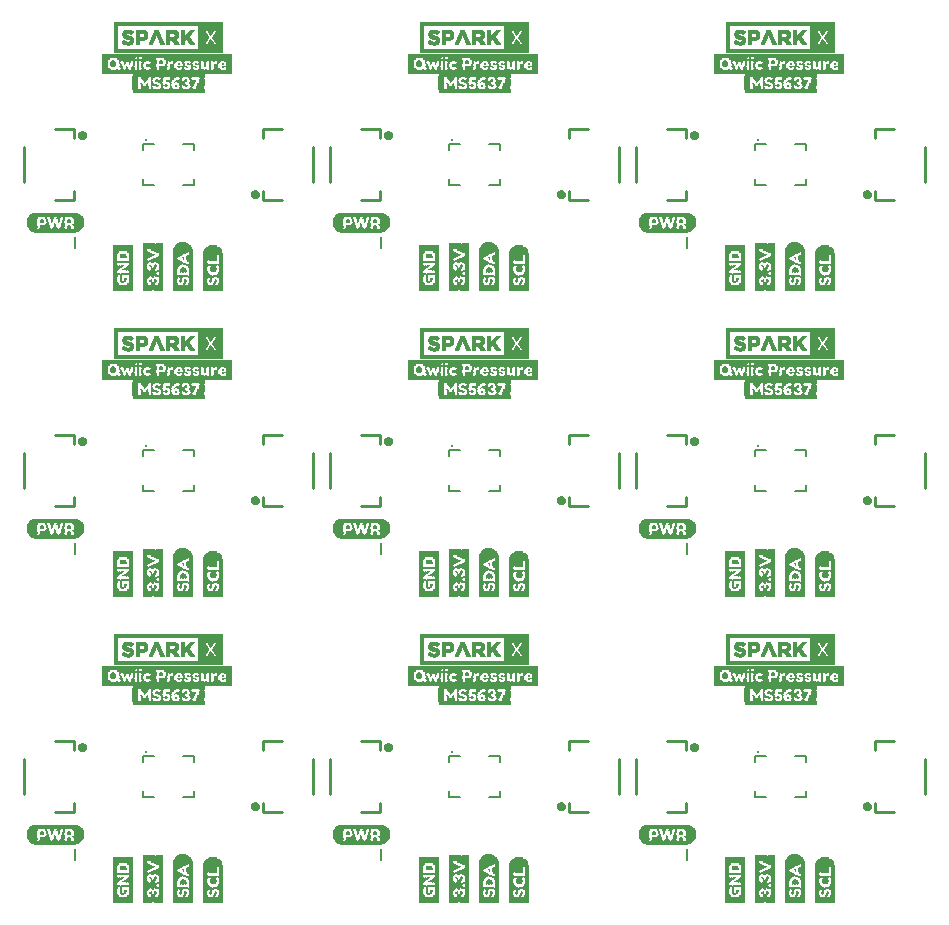
<source format=gto>
G75*
%MOIN*%
%OFA0B0*%
%FSLAX25Y25*%
%IPPOS*%
%LPD*%
%AMOC8*
5,1,8,0,0,1.08239X$1,22.5*
%
%ADD10C,0.01000*%
%ADD11C,0.01575*%
%ADD12C,0.00039*%
%ADD13R,0.00157X0.15906*%
%ADD14R,0.00157X0.02992*%
%ADD15R,0.00157X0.03937*%
%ADD16R,0.00157X0.07402*%
%ADD17R,0.00157X0.02520*%
%ADD18R,0.00157X0.03307*%
%ADD19R,0.00157X0.01102*%
%ADD20R,0.00157X0.02362*%
%ADD21R,0.00157X0.01890*%
%ADD22R,0.00157X0.02677*%
%ADD23R,0.00157X0.00787*%
%ADD24R,0.00157X0.01732*%
%ADD25R,0.00157X0.02205*%
%ADD26R,0.00157X0.00630*%
%ADD27R,0.00157X0.02047*%
%ADD28R,0.00157X0.00472*%
%ADD29R,0.00157X0.00315*%
%ADD30R,0.00157X0.00945*%
%ADD31R,0.00157X0.01575*%
%ADD32R,0.00157X0.01417*%
%ADD33R,0.00157X0.01260*%
%ADD34R,0.00157X0.03150*%
%ADD35R,0.00157X0.03622*%
%ADD36R,0.00157X0.00157*%
%ADD37R,0.00157X0.02835*%
%ADD38R,0.00157X0.03465*%
%ADD39R,0.00157X0.15276*%
%ADD40R,0.00157X0.11024*%
%ADD41R,0.00157X0.12913*%
%ADD42R,0.00157X0.13386*%
%ADD43R,0.00157X0.13701*%
%ADD44R,0.00157X0.14016*%
%ADD45R,0.00157X0.14173*%
%ADD46R,0.00157X0.14331*%
%ADD47R,0.00157X0.14488*%
%ADD48R,0.00157X0.07087*%
%ADD49R,0.00157X0.04882*%
%ADD50R,0.00157X0.05039*%
%ADD51R,0.00157X0.05197*%
%ADD52R,0.00157X0.13858*%
%ADD53R,0.00157X0.14646*%
%ADD54R,0.00157X0.14961*%
%ADD55R,0.00157X0.15118*%
%ADD56R,0.00157X0.15433*%
%ADD57R,0.00157X0.11969*%
%ADD58R,0.00157X0.04567*%
%ADD59R,0.00157X0.04409*%
%ADD60R,0.00157X0.04252*%
%ADD61R,0.00157X0.04094*%
%ADD62R,0.00157X0.03780*%
%ADD63C,0.00500*%
%ADD64R,0.14331X0.00157*%
%ADD65R,0.15276X0.00157*%
%ADD66R,0.15906X0.00157*%
%ADD67R,0.16535X0.00157*%
%ADD68R,0.16850X0.00157*%
%ADD69R,0.17165X0.00157*%
%ADD70R,0.17480X0.00157*%
%ADD71R,0.06614X0.00157*%
%ADD72R,0.04094X0.00157*%
%ADD73R,0.06772X0.00157*%
%ADD74R,0.02992X0.00157*%
%ADD75R,0.01260X0.00157*%
%ADD76R,0.01575X0.00157*%
%ADD77R,0.00630X0.00157*%
%ADD78R,0.03780X0.00157*%
%ADD79R,0.00787X0.00157*%
%ADD80R,0.00472X0.00157*%
%ADD81R,0.03465X0.00157*%
%ADD82R,0.03150X0.00157*%
%ADD83R,0.01102X0.00157*%
%ADD84R,0.03307X0.00157*%
%ADD85R,0.00315X0.00157*%
%ADD86R,0.00945X0.00157*%
%ADD87R,0.03622X0.00157*%
%ADD88R,0.01732X0.00157*%
%ADD89R,0.02205X0.00157*%
%ADD90R,0.01417X0.00157*%
%ADD91R,0.02835X0.00157*%
%ADD92R,0.01890X0.00157*%
%ADD93C,0.01114*%
%ADD94C,0.00700*%
%ADD95R,0.24094X0.00157*%
%ADD96R,0.07717X0.00157*%
%ADD97R,0.08819X0.00157*%
%ADD98R,0.05984X0.00157*%
%ADD99R,0.02677X0.00157*%
%ADD100R,0.02362X0.00157*%
%ADD101R,0.02047X0.00157*%
%ADD102R,0.02520X0.00157*%
%ADD103R,0.43307X0.00157*%
%ADD104R,0.11024X0.00157*%
%ADD105R,0.30236X0.00157*%
%ADD106R,0.30079X0.00157*%
%ADD107R,0.06299X0.00157*%
%ADD108R,0.04882X0.00157*%
%ADD109R,0.22992X0.00157*%
%ADD110R,0.22677X0.00157*%
%ADD111R,0.05827X0.00157*%
%ADD112R,0.22520X0.00157*%
%ADD113R,0.05669X0.00157*%
%ADD114R,0.22362X0.00157*%
%ADD115R,0.12756X0.00157*%
%ADD116R,0.22205X0.00157*%
%ADD117R,0.12598X0.00157*%
%ADD118R,0.22047X0.00157*%
D10*
X0040876Y0066939D02*
X0047372Y0066939D01*
X0047372Y0069892D01*
X0030640Y0072844D02*
X0030640Y0084656D01*
X0040876Y0090561D02*
X0047372Y0090561D01*
X0047372Y0087608D01*
X0110128Y0087608D02*
X0110128Y0090561D01*
X0116624Y0090561D01*
X0126860Y0084656D02*
X0126860Y0072844D01*
X0132640Y0072844D02*
X0132640Y0084656D01*
X0142876Y0090561D02*
X0149372Y0090561D01*
X0149372Y0087608D01*
X0149372Y0069892D02*
X0149372Y0066939D01*
X0142876Y0066939D01*
X0116624Y0066939D02*
X0110128Y0066939D01*
X0110128Y0069892D01*
X0212128Y0069892D02*
X0212128Y0066939D01*
X0218624Y0066939D01*
X0228860Y0072844D02*
X0228860Y0084656D01*
X0234640Y0084656D02*
X0234640Y0072844D01*
X0244876Y0066939D02*
X0251372Y0066939D01*
X0251372Y0069892D01*
X0251372Y0087608D02*
X0251372Y0090561D01*
X0244876Y0090561D01*
X0218624Y0090561D02*
X0212128Y0090561D01*
X0212128Y0087608D01*
X0212128Y0168939D02*
X0212128Y0171892D01*
X0212128Y0168939D02*
X0218624Y0168939D01*
X0228860Y0174844D02*
X0228860Y0186656D01*
X0234640Y0186656D02*
X0234640Y0174844D01*
X0244876Y0168939D02*
X0251372Y0168939D01*
X0251372Y0171892D01*
X0251372Y0189608D02*
X0251372Y0192561D01*
X0244876Y0192561D01*
X0218624Y0192561D02*
X0212128Y0192561D01*
X0212128Y0189608D01*
X0149372Y0189608D02*
X0149372Y0192561D01*
X0142876Y0192561D01*
X0132640Y0186656D02*
X0132640Y0174844D01*
X0126860Y0174844D02*
X0126860Y0186656D01*
X0116624Y0192561D02*
X0110128Y0192561D01*
X0110128Y0189608D01*
X0110128Y0171892D02*
X0110128Y0168939D01*
X0116624Y0168939D01*
X0142876Y0168939D02*
X0149372Y0168939D01*
X0149372Y0171892D01*
X0047372Y0171892D02*
X0047372Y0168939D01*
X0040876Y0168939D01*
X0030640Y0174844D02*
X0030640Y0186656D01*
X0040876Y0192561D02*
X0047372Y0192561D01*
X0047372Y0189608D01*
X0047372Y0270939D02*
X0040876Y0270939D01*
X0047372Y0270939D02*
X0047372Y0273892D01*
X0030640Y0276844D02*
X0030640Y0288656D01*
X0040876Y0294561D02*
X0047372Y0294561D01*
X0047372Y0291608D01*
X0110128Y0291608D02*
X0110128Y0294561D01*
X0116624Y0294561D01*
X0126860Y0288656D02*
X0126860Y0276844D01*
X0132640Y0276844D02*
X0132640Y0288656D01*
X0142876Y0294561D02*
X0149372Y0294561D01*
X0149372Y0291608D01*
X0149372Y0273892D02*
X0149372Y0270939D01*
X0142876Y0270939D01*
X0116624Y0270939D02*
X0110128Y0270939D01*
X0110128Y0273892D01*
X0212128Y0273892D02*
X0212128Y0270939D01*
X0218624Y0270939D01*
X0228860Y0276844D02*
X0228860Y0288656D01*
X0234640Y0288656D02*
X0234640Y0276844D01*
X0244876Y0270939D02*
X0251372Y0270939D01*
X0251372Y0273892D01*
X0251372Y0291608D02*
X0251372Y0294561D01*
X0244876Y0294561D01*
X0218624Y0294561D02*
X0212128Y0294561D01*
X0212128Y0291608D01*
X0314128Y0291608D02*
X0314128Y0294561D01*
X0320624Y0294561D01*
X0330860Y0288656D02*
X0330860Y0276844D01*
X0320624Y0270939D02*
X0314128Y0270939D01*
X0314128Y0273892D01*
X0314128Y0192561D02*
X0320624Y0192561D01*
X0314128Y0192561D02*
X0314128Y0189608D01*
X0330860Y0186656D02*
X0330860Y0174844D01*
X0320624Y0168939D02*
X0314128Y0168939D01*
X0314128Y0171892D01*
X0314128Y0090561D02*
X0320624Y0090561D01*
X0314128Y0090561D02*
X0314128Y0087608D01*
X0330860Y0084656D02*
X0330860Y0072844D01*
X0320624Y0066939D02*
X0314128Y0066939D01*
X0314128Y0069892D01*
D11*
X0311012Y0068907D02*
X0311014Y0068954D01*
X0311020Y0069000D01*
X0311029Y0069046D01*
X0311043Y0069090D01*
X0311060Y0069134D01*
X0311081Y0069175D01*
X0311105Y0069215D01*
X0311132Y0069253D01*
X0311163Y0069288D01*
X0311196Y0069321D01*
X0311232Y0069351D01*
X0311271Y0069377D01*
X0311311Y0069401D01*
X0311353Y0069420D01*
X0311397Y0069437D01*
X0311442Y0069449D01*
X0311488Y0069458D01*
X0311534Y0069463D01*
X0311581Y0069464D01*
X0311627Y0069461D01*
X0311673Y0069454D01*
X0311719Y0069443D01*
X0311763Y0069429D01*
X0311806Y0069411D01*
X0311847Y0069389D01*
X0311887Y0069364D01*
X0311924Y0069336D01*
X0311959Y0069305D01*
X0311991Y0069271D01*
X0312020Y0069234D01*
X0312045Y0069196D01*
X0312068Y0069155D01*
X0312087Y0069112D01*
X0312102Y0069068D01*
X0312114Y0069023D01*
X0312122Y0068977D01*
X0312126Y0068930D01*
X0312126Y0068884D01*
X0312122Y0068837D01*
X0312114Y0068791D01*
X0312102Y0068746D01*
X0312087Y0068702D01*
X0312068Y0068659D01*
X0312045Y0068618D01*
X0312020Y0068580D01*
X0311991Y0068543D01*
X0311959Y0068509D01*
X0311924Y0068478D01*
X0311887Y0068450D01*
X0311848Y0068425D01*
X0311806Y0068403D01*
X0311763Y0068385D01*
X0311719Y0068371D01*
X0311673Y0068360D01*
X0311627Y0068353D01*
X0311581Y0068350D01*
X0311534Y0068351D01*
X0311488Y0068356D01*
X0311442Y0068365D01*
X0311397Y0068377D01*
X0311353Y0068394D01*
X0311311Y0068413D01*
X0311271Y0068437D01*
X0311232Y0068463D01*
X0311196Y0068493D01*
X0311163Y0068526D01*
X0311132Y0068561D01*
X0311105Y0068599D01*
X0311081Y0068639D01*
X0311060Y0068680D01*
X0311043Y0068724D01*
X0311029Y0068768D01*
X0311020Y0068814D01*
X0311014Y0068860D01*
X0311012Y0068907D01*
X0253374Y0088593D02*
X0253376Y0088640D01*
X0253382Y0088686D01*
X0253391Y0088732D01*
X0253405Y0088776D01*
X0253422Y0088820D01*
X0253443Y0088861D01*
X0253467Y0088901D01*
X0253494Y0088939D01*
X0253525Y0088974D01*
X0253558Y0089007D01*
X0253594Y0089037D01*
X0253633Y0089063D01*
X0253673Y0089087D01*
X0253715Y0089106D01*
X0253759Y0089123D01*
X0253804Y0089135D01*
X0253850Y0089144D01*
X0253896Y0089149D01*
X0253943Y0089150D01*
X0253989Y0089147D01*
X0254035Y0089140D01*
X0254081Y0089129D01*
X0254125Y0089115D01*
X0254168Y0089097D01*
X0254209Y0089075D01*
X0254249Y0089050D01*
X0254286Y0089022D01*
X0254321Y0088991D01*
X0254353Y0088957D01*
X0254382Y0088920D01*
X0254407Y0088882D01*
X0254430Y0088841D01*
X0254449Y0088798D01*
X0254464Y0088754D01*
X0254476Y0088709D01*
X0254484Y0088663D01*
X0254488Y0088616D01*
X0254488Y0088570D01*
X0254484Y0088523D01*
X0254476Y0088477D01*
X0254464Y0088432D01*
X0254449Y0088388D01*
X0254430Y0088345D01*
X0254407Y0088304D01*
X0254382Y0088266D01*
X0254353Y0088229D01*
X0254321Y0088195D01*
X0254286Y0088164D01*
X0254249Y0088136D01*
X0254210Y0088111D01*
X0254168Y0088089D01*
X0254125Y0088071D01*
X0254081Y0088057D01*
X0254035Y0088046D01*
X0253989Y0088039D01*
X0253943Y0088036D01*
X0253896Y0088037D01*
X0253850Y0088042D01*
X0253804Y0088051D01*
X0253759Y0088063D01*
X0253715Y0088080D01*
X0253673Y0088099D01*
X0253633Y0088123D01*
X0253594Y0088149D01*
X0253558Y0088179D01*
X0253525Y0088212D01*
X0253494Y0088247D01*
X0253467Y0088285D01*
X0253443Y0088325D01*
X0253422Y0088366D01*
X0253405Y0088410D01*
X0253391Y0088454D01*
X0253382Y0088500D01*
X0253376Y0088546D01*
X0253374Y0088593D01*
X0209012Y0068907D02*
X0209014Y0068954D01*
X0209020Y0069000D01*
X0209029Y0069046D01*
X0209043Y0069090D01*
X0209060Y0069134D01*
X0209081Y0069175D01*
X0209105Y0069215D01*
X0209132Y0069253D01*
X0209163Y0069288D01*
X0209196Y0069321D01*
X0209232Y0069351D01*
X0209271Y0069377D01*
X0209311Y0069401D01*
X0209353Y0069420D01*
X0209397Y0069437D01*
X0209442Y0069449D01*
X0209488Y0069458D01*
X0209534Y0069463D01*
X0209581Y0069464D01*
X0209627Y0069461D01*
X0209673Y0069454D01*
X0209719Y0069443D01*
X0209763Y0069429D01*
X0209806Y0069411D01*
X0209847Y0069389D01*
X0209887Y0069364D01*
X0209924Y0069336D01*
X0209959Y0069305D01*
X0209991Y0069271D01*
X0210020Y0069234D01*
X0210045Y0069196D01*
X0210068Y0069155D01*
X0210087Y0069112D01*
X0210102Y0069068D01*
X0210114Y0069023D01*
X0210122Y0068977D01*
X0210126Y0068930D01*
X0210126Y0068884D01*
X0210122Y0068837D01*
X0210114Y0068791D01*
X0210102Y0068746D01*
X0210087Y0068702D01*
X0210068Y0068659D01*
X0210045Y0068618D01*
X0210020Y0068580D01*
X0209991Y0068543D01*
X0209959Y0068509D01*
X0209924Y0068478D01*
X0209887Y0068450D01*
X0209848Y0068425D01*
X0209806Y0068403D01*
X0209763Y0068385D01*
X0209719Y0068371D01*
X0209673Y0068360D01*
X0209627Y0068353D01*
X0209581Y0068350D01*
X0209534Y0068351D01*
X0209488Y0068356D01*
X0209442Y0068365D01*
X0209397Y0068377D01*
X0209353Y0068394D01*
X0209311Y0068413D01*
X0209271Y0068437D01*
X0209232Y0068463D01*
X0209196Y0068493D01*
X0209163Y0068526D01*
X0209132Y0068561D01*
X0209105Y0068599D01*
X0209081Y0068639D01*
X0209060Y0068680D01*
X0209043Y0068724D01*
X0209029Y0068768D01*
X0209020Y0068814D01*
X0209014Y0068860D01*
X0209012Y0068907D01*
X0151374Y0088593D02*
X0151376Y0088640D01*
X0151382Y0088686D01*
X0151391Y0088732D01*
X0151405Y0088776D01*
X0151422Y0088820D01*
X0151443Y0088861D01*
X0151467Y0088901D01*
X0151494Y0088939D01*
X0151525Y0088974D01*
X0151558Y0089007D01*
X0151594Y0089037D01*
X0151633Y0089063D01*
X0151673Y0089087D01*
X0151715Y0089106D01*
X0151759Y0089123D01*
X0151804Y0089135D01*
X0151850Y0089144D01*
X0151896Y0089149D01*
X0151943Y0089150D01*
X0151989Y0089147D01*
X0152035Y0089140D01*
X0152081Y0089129D01*
X0152125Y0089115D01*
X0152168Y0089097D01*
X0152209Y0089075D01*
X0152249Y0089050D01*
X0152286Y0089022D01*
X0152321Y0088991D01*
X0152353Y0088957D01*
X0152382Y0088920D01*
X0152407Y0088882D01*
X0152430Y0088841D01*
X0152449Y0088798D01*
X0152464Y0088754D01*
X0152476Y0088709D01*
X0152484Y0088663D01*
X0152488Y0088616D01*
X0152488Y0088570D01*
X0152484Y0088523D01*
X0152476Y0088477D01*
X0152464Y0088432D01*
X0152449Y0088388D01*
X0152430Y0088345D01*
X0152407Y0088304D01*
X0152382Y0088266D01*
X0152353Y0088229D01*
X0152321Y0088195D01*
X0152286Y0088164D01*
X0152249Y0088136D01*
X0152210Y0088111D01*
X0152168Y0088089D01*
X0152125Y0088071D01*
X0152081Y0088057D01*
X0152035Y0088046D01*
X0151989Y0088039D01*
X0151943Y0088036D01*
X0151896Y0088037D01*
X0151850Y0088042D01*
X0151804Y0088051D01*
X0151759Y0088063D01*
X0151715Y0088080D01*
X0151673Y0088099D01*
X0151633Y0088123D01*
X0151594Y0088149D01*
X0151558Y0088179D01*
X0151525Y0088212D01*
X0151494Y0088247D01*
X0151467Y0088285D01*
X0151443Y0088325D01*
X0151422Y0088366D01*
X0151405Y0088410D01*
X0151391Y0088454D01*
X0151382Y0088500D01*
X0151376Y0088546D01*
X0151374Y0088593D01*
X0107012Y0068907D02*
X0107014Y0068954D01*
X0107020Y0069000D01*
X0107029Y0069046D01*
X0107043Y0069090D01*
X0107060Y0069134D01*
X0107081Y0069175D01*
X0107105Y0069215D01*
X0107132Y0069253D01*
X0107163Y0069288D01*
X0107196Y0069321D01*
X0107232Y0069351D01*
X0107271Y0069377D01*
X0107311Y0069401D01*
X0107353Y0069420D01*
X0107397Y0069437D01*
X0107442Y0069449D01*
X0107488Y0069458D01*
X0107534Y0069463D01*
X0107581Y0069464D01*
X0107627Y0069461D01*
X0107673Y0069454D01*
X0107719Y0069443D01*
X0107763Y0069429D01*
X0107806Y0069411D01*
X0107847Y0069389D01*
X0107887Y0069364D01*
X0107924Y0069336D01*
X0107959Y0069305D01*
X0107991Y0069271D01*
X0108020Y0069234D01*
X0108045Y0069196D01*
X0108068Y0069155D01*
X0108087Y0069112D01*
X0108102Y0069068D01*
X0108114Y0069023D01*
X0108122Y0068977D01*
X0108126Y0068930D01*
X0108126Y0068884D01*
X0108122Y0068837D01*
X0108114Y0068791D01*
X0108102Y0068746D01*
X0108087Y0068702D01*
X0108068Y0068659D01*
X0108045Y0068618D01*
X0108020Y0068580D01*
X0107991Y0068543D01*
X0107959Y0068509D01*
X0107924Y0068478D01*
X0107887Y0068450D01*
X0107848Y0068425D01*
X0107806Y0068403D01*
X0107763Y0068385D01*
X0107719Y0068371D01*
X0107673Y0068360D01*
X0107627Y0068353D01*
X0107581Y0068350D01*
X0107534Y0068351D01*
X0107488Y0068356D01*
X0107442Y0068365D01*
X0107397Y0068377D01*
X0107353Y0068394D01*
X0107311Y0068413D01*
X0107271Y0068437D01*
X0107232Y0068463D01*
X0107196Y0068493D01*
X0107163Y0068526D01*
X0107132Y0068561D01*
X0107105Y0068599D01*
X0107081Y0068639D01*
X0107060Y0068680D01*
X0107043Y0068724D01*
X0107029Y0068768D01*
X0107020Y0068814D01*
X0107014Y0068860D01*
X0107012Y0068907D01*
X0049374Y0088593D02*
X0049376Y0088640D01*
X0049382Y0088686D01*
X0049391Y0088732D01*
X0049405Y0088776D01*
X0049422Y0088820D01*
X0049443Y0088861D01*
X0049467Y0088901D01*
X0049494Y0088939D01*
X0049525Y0088974D01*
X0049558Y0089007D01*
X0049594Y0089037D01*
X0049633Y0089063D01*
X0049673Y0089087D01*
X0049715Y0089106D01*
X0049759Y0089123D01*
X0049804Y0089135D01*
X0049850Y0089144D01*
X0049896Y0089149D01*
X0049943Y0089150D01*
X0049989Y0089147D01*
X0050035Y0089140D01*
X0050081Y0089129D01*
X0050125Y0089115D01*
X0050168Y0089097D01*
X0050209Y0089075D01*
X0050249Y0089050D01*
X0050286Y0089022D01*
X0050321Y0088991D01*
X0050353Y0088957D01*
X0050382Y0088920D01*
X0050407Y0088882D01*
X0050430Y0088841D01*
X0050449Y0088798D01*
X0050464Y0088754D01*
X0050476Y0088709D01*
X0050484Y0088663D01*
X0050488Y0088616D01*
X0050488Y0088570D01*
X0050484Y0088523D01*
X0050476Y0088477D01*
X0050464Y0088432D01*
X0050449Y0088388D01*
X0050430Y0088345D01*
X0050407Y0088304D01*
X0050382Y0088266D01*
X0050353Y0088229D01*
X0050321Y0088195D01*
X0050286Y0088164D01*
X0050249Y0088136D01*
X0050210Y0088111D01*
X0050168Y0088089D01*
X0050125Y0088071D01*
X0050081Y0088057D01*
X0050035Y0088046D01*
X0049989Y0088039D01*
X0049943Y0088036D01*
X0049896Y0088037D01*
X0049850Y0088042D01*
X0049804Y0088051D01*
X0049759Y0088063D01*
X0049715Y0088080D01*
X0049673Y0088099D01*
X0049633Y0088123D01*
X0049594Y0088149D01*
X0049558Y0088179D01*
X0049525Y0088212D01*
X0049494Y0088247D01*
X0049467Y0088285D01*
X0049443Y0088325D01*
X0049422Y0088366D01*
X0049405Y0088410D01*
X0049391Y0088454D01*
X0049382Y0088500D01*
X0049376Y0088546D01*
X0049374Y0088593D01*
X0107012Y0170907D02*
X0107014Y0170954D01*
X0107020Y0171000D01*
X0107029Y0171046D01*
X0107043Y0171090D01*
X0107060Y0171134D01*
X0107081Y0171175D01*
X0107105Y0171215D01*
X0107132Y0171253D01*
X0107163Y0171288D01*
X0107196Y0171321D01*
X0107232Y0171351D01*
X0107271Y0171377D01*
X0107311Y0171401D01*
X0107353Y0171420D01*
X0107397Y0171437D01*
X0107442Y0171449D01*
X0107488Y0171458D01*
X0107534Y0171463D01*
X0107581Y0171464D01*
X0107627Y0171461D01*
X0107673Y0171454D01*
X0107719Y0171443D01*
X0107763Y0171429D01*
X0107806Y0171411D01*
X0107847Y0171389D01*
X0107887Y0171364D01*
X0107924Y0171336D01*
X0107959Y0171305D01*
X0107991Y0171271D01*
X0108020Y0171234D01*
X0108045Y0171196D01*
X0108068Y0171155D01*
X0108087Y0171112D01*
X0108102Y0171068D01*
X0108114Y0171023D01*
X0108122Y0170977D01*
X0108126Y0170930D01*
X0108126Y0170884D01*
X0108122Y0170837D01*
X0108114Y0170791D01*
X0108102Y0170746D01*
X0108087Y0170702D01*
X0108068Y0170659D01*
X0108045Y0170618D01*
X0108020Y0170580D01*
X0107991Y0170543D01*
X0107959Y0170509D01*
X0107924Y0170478D01*
X0107887Y0170450D01*
X0107848Y0170425D01*
X0107806Y0170403D01*
X0107763Y0170385D01*
X0107719Y0170371D01*
X0107673Y0170360D01*
X0107627Y0170353D01*
X0107581Y0170350D01*
X0107534Y0170351D01*
X0107488Y0170356D01*
X0107442Y0170365D01*
X0107397Y0170377D01*
X0107353Y0170394D01*
X0107311Y0170413D01*
X0107271Y0170437D01*
X0107232Y0170463D01*
X0107196Y0170493D01*
X0107163Y0170526D01*
X0107132Y0170561D01*
X0107105Y0170599D01*
X0107081Y0170639D01*
X0107060Y0170680D01*
X0107043Y0170724D01*
X0107029Y0170768D01*
X0107020Y0170814D01*
X0107014Y0170860D01*
X0107012Y0170907D01*
X0151374Y0190593D02*
X0151376Y0190640D01*
X0151382Y0190686D01*
X0151391Y0190732D01*
X0151405Y0190776D01*
X0151422Y0190820D01*
X0151443Y0190861D01*
X0151467Y0190901D01*
X0151494Y0190939D01*
X0151525Y0190974D01*
X0151558Y0191007D01*
X0151594Y0191037D01*
X0151633Y0191063D01*
X0151673Y0191087D01*
X0151715Y0191106D01*
X0151759Y0191123D01*
X0151804Y0191135D01*
X0151850Y0191144D01*
X0151896Y0191149D01*
X0151943Y0191150D01*
X0151989Y0191147D01*
X0152035Y0191140D01*
X0152081Y0191129D01*
X0152125Y0191115D01*
X0152168Y0191097D01*
X0152209Y0191075D01*
X0152249Y0191050D01*
X0152286Y0191022D01*
X0152321Y0190991D01*
X0152353Y0190957D01*
X0152382Y0190920D01*
X0152407Y0190882D01*
X0152430Y0190841D01*
X0152449Y0190798D01*
X0152464Y0190754D01*
X0152476Y0190709D01*
X0152484Y0190663D01*
X0152488Y0190616D01*
X0152488Y0190570D01*
X0152484Y0190523D01*
X0152476Y0190477D01*
X0152464Y0190432D01*
X0152449Y0190388D01*
X0152430Y0190345D01*
X0152407Y0190304D01*
X0152382Y0190266D01*
X0152353Y0190229D01*
X0152321Y0190195D01*
X0152286Y0190164D01*
X0152249Y0190136D01*
X0152210Y0190111D01*
X0152168Y0190089D01*
X0152125Y0190071D01*
X0152081Y0190057D01*
X0152035Y0190046D01*
X0151989Y0190039D01*
X0151943Y0190036D01*
X0151896Y0190037D01*
X0151850Y0190042D01*
X0151804Y0190051D01*
X0151759Y0190063D01*
X0151715Y0190080D01*
X0151673Y0190099D01*
X0151633Y0190123D01*
X0151594Y0190149D01*
X0151558Y0190179D01*
X0151525Y0190212D01*
X0151494Y0190247D01*
X0151467Y0190285D01*
X0151443Y0190325D01*
X0151422Y0190366D01*
X0151405Y0190410D01*
X0151391Y0190454D01*
X0151382Y0190500D01*
X0151376Y0190546D01*
X0151374Y0190593D01*
X0209012Y0170907D02*
X0209014Y0170954D01*
X0209020Y0171000D01*
X0209029Y0171046D01*
X0209043Y0171090D01*
X0209060Y0171134D01*
X0209081Y0171175D01*
X0209105Y0171215D01*
X0209132Y0171253D01*
X0209163Y0171288D01*
X0209196Y0171321D01*
X0209232Y0171351D01*
X0209271Y0171377D01*
X0209311Y0171401D01*
X0209353Y0171420D01*
X0209397Y0171437D01*
X0209442Y0171449D01*
X0209488Y0171458D01*
X0209534Y0171463D01*
X0209581Y0171464D01*
X0209627Y0171461D01*
X0209673Y0171454D01*
X0209719Y0171443D01*
X0209763Y0171429D01*
X0209806Y0171411D01*
X0209847Y0171389D01*
X0209887Y0171364D01*
X0209924Y0171336D01*
X0209959Y0171305D01*
X0209991Y0171271D01*
X0210020Y0171234D01*
X0210045Y0171196D01*
X0210068Y0171155D01*
X0210087Y0171112D01*
X0210102Y0171068D01*
X0210114Y0171023D01*
X0210122Y0170977D01*
X0210126Y0170930D01*
X0210126Y0170884D01*
X0210122Y0170837D01*
X0210114Y0170791D01*
X0210102Y0170746D01*
X0210087Y0170702D01*
X0210068Y0170659D01*
X0210045Y0170618D01*
X0210020Y0170580D01*
X0209991Y0170543D01*
X0209959Y0170509D01*
X0209924Y0170478D01*
X0209887Y0170450D01*
X0209848Y0170425D01*
X0209806Y0170403D01*
X0209763Y0170385D01*
X0209719Y0170371D01*
X0209673Y0170360D01*
X0209627Y0170353D01*
X0209581Y0170350D01*
X0209534Y0170351D01*
X0209488Y0170356D01*
X0209442Y0170365D01*
X0209397Y0170377D01*
X0209353Y0170394D01*
X0209311Y0170413D01*
X0209271Y0170437D01*
X0209232Y0170463D01*
X0209196Y0170493D01*
X0209163Y0170526D01*
X0209132Y0170561D01*
X0209105Y0170599D01*
X0209081Y0170639D01*
X0209060Y0170680D01*
X0209043Y0170724D01*
X0209029Y0170768D01*
X0209020Y0170814D01*
X0209014Y0170860D01*
X0209012Y0170907D01*
X0253374Y0190593D02*
X0253376Y0190640D01*
X0253382Y0190686D01*
X0253391Y0190732D01*
X0253405Y0190776D01*
X0253422Y0190820D01*
X0253443Y0190861D01*
X0253467Y0190901D01*
X0253494Y0190939D01*
X0253525Y0190974D01*
X0253558Y0191007D01*
X0253594Y0191037D01*
X0253633Y0191063D01*
X0253673Y0191087D01*
X0253715Y0191106D01*
X0253759Y0191123D01*
X0253804Y0191135D01*
X0253850Y0191144D01*
X0253896Y0191149D01*
X0253943Y0191150D01*
X0253989Y0191147D01*
X0254035Y0191140D01*
X0254081Y0191129D01*
X0254125Y0191115D01*
X0254168Y0191097D01*
X0254209Y0191075D01*
X0254249Y0191050D01*
X0254286Y0191022D01*
X0254321Y0190991D01*
X0254353Y0190957D01*
X0254382Y0190920D01*
X0254407Y0190882D01*
X0254430Y0190841D01*
X0254449Y0190798D01*
X0254464Y0190754D01*
X0254476Y0190709D01*
X0254484Y0190663D01*
X0254488Y0190616D01*
X0254488Y0190570D01*
X0254484Y0190523D01*
X0254476Y0190477D01*
X0254464Y0190432D01*
X0254449Y0190388D01*
X0254430Y0190345D01*
X0254407Y0190304D01*
X0254382Y0190266D01*
X0254353Y0190229D01*
X0254321Y0190195D01*
X0254286Y0190164D01*
X0254249Y0190136D01*
X0254210Y0190111D01*
X0254168Y0190089D01*
X0254125Y0190071D01*
X0254081Y0190057D01*
X0254035Y0190046D01*
X0253989Y0190039D01*
X0253943Y0190036D01*
X0253896Y0190037D01*
X0253850Y0190042D01*
X0253804Y0190051D01*
X0253759Y0190063D01*
X0253715Y0190080D01*
X0253673Y0190099D01*
X0253633Y0190123D01*
X0253594Y0190149D01*
X0253558Y0190179D01*
X0253525Y0190212D01*
X0253494Y0190247D01*
X0253467Y0190285D01*
X0253443Y0190325D01*
X0253422Y0190366D01*
X0253405Y0190410D01*
X0253391Y0190454D01*
X0253382Y0190500D01*
X0253376Y0190546D01*
X0253374Y0190593D01*
X0311012Y0170907D02*
X0311014Y0170954D01*
X0311020Y0171000D01*
X0311029Y0171046D01*
X0311043Y0171090D01*
X0311060Y0171134D01*
X0311081Y0171175D01*
X0311105Y0171215D01*
X0311132Y0171253D01*
X0311163Y0171288D01*
X0311196Y0171321D01*
X0311232Y0171351D01*
X0311271Y0171377D01*
X0311311Y0171401D01*
X0311353Y0171420D01*
X0311397Y0171437D01*
X0311442Y0171449D01*
X0311488Y0171458D01*
X0311534Y0171463D01*
X0311581Y0171464D01*
X0311627Y0171461D01*
X0311673Y0171454D01*
X0311719Y0171443D01*
X0311763Y0171429D01*
X0311806Y0171411D01*
X0311847Y0171389D01*
X0311887Y0171364D01*
X0311924Y0171336D01*
X0311959Y0171305D01*
X0311991Y0171271D01*
X0312020Y0171234D01*
X0312045Y0171196D01*
X0312068Y0171155D01*
X0312087Y0171112D01*
X0312102Y0171068D01*
X0312114Y0171023D01*
X0312122Y0170977D01*
X0312126Y0170930D01*
X0312126Y0170884D01*
X0312122Y0170837D01*
X0312114Y0170791D01*
X0312102Y0170746D01*
X0312087Y0170702D01*
X0312068Y0170659D01*
X0312045Y0170618D01*
X0312020Y0170580D01*
X0311991Y0170543D01*
X0311959Y0170509D01*
X0311924Y0170478D01*
X0311887Y0170450D01*
X0311848Y0170425D01*
X0311806Y0170403D01*
X0311763Y0170385D01*
X0311719Y0170371D01*
X0311673Y0170360D01*
X0311627Y0170353D01*
X0311581Y0170350D01*
X0311534Y0170351D01*
X0311488Y0170356D01*
X0311442Y0170365D01*
X0311397Y0170377D01*
X0311353Y0170394D01*
X0311311Y0170413D01*
X0311271Y0170437D01*
X0311232Y0170463D01*
X0311196Y0170493D01*
X0311163Y0170526D01*
X0311132Y0170561D01*
X0311105Y0170599D01*
X0311081Y0170639D01*
X0311060Y0170680D01*
X0311043Y0170724D01*
X0311029Y0170768D01*
X0311020Y0170814D01*
X0311014Y0170860D01*
X0311012Y0170907D01*
X0311012Y0272907D02*
X0311014Y0272954D01*
X0311020Y0273000D01*
X0311029Y0273046D01*
X0311043Y0273090D01*
X0311060Y0273134D01*
X0311081Y0273175D01*
X0311105Y0273215D01*
X0311132Y0273253D01*
X0311163Y0273288D01*
X0311196Y0273321D01*
X0311232Y0273351D01*
X0311271Y0273377D01*
X0311311Y0273401D01*
X0311353Y0273420D01*
X0311397Y0273437D01*
X0311442Y0273449D01*
X0311488Y0273458D01*
X0311534Y0273463D01*
X0311581Y0273464D01*
X0311627Y0273461D01*
X0311673Y0273454D01*
X0311719Y0273443D01*
X0311763Y0273429D01*
X0311806Y0273411D01*
X0311847Y0273389D01*
X0311887Y0273364D01*
X0311924Y0273336D01*
X0311959Y0273305D01*
X0311991Y0273271D01*
X0312020Y0273234D01*
X0312045Y0273196D01*
X0312068Y0273155D01*
X0312087Y0273112D01*
X0312102Y0273068D01*
X0312114Y0273023D01*
X0312122Y0272977D01*
X0312126Y0272930D01*
X0312126Y0272884D01*
X0312122Y0272837D01*
X0312114Y0272791D01*
X0312102Y0272746D01*
X0312087Y0272702D01*
X0312068Y0272659D01*
X0312045Y0272618D01*
X0312020Y0272580D01*
X0311991Y0272543D01*
X0311959Y0272509D01*
X0311924Y0272478D01*
X0311887Y0272450D01*
X0311848Y0272425D01*
X0311806Y0272403D01*
X0311763Y0272385D01*
X0311719Y0272371D01*
X0311673Y0272360D01*
X0311627Y0272353D01*
X0311581Y0272350D01*
X0311534Y0272351D01*
X0311488Y0272356D01*
X0311442Y0272365D01*
X0311397Y0272377D01*
X0311353Y0272394D01*
X0311311Y0272413D01*
X0311271Y0272437D01*
X0311232Y0272463D01*
X0311196Y0272493D01*
X0311163Y0272526D01*
X0311132Y0272561D01*
X0311105Y0272599D01*
X0311081Y0272639D01*
X0311060Y0272680D01*
X0311043Y0272724D01*
X0311029Y0272768D01*
X0311020Y0272814D01*
X0311014Y0272860D01*
X0311012Y0272907D01*
X0253374Y0292593D02*
X0253376Y0292640D01*
X0253382Y0292686D01*
X0253391Y0292732D01*
X0253405Y0292776D01*
X0253422Y0292820D01*
X0253443Y0292861D01*
X0253467Y0292901D01*
X0253494Y0292939D01*
X0253525Y0292974D01*
X0253558Y0293007D01*
X0253594Y0293037D01*
X0253633Y0293063D01*
X0253673Y0293087D01*
X0253715Y0293106D01*
X0253759Y0293123D01*
X0253804Y0293135D01*
X0253850Y0293144D01*
X0253896Y0293149D01*
X0253943Y0293150D01*
X0253989Y0293147D01*
X0254035Y0293140D01*
X0254081Y0293129D01*
X0254125Y0293115D01*
X0254168Y0293097D01*
X0254209Y0293075D01*
X0254249Y0293050D01*
X0254286Y0293022D01*
X0254321Y0292991D01*
X0254353Y0292957D01*
X0254382Y0292920D01*
X0254407Y0292882D01*
X0254430Y0292841D01*
X0254449Y0292798D01*
X0254464Y0292754D01*
X0254476Y0292709D01*
X0254484Y0292663D01*
X0254488Y0292616D01*
X0254488Y0292570D01*
X0254484Y0292523D01*
X0254476Y0292477D01*
X0254464Y0292432D01*
X0254449Y0292388D01*
X0254430Y0292345D01*
X0254407Y0292304D01*
X0254382Y0292266D01*
X0254353Y0292229D01*
X0254321Y0292195D01*
X0254286Y0292164D01*
X0254249Y0292136D01*
X0254210Y0292111D01*
X0254168Y0292089D01*
X0254125Y0292071D01*
X0254081Y0292057D01*
X0254035Y0292046D01*
X0253989Y0292039D01*
X0253943Y0292036D01*
X0253896Y0292037D01*
X0253850Y0292042D01*
X0253804Y0292051D01*
X0253759Y0292063D01*
X0253715Y0292080D01*
X0253673Y0292099D01*
X0253633Y0292123D01*
X0253594Y0292149D01*
X0253558Y0292179D01*
X0253525Y0292212D01*
X0253494Y0292247D01*
X0253467Y0292285D01*
X0253443Y0292325D01*
X0253422Y0292366D01*
X0253405Y0292410D01*
X0253391Y0292454D01*
X0253382Y0292500D01*
X0253376Y0292546D01*
X0253374Y0292593D01*
X0209012Y0272907D02*
X0209014Y0272954D01*
X0209020Y0273000D01*
X0209029Y0273046D01*
X0209043Y0273090D01*
X0209060Y0273134D01*
X0209081Y0273175D01*
X0209105Y0273215D01*
X0209132Y0273253D01*
X0209163Y0273288D01*
X0209196Y0273321D01*
X0209232Y0273351D01*
X0209271Y0273377D01*
X0209311Y0273401D01*
X0209353Y0273420D01*
X0209397Y0273437D01*
X0209442Y0273449D01*
X0209488Y0273458D01*
X0209534Y0273463D01*
X0209581Y0273464D01*
X0209627Y0273461D01*
X0209673Y0273454D01*
X0209719Y0273443D01*
X0209763Y0273429D01*
X0209806Y0273411D01*
X0209847Y0273389D01*
X0209887Y0273364D01*
X0209924Y0273336D01*
X0209959Y0273305D01*
X0209991Y0273271D01*
X0210020Y0273234D01*
X0210045Y0273196D01*
X0210068Y0273155D01*
X0210087Y0273112D01*
X0210102Y0273068D01*
X0210114Y0273023D01*
X0210122Y0272977D01*
X0210126Y0272930D01*
X0210126Y0272884D01*
X0210122Y0272837D01*
X0210114Y0272791D01*
X0210102Y0272746D01*
X0210087Y0272702D01*
X0210068Y0272659D01*
X0210045Y0272618D01*
X0210020Y0272580D01*
X0209991Y0272543D01*
X0209959Y0272509D01*
X0209924Y0272478D01*
X0209887Y0272450D01*
X0209848Y0272425D01*
X0209806Y0272403D01*
X0209763Y0272385D01*
X0209719Y0272371D01*
X0209673Y0272360D01*
X0209627Y0272353D01*
X0209581Y0272350D01*
X0209534Y0272351D01*
X0209488Y0272356D01*
X0209442Y0272365D01*
X0209397Y0272377D01*
X0209353Y0272394D01*
X0209311Y0272413D01*
X0209271Y0272437D01*
X0209232Y0272463D01*
X0209196Y0272493D01*
X0209163Y0272526D01*
X0209132Y0272561D01*
X0209105Y0272599D01*
X0209081Y0272639D01*
X0209060Y0272680D01*
X0209043Y0272724D01*
X0209029Y0272768D01*
X0209020Y0272814D01*
X0209014Y0272860D01*
X0209012Y0272907D01*
X0151374Y0292593D02*
X0151376Y0292640D01*
X0151382Y0292686D01*
X0151391Y0292732D01*
X0151405Y0292776D01*
X0151422Y0292820D01*
X0151443Y0292861D01*
X0151467Y0292901D01*
X0151494Y0292939D01*
X0151525Y0292974D01*
X0151558Y0293007D01*
X0151594Y0293037D01*
X0151633Y0293063D01*
X0151673Y0293087D01*
X0151715Y0293106D01*
X0151759Y0293123D01*
X0151804Y0293135D01*
X0151850Y0293144D01*
X0151896Y0293149D01*
X0151943Y0293150D01*
X0151989Y0293147D01*
X0152035Y0293140D01*
X0152081Y0293129D01*
X0152125Y0293115D01*
X0152168Y0293097D01*
X0152209Y0293075D01*
X0152249Y0293050D01*
X0152286Y0293022D01*
X0152321Y0292991D01*
X0152353Y0292957D01*
X0152382Y0292920D01*
X0152407Y0292882D01*
X0152430Y0292841D01*
X0152449Y0292798D01*
X0152464Y0292754D01*
X0152476Y0292709D01*
X0152484Y0292663D01*
X0152488Y0292616D01*
X0152488Y0292570D01*
X0152484Y0292523D01*
X0152476Y0292477D01*
X0152464Y0292432D01*
X0152449Y0292388D01*
X0152430Y0292345D01*
X0152407Y0292304D01*
X0152382Y0292266D01*
X0152353Y0292229D01*
X0152321Y0292195D01*
X0152286Y0292164D01*
X0152249Y0292136D01*
X0152210Y0292111D01*
X0152168Y0292089D01*
X0152125Y0292071D01*
X0152081Y0292057D01*
X0152035Y0292046D01*
X0151989Y0292039D01*
X0151943Y0292036D01*
X0151896Y0292037D01*
X0151850Y0292042D01*
X0151804Y0292051D01*
X0151759Y0292063D01*
X0151715Y0292080D01*
X0151673Y0292099D01*
X0151633Y0292123D01*
X0151594Y0292149D01*
X0151558Y0292179D01*
X0151525Y0292212D01*
X0151494Y0292247D01*
X0151467Y0292285D01*
X0151443Y0292325D01*
X0151422Y0292366D01*
X0151405Y0292410D01*
X0151391Y0292454D01*
X0151382Y0292500D01*
X0151376Y0292546D01*
X0151374Y0292593D01*
X0107012Y0272907D02*
X0107014Y0272954D01*
X0107020Y0273000D01*
X0107029Y0273046D01*
X0107043Y0273090D01*
X0107060Y0273134D01*
X0107081Y0273175D01*
X0107105Y0273215D01*
X0107132Y0273253D01*
X0107163Y0273288D01*
X0107196Y0273321D01*
X0107232Y0273351D01*
X0107271Y0273377D01*
X0107311Y0273401D01*
X0107353Y0273420D01*
X0107397Y0273437D01*
X0107442Y0273449D01*
X0107488Y0273458D01*
X0107534Y0273463D01*
X0107581Y0273464D01*
X0107627Y0273461D01*
X0107673Y0273454D01*
X0107719Y0273443D01*
X0107763Y0273429D01*
X0107806Y0273411D01*
X0107847Y0273389D01*
X0107887Y0273364D01*
X0107924Y0273336D01*
X0107959Y0273305D01*
X0107991Y0273271D01*
X0108020Y0273234D01*
X0108045Y0273196D01*
X0108068Y0273155D01*
X0108087Y0273112D01*
X0108102Y0273068D01*
X0108114Y0273023D01*
X0108122Y0272977D01*
X0108126Y0272930D01*
X0108126Y0272884D01*
X0108122Y0272837D01*
X0108114Y0272791D01*
X0108102Y0272746D01*
X0108087Y0272702D01*
X0108068Y0272659D01*
X0108045Y0272618D01*
X0108020Y0272580D01*
X0107991Y0272543D01*
X0107959Y0272509D01*
X0107924Y0272478D01*
X0107887Y0272450D01*
X0107848Y0272425D01*
X0107806Y0272403D01*
X0107763Y0272385D01*
X0107719Y0272371D01*
X0107673Y0272360D01*
X0107627Y0272353D01*
X0107581Y0272350D01*
X0107534Y0272351D01*
X0107488Y0272356D01*
X0107442Y0272365D01*
X0107397Y0272377D01*
X0107353Y0272394D01*
X0107311Y0272413D01*
X0107271Y0272437D01*
X0107232Y0272463D01*
X0107196Y0272493D01*
X0107163Y0272526D01*
X0107132Y0272561D01*
X0107105Y0272599D01*
X0107081Y0272639D01*
X0107060Y0272680D01*
X0107043Y0272724D01*
X0107029Y0272768D01*
X0107020Y0272814D01*
X0107014Y0272860D01*
X0107012Y0272907D01*
X0049374Y0292593D02*
X0049376Y0292640D01*
X0049382Y0292686D01*
X0049391Y0292732D01*
X0049405Y0292776D01*
X0049422Y0292820D01*
X0049443Y0292861D01*
X0049467Y0292901D01*
X0049494Y0292939D01*
X0049525Y0292974D01*
X0049558Y0293007D01*
X0049594Y0293037D01*
X0049633Y0293063D01*
X0049673Y0293087D01*
X0049715Y0293106D01*
X0049759Y0293123D01*
X0049804Y0293135D01*
X0049850Y0293144D01*
X0049896Y0293149D01*
X0049943Y0293150D01*
X0049989Y0293147D01*
X0050035Y0293140D01*
X0050081Y0293129D01*
X0050125Y0293115D01*
X0050168Y0293097D01*
X0050209Y0293075D01*
X0050249Y0293050D01*
X0050286Y0293022D01*
X0050321Y0292991D01*
X0050353Y0292957D01*
X0050382Y0292920D01*
X0050407Y0292882D01*
X0050430Y0292841D01*
X0050449Y0292798D01*
X0050464Y0292754D01*
X0050476Y0292709D01*
X0050484Y0292663D01*
X0050488Y0292616D01*
X0050488Y0292570D01*
X0050484Y0292523D01*
X0050476Y0292477D01*
X0050464Y0292432D01*
X0050449Y0292388D01*
X0050430Y0292345D01*
X0050407Y0292304D01*
X0050382Y0292266D01*
X0050353Y0292229D01*
X0050321Y0292195D01*
X0050286Y0292164D01*
X0050249Y0292136D01*
X0050210Y0292111D01*
X0050168Y0292089D01*
X0050125Y0292071D01*
X0050081Y0292057D01*
X0050035Y0292046D01*
X0049989Y0292039D01*
X0049943Y0292036D01*
X0049896Y0292037D01*
X0049850Y0292042D01*
X0049804Y0292051D01*
X0049759Y0292063D01*
X0049715Y0292080D01*
X0049673Y0292099D01*
X0049633Y0292123D01*
X0049594Y0292149D01*
X0049558Y0292179D01*
X0049525Y0292212D01*
X0049494Y0292247D01*
X0049467Y0292285D01*
X0049443Y0292325D01*
X0049422Y0292366D01*
X0049405Y0292410D01*
X0049391Y0292454D01*
X0049382Y0292500D01*
X0049376Y0292546D01*
X0049374Y0292593D01*
X0049374Y0190593D02*
X0049376Y0190640D01*
X0049382Y0190686D01*
X0049391Y0190732D01*
X0049405Y0190776D01*
X0049422Y0190820D01*
X0049443Y0190861D01*
X0049467Y0190901D01*
X0049494Y0190939D01*
X0049525Y0190974D01*
X0049558Y0191007D01*
X0049594Y0191037D01*
X0049633Y0191063D01*
X0049673Y0191087D01*
X0049715Y0191106D01*
X0049759Y0191123D01*
X0049804Y0191135D01*
X0049850Y0191144D01*
X0049896Y0191149D01*
X0049943Y0191150D01*
X0049989Y0191147D01*
X0050035Y0191140D01*
X0050081Y0191129D01*
X0050125Y0191115D01*
X0050168Y0191097D01*
X0050209Y0191075D01*
X0050249Y0191050D01*
X0050286Y0191022D01*
X0050321Y0190991D01*
X0050353Y0190957D01*
X0050382Y0190920D01*
X0050407Y0190882D01*
X0050430Y0190841D01*
X0050449Y0190798D01*
X0050464Y0190754D01*
X0050476Y0190709D01*
X0050484Y0190663D01*
X0050488Y0190616D01*
X0050488Y0190570D01*
X0050484Y0190523D01*
X0050476Y0190477D01*
X0050464Y0190432D01*
X0050449Y0190388D01*
X0050430Y0190345D01*
X0050407Y0190304D01*
X0050382Y0190266D01*
X0050353Y0190229D01*
X0050321Y0190195D01*
X0050286Y0190164D01*
X0050249Y0190136D01*
X0050210Y0190111D01*
X0050168Y0190089D01*
X0050125Y0190071D01*
X0050081Y0190057D01*
X0050035Y0190046D01*
X0049989Y0190039D01*
X0049943Y0190036D01*
X0049896Y0190037D01*
X0049850Y0190042D01*
X0049804Y0190051D01*
X0049759Y0190063D01*
X0049715Y0190080D01*
X0049673Y0190099D01*
X0049633Y0190123D01*
X0049594Y0190149D01*
X0049558Y0190179D01*
X0049525Y0190212D01*
X0049494Y0190247D01*
X0049467Y0190285D01*
X0049443Y0190325D01*
X0049422Y0190366D01*
X0049405Y0190410D01*
X0049391Y0190454D01*
X0049382Y0190500D01*
X0049376Y0190546D01*
X0049374Y0190593D01*
D12*
X0060750Y0218268D02*
X0088384Y0218268D01*
X0096750Y0218268D01*
X0096750Y0222765D01*
X0093730Y0222765D01*
X0095047Y0220834D01*
X0093798Y0220834D01*
X0092714Y0222490D01*
X0091624Y0220834D01*
X0090418Y0220834D01*
X0091742Y0222765D01*
X0088708Y0222765D01*
X0088708Y0219193D01*
X0088384Y0219193D01*
X0088384Y0218268D01*
X0088384Y0219193D01*
X0061675Y0219193D01*
X0061675Y0227307D01*
X0088708Y0227307D01*
X0088708Y0222765D01*
X0091742Y0222765D01*
X0092102Y0223290D01*
X0090490Y0225662D01*
X0091732Y0225662D01*
X0092747Y0224096D01*
X0093769Y0225662D01*
X0094975Y0225662D01*
X0093362Y0223304D01*
X0093730Y0222765D01*
X0096750Y0222765D01*
X0096750Y0228232D01*
X0088708Y0228232D01*
X0060750Y0228232D01*
X0060750Y0218268D01*
X0060750Y0218271D02*
X0088384Y0218271D01*
X0096750Y0218271D01*
X0096750Y0218309D02*
X0088384Y0218309D01*
X0060750Y0218309D01*
X0060750Y0218346D02*
X0088384Y0218346D01*
X0096750Y0218346D01*
X0096750Y0218384D02*
X0088384Y0218384D01*
X0060750Y0218384D01*
X0060750Y0218422D02*
X0088384Y0218422D01*
X0096750Y0218422D01*
X0096750Y0218460D02*
X0088384Y0218460D01*
X0060750Y0218460D01*
X0060750Y0218498D02*
X0088384Y0218498D01*
X0096750Y0218498D01*
X0096750Y0218536D02*
X0088384Y0218536D01*
X0060750Y0218536D01*
X0060750Y0218574D02*
X0088384Y0218574D01*
X0096750Y0218574D01*
X0096750Y0218612D02*
X0088384Y0218612D01*
X0060750Y0218612D01*
X0060750Y0218649D02*
X0088384Y0218649D01*
X0096750Y0218649D01*
X0096750Y0218687D02*
X0088384Y0218687D01*
X0060750Y0218687D01*
X0060750Y0218725D02*
X0088384Y0218725D01*
X0096750Y0218725D01*
X0096750Y0218763D02*
X0088384Y0218763D01*
X0060750Y0218763D01*
X0060750Y0218801D02*
X0088384Y0218801D01*
X0096750Y0218801D01*
X0096750Y0218839D02*
X0088384Y0218839D01*
X0060750Y0218839D01*
X0060750Y0218877D02*
X0088384Y0218877D01*
X0096750Y0218877D01*
X0096750Y0218915D02*
X0088384Y0218915D01*
X0060750Y0218915D01*
X0060750Y0218952D02*
X0088384Y0218952D01*
X0096750Y0218952D01*
X0096750Y0218990D02*
X0088384Y0218990D01*
X0060750Y0218990D01*
X0060750Y0219028D02*
X0088384Y0219028D01*
X0096750Y0219028D01*
X0096750Y0219066D02*
X0088384Y0219066D01*
X0060750Y0219066D01*
X0060750Y0219104D02*
X0088384Y0219104D01*
X0096750Y0219104D01*
X0096750Y0219142D02*
X0088384Y0219142D01*
X0060750Y0219142D01*
X0060750Y0219180D02*
X0088384Y0219180D01*
X0096750Y0219180D01*
X0096750Y0219218D02*
X0088708Y0219218D01*
X0088708Y0219256D02*
X0096750Y0219256D01*
X0096750Y0219293D02*
X0088708Y0219293D01*
X0088708Y0219331D02*
X0096750Y0219331D01*
X0096750Y0219369D02*
X0088708Y0219369D01*
X0088708Y0219407D02*
X0096750Y0219407D01*
X0096750Y0219445D02*
X0088708Y0219445D01*
X0088708Y0219483D02*
X0096750Y0219483D01*
X0096750Y0219521D02*
X0088708Y0219521D01*
X0088708Y0219559D02*
X0096750Y0219559D01*
X0096750Y0219596D02*
X0088708Y0219596D01*
X0088708Y0219634D02*
X0096750Y0219634D01*
X0096750Y0219672D02*
X0088708Y0219672D01*
X0088708Y0219710D02*
X0096750Y0219710D01*
X0096750Y0219748D02*
X0088708Y0219748D01*
X0088708Y0219786D02*
X0096750Y0219786D01*
X0096750Y0219824D02*
X0088708Y0219824D01*
X0088708Y0219862D02*
X0096750Y0219862D01*
X0096750Y0219900D02*
X0088708Y0219900D01*
X0088708Y0219937D02*
X0096750Y0219937D01*
X0096750Y0219975D02*
X0088708Y0219975D01*
X0088708Y0220013D02*
X0096750Y0220013D01*
X0096750Y0220051D02*
X0088708Y0220051D01*
X0088708Y0220089D02*
X0096750Y0220089D01*
X0096750Y0220127D02*
X0088708Y0220127D01*
X0088708Y0220165D02*
X0096750Y0220165D01*
X0096750Y0220203D02*
X0088708Y0220203D01*
X0088708Y0220240D02*
X0096750Y0220240D01*
X0096750Y0220278D02*
X0088708Y0220278D01*
X0088708Y0220316D02*
X0096750Y0220316D01*
X0096750Y0220354D02*
X0088708Y0220354D01*
X0088708Y0220392D02*
X0096750Y0220392D01*
X0096750Y0220430D02*
X0088708Y0220430D01*
X0088708Y0220468D02*
X0096750Y0220468D01*
X0096750Y0220506D02*
X0088708Y0220506D01*
X0088708Y0220544D02*
X0096750Y0220544D01*
X0096750Y0220581D02*
X0088708Y0220581D01*
X0088708Y0220619D02*
X0096750Y0220619D01*
X0096750Y0220657D02*
X0088708Y0220657D01*
X0088708Y0220695D02*
X0096750Y0220695D01*
X0096750Y0220733D02*
X0088708Y0220733D01*
X0088708Y0220771D02*
X0096750Y0220771D01*
X0096750Y0220809D02*
X0088708Y0220809D01*
X0088708Y0220847D02*
X0090426Y0220847D01*
X0090452Y0220884D02*
X0088708Y0220884D01*
X0088708Y0220922D02*
X0090478Y0220922D01*
X0090504Y0220960D02*
X0088708Y0220960D01*
X0088708Y0220998D02*
X0090530Y0220998D01*
X0090556Y0221036D02*
X0088708Y0221036D01*
X0088708Y0221074D02*
X0090582Y0221074D01*
X0090608Y0221112D02*
X0088708Y0221112D01*
X0088708Y0221150D02*
X0090634Y0221150D01*
X0090660Y0221187D02*
X0088708Y0221187D01*
X0088708Y0221225D02*
X0090686Y0221225D01*
X0090712Y0221263D02*
X0088708Y0221263D01*
X0088708Y0221301D02*
X0090738Y0221301D01*
X0090764Y0221339D02*
X0088708Y0221339D01*
X0088708Y0221377D02*
X0090790Y0221377D01*
X0090816Y0221415D02*
X0088708Y0221415D01*
X0088708Y0221453D02*
X0090842Y0221453D01*
X0090868Y0221491D02*
X0088708Y0221491D01*
X0088708Y0221528D02*
X0090894Y0221528D01*
X0090920Y0221566D02*
X0088708Y0221566D01*
X0088708Y0221604D02*
X0090946Y0221604D01*
X0090972Y0221642D02*
X0088708Y0221642D01*
X0088708Y0221680D02*
X0090998Y0221680D01*
X0091024Y0221718D02*
X0088708Y0221718D01*
X0088708Y0221756D02*
X0091050Y0221756D01*
X0091076Y0221794D02*
X0088708Y0221794D01*
X0088708Y0221831D02*
X0091102Y0221831D01*
X0091128Y0221869D02*
X0088708Y0221869D01*
X0088708Y0221907D02*
X0091154Y0221907D01*
X0091180Y0221945D02*
X0088708Y0221945D01*
X0088708Y0221983D02*
X0091206Y0221983D01*
X0091232Y0222021D02*
X0088708Y0222021D01*
X0088708Y0222059D02*
X0091258Y0222059D01*
X0091284Y0222097D02*
X0088708Y0222097D01*
X0088708Y0222135D02*
X0091310Y0222135D01*
X0091336Y0222172D02*
X0088708Y0222172D01*
X0088708Y0222210D02*
X0091362Y0222210D01*
X0091388Y0222248D02*
X0088708Y0222248D01*
X0088708Y0222286D02*
X0091414Y0222286D01*
X0091440Y0222324D02*
X0088708Y0222324D01*
X0088708Y0222362D02*
X0091466Y0222362D01*
X0091492Y0222400D02*
X0088708Y0222400D01*
X0088708Y0222438D02*
X0091518Y0222438D01*
X0091544Y0222475D02*
X0088708Y0222475D01*
X0088708Y0222513D02*
X0091570Y0222513D01*
X0091596Y0222551D02*
X0088708Y0222551D01*
X0088708Y0222589D02*
X0091622Y0222589D01*
X0091648Y0222627D02*
X0088708Y0222627D01*
X0088708Y0222665D02*
X0091674Y0222665D01*
X0091700Y0222703D02*
X0088708Y0222703D01*
X0088708Y0222741D02*
X0091726Y0222741D01*
X0091752Y0222779D02*
X0088708Y0222779D01*
X0088708Y0222816D02*
X0091778Y0222816D01*
X0091804Y0222854D02*
X0088708Y0222854D01*
X0088708Y0222892D02*
X0091830Y0222892D01*
X0091856Y0222930D02*
X0088708Y0222930D01*
X0088708Y0222968D02*
X0091882Y0222968D01*
X0091908Y0223006D02*
X0088708Y0223006D01*
X0088708Y0223044D02*
X0091934Y0223044D01*
X0091960Y0223082D02*
X0088708Y0223082D01*
X0088708Y0223119D02*
X0091986Y0223119D01*
X0092012Y0223157D02*
X0088708Y0223157D01*
X0088708Y0223195D02*
X0092038Y0223195D01*
X0092064Y0223233D02*
X0088708Y0223233D01*
X0088708Y0223271D02*
X0092090Y0223271D01*
X0092089Y0223309D02*
X0088708Y0223309D01*
X0088708Y0223347D02*
X0092064Y0223347D01*
X0092038Y0223385D02*
X0088708Y0223385D01*
X0088708Y0223423D02*
X0092012Y0223423D01*
X0091986Y0223460D02*
X0088708Y0223460D01*
X0088708Y0223498D02*
X0091961Y0223498D01*
X0091935Y0223536D02*
X0088708Y0223536D01*
X0088708Y0223574D02*
X0091909Y0223574D01*
X0091883Y0223612D02*
X0088708Y0223612D01*
X0088708Y0223650D02*
X0091858Y0223650D01*
X0091832Y0223688D02*
X0088708Y0223688D01*
X0088708Y0223726D02*
X0091806Y0223726D01*
X0091780Y0223763D02*
X0088708Y0223763D01*
X0088708Y0223801D02*
X0091755Y0223801D01*
X0091729Y0223839D02*
X0088708Y0223839D01*
X0088708Y0223877D02*
X0091703Y0223877D01*
X0091677Y0223915D02*
X0088708Y0223915D01*
X0088708Y0223953D02*
X0091652Y0223953D01*
X0091626Y0223991D02*
X0088708Y0223991D01*
X0088708Y0224029D02*
X0091600Y0224029D01*
X0091574Y0224066D02*
X0088708Y0224066D01*
X0088708Y0224104D02*
X0091549Y0224104D01*
X0091523Y0224142D02*
X0088708Y0224142D01*
X0088708Y0224180D02*
X0091497Y0224180D01*
X0091471Y0224218D02*
X0088708Y0224218D01*
X0088708Y0224256D02*
X0091446Y0224256D01*
X0091420Y0224294D02*
X0088708Y0224294D01*
X0088708Y0224332D02*
X0091394Y0224332D01*
X0091368Y0224370D02*
X0088708Y0224370D01*
X0088708Y0224407D02*
X0091342Y0224407D01*
X0091317Y0224445D02*
X0088708Y0224445D01*
X0088708Y0224483D02*
X0091291Y0224483D01*
X0091265Y0224521D02*
X0088708Y0224521D01*
X0088708Y0224559D02*
X0091239Y0224559D01*
X0091214Y0224597D02*
X0088708Y0224597D01*
X0088708Y0224635D02*
X0091188Y0224635D01*
X0091162Y0224673D02*
X0088708Y0224673D01*
X0088708Y0224710D02*
X0091136Y0224710D01*
X0091111Y0224748D02*
X0088708Y0224748D01*
X0088708Y0224786D02*
X0091085Y0224786D01*
X0091059Y0224824D02*
X0088708Y0224824D01*
X0088708Y0224862D02*
X0091033Y0224862D01*
X0091008Y0224900D02*
X0088708Y0224900D01*
X0088708Y0224938D02*
X0090982Y0224938D01*
X0090956Y0224976D02*
X0088708Y0224976D01*
X0088708Y0225014D02*
X0090930Y0225014D01*
X0090905Y0225051D02*
X0088708Y0225051D01*
X0088708Y0225089D02*
X0090879Y0225089D01*
X0090853Y0225127D02*
X0088708Y0225127D01*
X0088708Y0225165D02*
X0090827Y0225165D01*
X0090802Y0225203D02*
X0088708Y0225203D01*
X0088708Y0225241D02*
X0090776Y0225241D01*
X0090750Y0225279D02*
X0088708Y0225279D01*
X0088708Y0225317D02*
X0090724Y0225317D01*
X0090699Y0225354D02*
X0088708Y0225354D01*
X0088708Y0225392D02*
X0090673Y0225392D01*
X0090647Y0225430D02*
X0088708Y0225430D01*
X0088708Y0225468D02*
X0090621Y0225468D01*
X0090596Y0225506D02*
X0088708Y0225506D01*
X0088708Y0225544D02*
X0090570Y0225544D01*
X0090544Y0225582D02*
X0088708Y0225582D01*
X0088708Y0225620D02*
X0090518Y0225620D01*
X0090493Y0225658D02*
X0088708Y0225658D01*
X0088708Y0225695D02*
X0096750Y0225695D01*
X0096750Y0225658D02*
X0094972Y0225658D01*
X0094946Y0225620D02*
X0096750Y0225620D01*
X0096750Y0225582D02*
X0094920Y0225582D01*
X0094894Y0225544D02*
X0096750Y0225544D01*
X0096750Y0225506D02*
X0094868Y0225506D01*
X0094843Y0225468D02*
X0096750Y0225468D01*
X0096750Y0225430D02*
X0094817Y0225430D01*
X0094791Y0225392D02*
X0096750Y0225392D01*
X0096750Y0225354D02*
X0094765Y0225354D01*
X0094739Y0225317D02*
X0096750Y0225317D01*
X0096750Y0225279D02*
X0094713Y0225279D01*
X0094687Y0225241D02*
X0096750Y0225241D01*
X0096750Y0225203D02*
X0094661Y0225203D01*
X0094635Y0225165D02*
X0096750Y0225165D01*
X0096750Y0225127D02*
X0094609Y0225127D01*
X0094583Y0225089D02*
X0096750Y0225089D01*
X0096750Y0225051D02*
X0094558Y0225051D01*
X0094532Y0225014D02*
X0096750Y0225014D01*
X0096750Y0224976D02*
X0094506Y0224976D01*
X0094480Y0224938D02*
X0096750Y0224938D01*
X0096750Y0224900D02*
X0094454Y0224900D01*
X0094428Y0224862D02*
X0096750Y0224862D01*
X0096750Y0224824D02*
X0094402Y0224824D01*
X0094376Y0224786D02*
X0096750Y0224786D01*
X0096750Y0224748D02*
X0094350Y0224748D01*
X0094324Y0224710D02*
X0096750Y0224710D01*
X0096750Y0224673D02*
X0094298Y0224673D01*
X0094273Y0224635D02*
X0096750Y0224635D01*
X0096750Y0224597D02*
X0094247Y0224597D01*
X0094221Y0224559D02*
X0096750Y0224559D01*
X0096750Y0224521D02*
X0094195Y0224521D01*
X0094169Y0224483D02*
X0096750Y0224483D01*
X0096750Y0224445D02*
X0094143Y0224445D01*
X0094117Y0224407D02*
X0096750Y0224407D01*
X0096750Y0224370D02*
X0094091Y0224370D01*
X0094065Y0224332D02*
X0096750Y0224332D01*
X0096750Y0224294D02*
X0094039Y0224294D01*
X0094013Y0224256D02*
X0096750Y0224256D01*
X0096750Y0224218D02*
X0093988Y0224218D01*
X0093962Y0224180D02*
X0096750Y0224180D01*
X0096750Y0224142D02*
X0093936Y0224142D01*
X0093910Y0224104D02*
X0096750Y0224104D01*
X0096750Y0224066D02*
X0093884Y0224066D01*
X0093858Y0224029D02*
X0096750Y0224029D01*
X0096750Y0223991D02*
X0093832Y0223991D01*
X0093806Y0223953D02*
X0096750Y0223953D01*
X0096750Y0223915D02*
X0093780Y0223915D01*
X0093754Y0223877D02*
X0096750Y0223877D01*
X0096750Y0223839D02*
X0093728Y0223839D01*
X0093703Y0223801D02*
X0096750Y0223801D01*
X0096750Y0223763D02*
X0093677Y0223763D01*
X0093651Y0223726D02*
X0096750Y0223726D01*
X0096750Y0223688D02*
X0093625Y0223688D01*
X0093599Y0223650D02*
X0096750Y0223650D01*
X0096750Y0223612D02*
X0093573Y0223612D01*
X0093547Y0223574D02*
X0096750Y0223574D01*
X0096750Y0223536D02*
X0093521Y0223536D01*
X0093495Y0223498D02*
X0096750Y0223498D01*
X0096750Y0223460D02*
X0093469Y0223460D01*
X0093443Y0223423D02*
X0096750Y0223423D01*
X0096750Y0223385D02*
X0093418Y0223385D01*
X0093392Y0223347D02*
X0096750Y0223347D01*
X0096750Y0223309D02*
X0093366Y0223309D01*
X0093385Y0223271D02*
X0096750Y0223271D01*
X0096750Y0223233D02*
X0093411Y0223233D01*
X0093437Y0223195D02*
X0096750Y0223195D01*
X0096750Y0223157D02*
X0093462Y0223157D01*
X0093488Y0223119D02*
X0096750Y0223119D01*
X0096750Y0223082D02*
X0093514Y0223082D01*
X0093540Y0223044D02*
X0096750Y0223044D01*
X0096750Y0223006D02*
X0093566Y0223006D01*
X0093592Y0222968D02*
X0096750Y0222968D01*
X0096750Y0222930D02*
X0093618Y0222930D01*
X0093643Y0222892D02*
X0096750Y0222892D01*
X0096750Y0222854D02*
X0093669Y0222854D01*
X0093695Y0222816D02*
X0096750Y0222816D01*
X0096750Y0222779D02*
X0093721Y0222779D01*
X0093747Y0222741D02*
X0096750Y0222741D01*
X0096750Y0222703D02*
X0093773Y0222703D01*
X0093799Y0222665D02*
X0096750Y0222665D01*
X0096750Y0222627D02*
X0093824Y0222627D01*
X0093850Y0222589D02*
X0096750Y0222589D01*
X0096750Y0222551D02*
X0093876Y0222551D01*
X0093902Y0222513D02*
X0096750Y0222513D01*
X0096750Y0222475D02*
X0093928Y0222475D01*
X0093954Y0222438D02*
X0096750Y0222438D01*
X0096750Y0222400D02*
X0093979Y0222400D01*
X0094005Y0222362D02*
X0096750Y0222362D01*
X0096750Y0222324D02*
X0094031Y0222324D01*
X0094057Y0222286D02*
X0096750Y0222286D01*
X0096750Y0222248D02*
X0094083Y0222248D01*
X0094109Y0222210D02*
X0096750Y0222210D01*
X0096750Y0222172D02*
X0094134Y0222172D01*
X0094160Y0222135D02*
X0096750Y0222135D01*
X0096750Y0222097D02*
X0094186Y0222097D01*
X0094212Y0222059D02*
X0096750Y0222059D01*
X0096750Y0222021D02*
X0094238Y0222021D01*
X0094264Y0221983D02*
X0096750Y0221983D01*
X0096750Y0221945D02*
X0094290Y0221945D01*
X0094315Y0221907D02*
X0096750Y0221907D01*
X0096750Y0221869D02*
X0094341Y0221869D01*
X0094367Y0221831D02*
X0096750Y0221831D01*
X0096750Y0221794D02*
X0094393Y0221794D01*
X0094419Y0221756D02*
X0096750Y0221756D01*
X0096750Y0221718D02*
X0094445Y0221718D01*
X0094470Y0221680D02*
X0096750Y0221680D01*
X0096750Y0221642D02*
X0094496Y0221642D01*
X0094522Y0221604D02*
X0096750Y0221604D01*
X0096750Y0221566D02*
X0094548Y0221566D01*
X0094574Y0221528D02*
X0096750Y0221528D01*
X0096750Y0221491D02*
X0094600Y0221491D01*
X0094625Y0221453D02*
X0096750Y0221453D01*
X0096750Y0221415D02*
X0094651Y0221415D01*
X0094677Y0221377D02*
X0096750Y0221377D01*
X0096750Y0221339D02*
X0094703Y0221339D01*
X0094729Y0221301D02*
X0096750Y0221301D01*
X0096750Y0221263D02*
X0094755Y0221263D01*
X0094780Y0221225D02*
X0096750Y0221225D01*
X0096750Y0221187D02*
X0094806Y0221187D01*
X0094832Y0221150D02*
X0096750Y0221150D01*
X0096750Y0221112D02*
X0094858Y0221112D01*
X0094884Y0221074D02*
X0096750Y0221074D01*
X0096750Y0221036D02*
X0094910Y0221036D01*
X0094936Y0220998D02*
X0096750Y0220998D01*
X0096750Y0220960D02*
X0094961Y0220960D01*
X0094987Y0220922D02*
X0096750Y0220922D01*
X0096750Y0220884D02*
X0095013Y0220884D01*
X0095039Y0220847D02*
X0096750Y0220847D01*
X0093790Y0220847D02*
X0091632Y0220847D01*
X0091657Y0220884D02*
X0093765Y0220884D01*
X0093740Y0220922D02*
X0091682Y0220922D01*
X0091706Y0220960D02*
X0093716Y0220960D01*
X0093691Y0220998D02*
X0091731Y0220998D01*
X0091756Y0221036D02*
X0093666Y0221036D01*
X0093641Y0221074D02*
X0091781Y0221074D01*
X0091806Y0221112D02*
X0093617Y0221112D01*
X0093592Y0221150D02*
X0091831Y0221150D01*
X0091856Y0221187D02*
X0093567Y0221187D01*
X0093542Y0221225D02*
X0091881Y0221225D01*
X0091906Y0221263D02*
X0093517Y0221263D01*
X0093493Y0221301D02*
X0091931Y0221301D01*
X0091956Y0221339D02*
X0093468Y0221339D01*
X0093443Y0221377D02*
X0091981Y0221377D01*
X0092006Y0221415D02*
X0093418Y0221415D01*
X0093393Y0221453D02*
X0092031Y0221453D01*
X0092056Y0221491D02*
X0093369Y0221491D01*
X0093344Y0221528D02*
X0092081Y0221528D01*
X0092106Y0221566D02*
X0093319Y0221566D01*
X0093294Y0221604D02*
X0092131Y0221604D01*
X0092156Y0221642D02*
X0093270Y0221642D01*
X0093245Y0221680D02*
X0092181Y0221680D01*
X0092206Y0221718D02*
X0093220Y0221718D01*
X0093195Y0221756D02*
X0092230Y0221756D01*
X0092255Y0221794D02*
X0093170Y0221794D01*
X0093146Y0221831D02*
X0092280Y0221831D01*
X0092305Y0221869D02*
X0093121Y0221869D01*
X0093096Y0221907D02*
X0092330Y0221907D01*
X0092355Y0221945D02*
X0093071Y0221945D01*
X0093046Y0221983D02*
X0092380Y0221983D01*
X0092405Y0222021D02*
X0093022Y0222021D01*
X0092997Y0222059D02*
X0092430Y0222059D01*
X0092455Y0222097D02*
X0092972Y0222097D01*
X0092947Y0222135D02*
X0092480Y0222135D01*
X0092505Y0222172D02*
X0092922Y0222172D01*
X0092898Y0222210D02*
X0092530Y0222210D01*
X0092555Y0222248D02*
X0092873Y0222248D01*
X0092848Y0222286D02*
X0092580Y0222286D01*
X0092605Y0222324D02*
X0092823Y0222324D01*
X0092799Y0222362D02*
X0092630Y0222362D01*
X0092655Y0222400D02*
X0092774Y0222400D01*
X0092749Y0222438D02*
X0092680Y0222438D01*
X0092705Y0222475D02*
X0092724Y0222475D01*
X0092741Y0224104D02*
X0092752Y0224104D01*
X0092777Y0224142D02*
X0092717Y0224142D01*
X0092692Y0224180D02*
X0092802Y0224180D01*
X0092826Y0224218D02*
X0092668Y0224218D01*
X0092643Y0224256D02*
X0092851Y0224256D01*
X0092876Y0224294D02*
X0092619Y0224294D01*
X0092594Y0224332D02*
X0092901Y0224332D01*
X0092925Y0224370D02*
X0092569Y0224370D01*
X0092545Y0224407D02*
X0092950Y0224407D01*
X0092975Y0224445D02*
X0092520Y0224445D01*
X0092496Y0224483D02*
X0093000Y0224483D01*
X0093024Y0224521D02*
X0092471Y0224521D01*
X0092447Y0224559D02*
X0093049Y0224559D01*
X0093074Y0224597D02*
X0092422Y0224597D01*
X0092398Y0224635D02*
X0093098Y0224635D01*
X0093123Y0224673D02*
X0092373Y0224673D01*
X0092348Y0224710D02*
X0093148Y0224710D01*
X0093173Y0224748D02*
X0092324Y0224748D01*
X0092299Y0224786D02*
X0093197Y0224786D01*
X0093222Y0224824D02*
X0092275Y0224824D01*
X0092250Y0224862D02*
X0093247Y0224862D01*
X0093272Y0224900D02*
X0092226Y0224900D01*
X0092201Y0224938D02*
X0093296Y0224938D01*
X0093321Y0224976D02*
X0092177Y0224976D01*
X0092152Y0225014D02*
X0093346Y0225014D01*
X0093371Y0225051D02*
X0092127Y0225051D01*
X0092103Y0225089D02*
X0093395Y0225089D01*
X0093420Y0225127D02*
X0092078Y0225127D01*
X0092054Y0225165D02*
X0093445Y0225165D01*
X0093469Y0225203D02*
X0092029Y0225203D01*
X0092005Y0225241D02*
X0093494Y0225241D01*
X0093519Y0225279D02*
X0091980Y0225279D01*
X0091956Y0225317D02*
X0093544Y0225317D01*
X0093568Y0225354D02*
X0091931Y0225354D01*
X0091906Y0225392D02*
X0093593Y0225392D01*
X0093618Y0225430D02*
X0091882Y0225430D01*
X0091857Y0225468D02*
X0093643Y0225468D01*
X0093667Y0225506D02*
X0091833Y0225506D01*
X0091808Y0225544D02*
X0093692Y0225544D01*
X0093717Y0225582D02*
X0091784Y0225582D01*
X0091759Y0225620D02*
X0093742Y0225620D01*
X0093766Y0225658D02*
X0091734Y0225658D01*
X0088708Y0225733D02*
X0096750Y0225733D01*
X0096750Y0225771D02*
X0088708Y0225771D01*
X0088708Y0225809D02*
X0096750Y0225809D01*
X0096750Y0225847D02*
X0088708Y0225847D01*
X0088708Y0225885D02*
X0096750Y0225885D01*
X0096750Y0225923D02*
X0088708Y0225923D01*
X0088708Y0225961D02*
X0096750Y0225961D01*
X0096750Y0225998D02*
X0088708Y0225998D01*
X0088708Y0226036D02*
X0096750Y0226036D01*
X0096750Y0226074D02*
X0088708Y0226074D01*
X0088708Y0226112D02*
X0096750Y0226112D01*
X0096750Y0226150D02*
X0088708Y0226150D01*
X0088708Y0226188D02*
X0096750Y0226188D01*
X0096750Y0226226D02*
X0088708Y0226226D01*
X0088708Y0226264D02*
X0096750Y0226264D01*
X0096750Y0226301D02*
X0088708Y0226301D01*
X0088708Y0226339D02*
X0096750Y0226339D01*
X0096750Y0226377D02*
X0088708Y0226377D01*
X0088708Y0226415D02*
X0096750Y0226415D01*
X0096750Y0226453D02*
X0088708Y0226453D01*
X0088708Y0226491D02*
X0096750Y0226491D01*
X0096750Y0226529D02*
X0088708Y0226529D01*
X0088708Y0226567D02*
X0096750Y0226567D01*
X0096750Y0226605D02*
X0088708Y0226605D01*
X0088708Y0226642D02*
X0096750Y0226642D01*
X0096750Y0226680D02*
X0088708Y0226680D01*
X0088708Y0226718D02*
X0096750Y0226718D01*
X0096750Y0226756D02*
X0088708Y0226756D01*
X0088708Y0226794D02*
X0096750Y0226794D01*
X0096750Y0226832D02*
X0088708Y0226832D01*
X0088708Y0226870D02*
X0096750Y0226870D01*
X0096750Y0226908D02*
X0088708Y0226908D01*
X0088708Y0226945D02*
X0096750Y0226945D01*
X0096750Y0226983D02*
X0088708Y0226983D01*
X0088708Y0227021D02*
X0096750Y0227021D01*
X0096750Y0227059D02*
X0088708Y0227059D01*
X0088708Y0227097D02*
X0096750Y0227097D01*
X0096750Y0227135D02*
X0088708Y0227135D01*
X0088708Y0227173D02*
X0096750Y0227173D01*
X0096750Y0227211D02*
X0088708Y0227211D01*
X0088708Y0227249D02*
X0096750Y0227249D01*
X0096750Y0227286D02*
X0088708Y0227286D01*
X0087264Y0225662D02*
X0085982Y0225662D01*
X0084842Y0224434D01*
X0086085Y0224434D01*
X0087264Y0225662D01*
X0087260Y0225658D02*
X0085978Y0225658D01*
X0085943Y0225620D02*
X0087223Y0225620D01*
X0087187Y0225582D02*
X0085908Y0225582D01*
X0085873Y0225544D02*
X0087151Y0225544D01*
X0087114Y0225506D02*
X0085838Y0225506D01*
X0085802Y0225468D02*
X0087078Y0225468D01*
X0087042Y0225430D02*
X0085767Y0225430D01*
X0085732Y0225392D02*
X0087005Y0225392D01*
X0086969Y0225354D02*
X0085697Y0225354D01*
X0085662Y0225317D02*
X0086933Y0225317D01*
X0086896Y0225279D02*
X0085627Y0225279D01*
X0085591Y0225241D02*
X0086860Y0225241D01*
X0086823Y0225203D02*
X0085556Y0225203D01*
X0085521Y0225165D02*
X0086787Y0225165D01*
X0086751Y0225127D02*
X0085486Y0225127D01*
X0085451Y0225089D02*
X0086714Y0225089D01*
X0086678Y0225051D02*
X0085416Y0225051D01*
X0085380Y0225014D02*
X0086642Y0225014D01*
X0086605Y0224976D02*
X0085345Y0224976D01*
X0085310Y0224938D02*
X0086569Y0224938D01*
X0086533Y0224900D02*
X0085275Y0224900D01*
X0085240Y0224862D02*
X0086496Y0224862D01*
X0086460Y0224824D02*
X0085205Y0224824D01*
X0085169Y0224786D02*
X0086424Y0224786D01*
X0086387Y0224748D02*
X0085134Y0224748D01*
X0085099Y0224710D02*
X0086351Y0224710D01*
X0086315Y0224673D02*
X0085064Y0224673D01*
X0085029Y0224635D02*
X0086278Y0224635D01*
X0086242Y0224597D02*
X0084994Y0224597D01*
X0084958Y0224559D02*
X0086205Y0224559D01*
X0086169Y0224521D02*
X0084923Y0224521D01*
X0084888Y0224483D02*
X0086133Y0224483D01*
X0086096Y0224445D02*
X0084853Y0224445D01*
X0084842Y0224434D02*
X0084024Y0223552D01*
X0084024Y0224434D01*
X0082962Y0224434D01*
X0082962Y0225662D01*
X0084024Y0225662D01*
X0084024Y0224434D01*
X0082962Y0224434D01*
X0082962Y0220834D01*
X0084024Y0220834D01*
X0084024Y0222310D01*
X0084582Y0222890D01*
X0086080Y0220834D01*
X0087354Y0220834D01*
X0085298Y0223614D01*
X0086085Y0224434D01*
X0084842Y0224434D01*
X0084818Y0224407D02*
X0086060Y0224407D01*
X0086024Y0224370D02*
X0084783Y0224370D01*
X0084747Y0224332D02*
X0085987Y0224332D01*
X0085951Y0224294D02*
X0084712Y0224294D01*
X0084677Y0224256D02*
X0085915Y0224256D01*
X0085878Y0224218D02*
X0084642Y0224218D01*
X0084607Y0224180D02*
X0085842Y0224180D01*
X0085806Y0224142D02*
X0084572Y0224142D01*
X0084536Y0224104D02*
X0085769Y0224104D01*
X0085733Y0224066D02*
X0084501Y0224066D01*
X0084466Y0224029D02*
X0085697Y0224029D01*
X0085660Y0223991D02*
X0084431Y0223991D01*
X0084396Y0223953D02*
X0085624Y0223953D01*
X0085588Y0223915D02*
X0084361Y0223915D01*
X0084325Y0223877D02*
X0085551Y0223877D01*
X0085515Y0223839D02*
X0084290Y0223839D01*
X0084255Y0223801D02*
X0085479Y0223801D01*
X0085442Y0223763D02*
X0084220Y0223763D01*
X0084185Y0223726D02*
X0085406Y0223726D01*
X0085369Y0223688D02*
X0084150Y0223688D01*
X0084114Y0223650D02*
X0085333Y0223650D01*
X0085300Y0223612D02*
X0084079Y0223612D01*
X0084044Y0223574D02*
X0085328Y0223574D01*
X0085356Y0223536D02*
X0082962Y0223536D01*
X0082962Y0223498D02*
X0085384Y0223498D01*
X0085412Y0223460D02*
X0082962Y0223460D01*
X0082962Y0223423D02*
X0085440Y0223423D01*
X0085468Y0223385D02*
X0082962Y0223385D01*
X0082962Y0223347D02*
X0085496Y0223347D01*
X0085524Y0223309D02*
X0082962Y0223309D01*
X0082962Y0223271D02*
X0085552Y0223271D01*
X0085580Y0223233D02*
X0082962Y0223233D01*
X0082962Y0223195D02*
X0085608Y0223195D01*
X0085636Y0223157D02*
X0082962Y0223157D01*
X0082962Y0223119D02*
X0085664Y0223119D01*
X0085692Y0223082D02*
X0082962Y0223082D01*
X0082962Y0223044D02*
X0085720Y0223044D01*
X0085748Y0223006D02*
X0082962Y0223006D01*
X0082962Y0222968D02*
X0085776Y0222968D01*
X0085804Y0222930D02*
X0082962Y0222930D01*
X0082962Y0222892D02*
X0085832Y0222892D01*
X0085860Y0222854D02*
X0084608Y0222854D01*
X0084636Y0222816D02*
X0085888Y0222816D01*
X0085916Y0222779D02*
X0084663Y0222779D01*
X0084691Y0222741D02*
X0085944Y0222741D01*
X0085972Y0222703D02*
X0084718Y0222703D01*
X0084746Y0222665D02*
X0086000Y0222665D01*
X0086028Y0222627D02*
X0084774Y0222627D01*
X0084801Y0222589D02*
X0086056Y0222589D01*
X0086084Y0222551D02*
X0084829Y0222551D01*
X0084856Y0222513D02*
X0086112Y0222513D01*
X0086140Y0222475D02*
X0084884Y0222475D01*
X0084912Y0222438D02*
X0086168Y0222438D01*
X0086196Y0222400D02*
X0084939Y0222400D01*
X0084967Y0222362D02*
X0086224Y0222362D01*
X0086252Y0222324D02*
X0084994Y0222324D01*
X0085022Y0222286D02*
X0086280Y0222286D01*
X0086308Y0222248D02*
X0085050Y0222248D01*
X0085077Y0222210D02*
X0086336Y0222210D01*
X0086364Y0222172D02*
X0085105Y0222172D01*
X0085132Y0222135D02*
X0086392Y0222135D01*
X0086420Y0222097D02*
X0085160Y0222097D01*
X0085188Y0222059D02*
X0086448Y0222059D01*
X0086476Y0222021D02*
X0085215Y0222021D01*
X0085243Y0221983D02*
X0086504Y0221983D01*
X0086532Y0221945D02*
X0085270Y0221945D01*
X0085298Y0221907D02*
X0086560Y0221907D01*
X0086589Y0221869D02*
X0085326Y0221869D01*
X0085353Y0221831D02*
X0086617Y0221831D01*
X0086645Y0221794D02*
X0085381Y0221794D01*
X0085408Y0221756D02*
X0086673Y0221756D01*
X0086701Y0221718D02*
X0085436Y0221718D01*
X0085464Y0221680D02*
X0086729Y0221680D01*
X0086757Y0221642D02*
X0085491Y0221642D01*
X0085519Y0221604D02*
X0086785Y0221604D01*
X0086813Y0221566D02*
X0085546Y0221566D01*
X0085574Y0221528D02*
X0086841Y0221528D01*
X0086869Y0221491D02*
X0085602Y0221491D01*
X0085629Y0221453D02*
X0086897Y0221453D01*
X0086925Y0221415D02*
X0085657Y0221415D01*
X0085684Y0221377D02*
X0086953Y0221377D01*
X0086981Y0221339D02*
X0085712Y0221339D01*
X0085740Y0221301D02*
X0087009Y0221301D01*
X0087037Y0221263D02*
X0085767Y0221263D01*
X0085795Y0221225D02*
X0087065Y0221225D01*
X0087093Y0221187D02*
X0085822Y0221187D01*
X0085850Y0221150D02*
X0087121Y0221150D01*
X0087149Y0221112D02*
X0085878Y0221112D01*
X0085905Y0221074D02*
X0087177Y0221074D01*
X0087205Y0221036D02*
X0085933Y0221036D01*
X0085960Y0220998D02*
X0087233Y0220998D01*
X0087261Y0220960D02*
X0085988Y0220960D01*
X0086016Y0220922D02*
X0087289Y0220922D01*
X0087317Y0220884D02*
X0086043Y0220884D01*
X0086071Y0220847D02*
X0087345Y0220847D01*
X0084024Y0220847D02*
X0082962Y0220847D01*
X0082962Y0220884D02*
X0084024Y0220884D01*
X0084024Y0220922D02*
X0082962Y0220922D01*
X0082962Y0220960D02*
X0084024Y0220960D01*
X0084024Y0220998D02*
X0082962Y0220998D01*
X0082962Y0221036D02*
X0084024Y0221036D01*
X0084024Y0221074D02*
X0082962Y0221074D01*
X0082962Y0221112D02*
X0084024Y0221112D01*
X0084024Y0221150D02*
X0082962Y0221150D01*
X0082962Y0221187D02*
X0084024Y0221187D01*
X0084024Y0221225D02*
X0082962Y0221225D01*
X0082962Y0221263D02*
X0084024Y0221263D01*
X0084024Y0221301D02*
X0082962Y0221301D01*
X0082962Y0221339D02*
X0084024Y0221339D01*
X0084024Y0221377D02*
X0082962Y0221377D01*
X0082962Y0221415D02*
X0084024Y0221415D01*
X0084024Y0221453D02*
X0082962Y0221453D01*
X0082962Y0221491D02*
X0084024Y0221491D01*
X0084024Y0221528D02*
X0082962Y0221528D01*
X0082962Y0221566D02*
X0084024Y0221566D01*
X0084024Y0221604D02*
X0082962Y0221604D01*
X0082962Y0221642D02*
X0084024Y0221642D01*
X0084024Y0221680D02*
X0082962Y0221680D01*
X0082962Y0221718D02*
X0084024Y0221718D01*
X0084024Y0221756D02*
X0082962Y0221756D01*
X0082962Y0221794D02*
X0084024Y0221794D01*
X0084024Y0221831D02*
X0082962Y0221831D01*
X0082962Y0221869D02*
X0084024Y0221869D01*
X0084024Y0221907D02*
X0082962Y0221907D01*
X0082962Y0221945D02*
X0084024Y0221945D01*
X0084024Y0221983D02*
X0082962Y0221983D01*
X0082962Y0222021D02*
X0084024Y0222021D01*
X0084024Y0222059D02*
X0082962Y0222059D01*
X0082962Y0222097D02*
X0084024Y0222097D01*
X0084024Y0222135D02*
X0082962Y0222135D01*
X0082962Y0222172D02*
X0084024Y0222172D01*
X0084024Y0222210D02*
X0082962Y0222210D01*
X0082962Y0222248D02*
X0084024Y0222248D01*
X0084024Y0222286D02*
X0082962Y0222286D01*
X0082962Y0222324D02*
X0084037Y0222324D01*
X0084074Y0222362D02*
X0082962Y0222362D01*
X0082962Y0222400D02*
X0084110Y0222400D01*
X0084146Y0222438D02*
X0082962Y0222438D01*
X0082962Y0222475D02*
X0084183Y0222475D01*
X0084219Y0222513D02*
X0082962Y0222513D01*
X0082962Y0222551D02*
X0084256Y0222551D01*
X0084292Y0222589D02*
X0082962Y0222589D01*
X0082962Y0222627D02*
X0084329Y0222627D01*
X0084365Y0222665D02*
X0082962Y0222665D01*
X0082962Y0222703D02*
X0084402Y0222703D01*
X0084438Y0222741D02*
X0082962Y0222741D01*
X0082962Y0222779D02*
X0084475Y0222779D01*
X0084511Y0222816D02*
X0082962Y0222816D01*
X0082962Y0222854D02*
X0084548Y0222854D01*
X0084024Y0223574D02*
X0082962Y0223574D01*
X0082962Y0223612D02*
X0084024Y0223612D01*
X0084024Y0223650D02*
X0082962Y0223650D01*
X0082962Y0223688D02*
X0084024Y0223688D01*
X0084024Y0223726D02*
X0082962Y0223726D01*
X0082962Y0223763D02*
X0084024Y0223763D01*
X0084024Y0223801D02*
X0082962Y0223801D01*
X0082962Y0223839D02*
X0084024Y0223839D01*
X0084024Y0223877D02*
X0082962Y0223877D01*
X0082962Y0223915D02*
X0084024Y0223915D01*
X0084024Y0223953D02*
X0082962Y0223953D01*
X0082962Y0223991D02*
X0084024Y0223991D01*
X0084024Y0224029D02*
X0082962Y0224029D01*
X0082962Y0224066D02*
X0084024Y0224066D01*
X0084024Y0224104D02*
X0082962Y0224104D01*
X0082962Y0224142D02*
X0084024Y0224142D01*
X0084024Y0224180D02*
X0082962Y0224180D01*
X0082962Y0224218D02*
X0084024Y0224218D01*
X0084024Y0224256D02*
X0082962Y0224256D01*
X0082962Y0224294D02*
X0084024Y0224294D01*
X0084024Y0224332D02*
X0082962Y0224332D01*
X0082962Y0224370D02*
X0084024Y0224370D01*
X0084024Y0224407D02*
X0082962Y0224407D01*
X0082962Y0224445D02*
X0084024Y0224445D01*
X0084024Y0224483D02*
X0082962Y0224483D01*
X0082962Y0224521D02*
X0084024Y0224521D01*
X0084024Y0224559D02*
X0082962Y0224559D01*
X0082962Y0224597D02*
X0084024Y0224597D01*
X0084024Y0224635D02*
X0082962Y0224635D01*
X0082962Y0224673D02*
X0084024Y0224673D01*
X0084024Y0224710D02*
X0082962Y0224710D01*
X0082962Y0224748D02*
X0084024Y0224748D01*
X0084024Y0224786D02*
X0082962Y0224786D01*
X0082962Y0224824D02*
X0084024Y0224824D01*
X0084024Y0224862D02*
X0082962Y0224862D01*
X0082962Y0224900D02*
X0084024Y0224900D01*
X0084024Y0224938D02*
X0082962Y0224938D01*
X0082962Y0224976D02*
X0084024Y0224976D01*
X0084024Y0225014D02*
X0082962Y0225014D01*
X0082962Y0225051D02*
X0084024Y0225051D01*
X0084024Y0225089D02*
X0082962Y0225089D01*
X0082962Y0225127D02*
X0084024Y0225127D01*
X0084024Y0225165D02*
X0082962Y0225165D01*
X0082962Y0225203D02*
X0084024Y0225203D01*
X0084024Y0225241D02*
X0082962Y0225241D01*
X0082962Y0225279D02*
X0084024Y0225279D01*
X0084024Y0225317D02*
X0082962Y0225317D01*
X0082962Y0225354D02*
X0084024Y0225354D01*
X0084024Y0225392D02*
X0082962Y0225392D01*
X0082962Y0225430D02*
X0084024Y0225430D01*
X0084024Y0225468D02*
X0082962Y0225468D01*
X0082962Y0225506D02*
X0084024Y0225506D01*
X0084024Y0225544D02*
X0082962Y0225544D01*
X0082962Y0225582D02*
X0084024Y0225582D01*
X0084024Y0225620D02*
X0082962Y0225620D01*
X0082962Y0225658D02*
X0084024Y0225658D01*
X0081882Y0224736D02*
X0081732Y0225009D01*
X0081522Y0225241D01*
X0077972Y0225241D01*
X0077972Y0225279D02*
X0081468Y0225279D01*
X0081522Y0225241D02*
X0081258Y0225425D01*
X0080946Y0225557D01*
X0080587Y0225636D01*
X0080179Y0225662D01*
X0077972Y0225662D01*
X0077972Y0224434D01*
X0079034Y0224434D01*
X0079034Y0224704D01*
X0080089Y0224704D01*
X0080440Y0224661D01*
X0080705Y0224532D01*
X0080780Y0224434D01*
X0081968Y0224434D01*
X0081882Y0224736D01*
X0081875Y0224748D02*
X0077972Y0224748D01*
X0077972Y0224710D02*
X0081889Y0224710D01*
X0081900Y0224673D02*
X0080348Y0224673D01*
X0080494Y0224635D02*
X0081910Y0224635D01*
X0081921Y0224597D02*
X0080572Y0224597D01*
X0080649Y0224559D02*
X0081932Y0224559D01*
X0081943Y0224521D02*
X0080713Y0224521D01*
X0080742Y0224483D02*
X0081954Y0224483D01*
X0081964Y0224445D02*
X0080771Y0224445D01*
X0080780Y0224434D02*
X0080870Y0224316D01*
X0080924Y0224013D01*
X0080924Y0224002D01*
X0080873Y0223724D01*
X0080716Y0223506D01*
X0080459Y0223366D01*
X0080111Y0223318D01*
X0079034Y0223318D01*
X0079034Y0224434D01*
X0077972Y0224434D01*
X0077972Y0220834D01*
X0079034Y0220834D01*
X0079034Y0222379D01*
X0079870Y0222379D01*
X0080903Y0220834D01*
X0082145Y0220834D01*
X0080964Y0222559D01*
X0081383Y0222780D01*
X0081713Y0223099D01*
X0081928Y0223522D01*
X0082001Y0224053D01*
X0082001Y0224067D01*
X0081971Y0224422D01*
X0081968Y0224434D01*
X0080780Y0224434D01*
X0080800Y0224407D02*
X0081972Y0224407D01*
X0081976Y0224370D02*
X0080829Y0224370D01*
X0080858Y0224332D02*
X0081979Y0224332D01*
X0081982Y0224294D02*
X0080874Y0224294D01*
X0080881Y0224256D02*
X0081985Y0224256D01*
X0081988Y0224218D02*
X0080888Y0224218D01*
X0080894Y0224180D02*
X0081991Y0224180D01*
X0081995Y0224142D02*
X0080901Y0224142D01*
X0080908Y0224104D02*
X0081998Y0224104D01*
X0082001Y0224066D02*
X0080915Y0224066D01*
X0080922Y0224029D02*
X0081997Y0224029D01*
X0081992Y0223991D02*
X0080922Y0223991D01*
X0080915Y0223953D02*
X0081987Y0223953D01*
X0081982Y0223915D02*
X0080908Y0223915D01*
X0080901Y0223877D02*
X0081977Y0223877D01*
X0081972Y0223839D02*
X0080894Y0223839D01*
X0080887Y0223801D02*
X0081967Y0223801D01*
X0081961Y0223763D02*
X0080880Y0223763D01*
X0080873Y0223726D02*
X0081956Y0223726D01*
X0081951Y0223688D02*
X0080846Y0223688D01*
X0080819Y0223650D02*
X0081946Y0223650D01*
X0081941Y0223612D02*
X0080792Y0223612D01*
X0080765Y0223574D02*
X0081936Y0223574D01*
X0081930Y0223536D02*
X0080738Y0223536D01*
X0080702Y0223498D02*
X0081916Y0223498D01*
X0081897Y0223460D02*
X0080633Y0223460D01*
X0080563Y0223423D02*
X0081878Y0223423D01*
X0081859Y0223385D02*
X0080493Y0223385D01*
X0080318Y0223347D02*
X0081839Y0223347D01*
X0081820Y0223309D02*
X0077972Y0223309D01*
X0077972Y0223347D02*
X0079034Y0223347D01*
X0079034Y0223385D02*
X0077972Y0223385D01*
X0077972Y0223423D02*
X0079034Y0223423D01*
X0079034Y0223460D02*
X0077972Y0223460D01*
X0077972Y0223498D02*
X0079034Y0223498D01*
X0079034Y0223536D02*
X0077972Y0223536D01*
X0077972Y0223574D02*
X0079034Y0223574D01*
X0079034Y0223612D02*
X0077972Y0223612D01*
X0077972Y0223650D02*
X0079034Y0223650D01*
X0079034Y0223688D02*
X0077972Y0223688D01*
X0077972Y0223726D02*
X0079034Y0223726D01*
X0079034Y0223763D02*
X0077972Y0223763D01*
X0077972Y0223801D02*
X0079034Y0223801D01*
X0079034Y0223839D02*
X0077972Y0223839D01*
X0077972Y0223877D02*
X0079034Y0223877D01*
X0079034Y0223915D02*
X0077972Y0223915D01*
X0077972Y0223953D02*
X0079034Y0223953D01*
X0079034Y0223991D02*
X0077972Y0223991D01*
X0077972Y0224029D02*
X0079034Y0224029D01*
X0079034Y0224066D02*
X0077972Y0224066D01*
X0077972Y0224104D02*
X0079034Y0224104D01*
X0079034Y0224142D02*
X0077972Y0224142D01*
X0077972Y0224180D02*
X0079034Y0224180D01*
X0079034Y0224218D02*
X0077972Y0224218D01*
X0077972Y0224256D02*
X0079034Y0224256D01*
X0079034Y0224294D02*
X0077972Y0224294D01*
X0077972Y0224332D02*
X0079034Y0224332D01*
X0079034Y0224370D02*
X0077972Y0224370D01*
X0077972Y0224407D02*
X0079034Y0224407D01*
X0079034Y0224445D02*
X0077972Y0224445D01*
X0077972Y0224483D02*
X0079034Y0224483D01*
X0079034Y0224521D02*
X0077972Y0224521D01*
X0077972Y0224559D02*
X0079034Y0224559D01*
X0079034Y0224597D02*
X0077972Y0224597D01*
X0077972Y0224635D02*
X0079034Y0224635D01*
X0079034Y0224673D02*
X0077972Y0224673D01*
X0077972Y0224786D02*
X0081854Y0224786D01*
X0081834Y0224824D02*
X0077972Y0224824D01*
X0077972Y0224862D02*
X0081813Y0224862D01*
X0081792Y0224900D02*
X0077972Y0224900D01*
X0077972Y0224938D02*
X0081771Y0224938D01*
X0081750Y0224976D02*
X0077972Y0224976D01*
X0077972Y0225014D02*
X0081728Y0225014D01*
X0081694Y0225051D02*
X0077972Y0225051D01*
X0077972Y0225089D02*
X0081659Y0225089D01*
X0081625Y0225127D02*
X0077972Y0225127D01*
X0077972Y0225165D02*
X0081591Y0225165D01*
X0081556Y0225203D02*
X0077972Y0225203D01*
X0077972Y0225317D02*
X0081414Y0225317D01*
X0081359Y0225354D02*
X0077972Y0225354D01*
X0077972Y0225392D02*
X0081305Y0225392D01*
X0081246Y0225430D02*
X0077972Y0225430D01*
X0077972Y0225468D02*
X0081156Y0225468D01*
X0081067Y0225506D02*
X0077972Y0225506D01*
X0077972Y0225544D02*
X0080977Y0225544D01*
X0080833Y0225582D02*
X0077972Y0225582D01*
X0077972Y0225620D02*
X0080660Y0225620D01*
X0080249Y0225658D02*
X0077972Y0225658D01*
X0077972Y0223271D02*
X0081801Y0223271D01*
X0081781Y0223233D02*
X0077972Y0223233D01*
X0077972Y0223195D02*
X0081762Y0223195D01*
X0081743Y0223157D02*
X0077972Y0223157D01*
X0077972Y0223119D02*
X0081723Y0223119D01*
X0081695Y0223082D02*
X0077972Y0223082D01*
X0077972Y0223044D02*
X0081656Y0223044D01*
X0081616Y0223006D02*
X0077972Y0223006D01*
X0077972Y0222968D02*
X0081577Y0222968D01*
X0081538Y0222930D02*
X0077972Y0222930D01*
X0077972Y0222892D02*
X0081499Y0222892D01*
X0081459Y0222854D02*
X0077972Y0222854D01*
X0077972Y0222816D02*
X0081420Y0222816D01*
X0081379Y0222779D02*
X0077972Y0222779D01*
X0077972Y0222741D02*
X0081308Y0222741D01*
X0081236Y0222703D02*
X0077972Y0222703D01*
X0077972Y0222665D02*
X0081164Y0222665D01*
X0081093Y0222627D02*
X0077972Y0222627D01*
X0077972Y0222589D02*
X0081021Y0222589D01*
X0080969Y0222551D02*
X0077972Y0222551D01*
X0077972Y0222513D02*
X0080995Y0222513D01*
X0081021Y0222475D02*
X0077972Y0222475D01*
X0077972Y0222438D02*
X0081047Y0222438D01*
X0081073Y0222400D02*
X0077972Y0222400D01*
X0077972Y0222362D02*
X0079034Y0222362D01*
X0079034Y0222324D02*
X0077972Y0222324D01*
X0077972Y0222286D02*
X0079034Y0222286D01*
X0079034Y0222248D02*
X0077972Y0222248D01*
X0077972Y0222210D02*
X0079034Y0222210D01*
X0079034Y0222172D02*
X0077972Y0222172D01*
X0077972Y0222135D02*
X0079034Y0222135D01*
X0079034Y0222097D02*
X0077972Y0222097D01*
X0077972Y0222059D02*
X0079034Y0222059D01*
X0079034Y0222021D02*
X0077972Y0222021D01*
X0077972Y0221983D02*
X0079034Y0221983D01*
X0079034Y0221945D02*
X0077972Y0221945D01*
X0077972Y0221907D02*
X0079034Y0221907D01*
X0079034Y0221869D02*
X0077972Y0221869D01*
X0077972Y0221831D02*
X0079034Y0221831D01*
X0079034Y0221794D02*
X0077972Y0221794D01*
X0077972Y0221756D02*
X0079034Y0221756D01*
X0079034Y0221718D02*
X0077972Y0221718D01*
X0077972Y0221680D02*
X0079034Y0221680D01*
X0079034Y0221642D02*
X0077972Y0221642D01*
X0077972Y0221604D02*
X0079034Y0221604D01*
X0079034Y0221566D02*
X0077972Y0221566D01*
X0077972Y0221528D02*
X0079034Y0221528D01*
X0079034Y0221491D02*
X0077972Y0221491D01*
X0077972Y0221453D02*
X0079034Y0221453D01*
X0079034Y0221415D02*
X0077972Y0221415D01*
X0077972Y0221377D02*
X0079034Y0221377D01*
X0079034Y0221339D02*
X0077972Y0221339D01*
X0077972Y0221301D02*
X0079034Y0221301D01*
X0079034Y0221263D02*
X0077972Y0221263D01*
X0077972Y0221225D02*
X0079034Y0221225D01*
X0079034Y0221187D02*
X0077972Y0221187D01*
X0077972Y0221150D02*
X0079034Y0221150D01*
X0079034Y0221112D02*
X0077972Y0221112D01*
X0077972Y0221074D02*
X0079034Y0221074D01*
X0079034Y0221036D02*
X0077972Y0221036D01*
X0077972Y0220998D02*
X0079034Y0220998D01*
X0079034Y0220960D02*
X0077972Y0220960D01*
X0077972Y0220922D02*
X0079034Y0220922D01*
X0079034Y0220884D02*
X0077972Y0220884D01*
X0077972Y0220847D02*
X0079034Y0220847D01*
X0080312Y0221718D02*
X0081540Y0221718D01*
X0081514Y0221756D02*
X0080286Y0221756D01*
X0080261Y0221794D02*
X0081488Y0221794D01*
X0081462Y0221831D02*
X0080236Y0221831D01*
X0080210Y0221869D02*
X0081436Y0221869D01*
X0081410Y0221907D02*
X0080185Y0221907D01*
X0080160Y0221945D02*
X0081384Y0221945D01*
X0081358Y0221983D02*
X0080134Y0221983D01*
X0080109Y0222021D02*
X0081332Y0222021D01*
X0081306Y0222059D02*
X0080084Y0222059D01*
X0080058Y0222097D02*
X0081280Y0222097D01*
X0081255Y0222135D02*
X0080033Y0222135D01*
X0080008Y0222172D02*
X0081229Y0222172D01*
X0081203Y0222210D02*
X0079982Y0222210D01*
X0079957Y0222248D02*
X0081177Y0222248D01*
X0081151Y0222286D02*
X0079932Y0222286D01*
X0079906Y0222324D02*
X0081125Y0222324D01*
X0081099Y0222362D02*
X0079881Y0222362D01*
X0080337Y0221680D02*
X0081566Y0221680D01*
X0081592Y0221642D02*
X0080362Y0221642D01*
X0080388Y0221604D02*
X0081618Y0221604D01*
X0081644Y0221566D02*
X0080413Y0221566D01*
X0080438Y0221528D02*
X0081670Y0221528D01*
X0081695Y0221491D02*
X0080464Y0221491D01*
X0080489Y0221453D02*
X0081721Y0221453D01*
X0081747Y0221415D02*
X0080515Y0221415D01*
X0080540Y0221377D02*
X0081773Y0221377D01*
X0081799Y0221339D02*
X0080565Y0221339D01*
X0080591Y0221301D02*
X0081825Y0221301D01*
X0081851Y0221263D02*
X0080616Y0221263D01*
X0080641Y0221225D02*
X0081877Y0221225D01*
X0081903Y0221187D02*
X0080667Y0221187D01*
X0080692Y0221150D02*
X0081929Y0221150D01*
X0081955Y0221112D02*
X0080717Y0221112D01*
X0080743Y0221074D02*
X0081981Y0221074D01*
X0082007Y0221036D02*
X0080768Y0221036D01*
X0080793Y0220998D02*
X0082033Y0220998D01*
X0082059Y0220960D02*
X0080819Y0220960D01*
X0080844Y0220922D02*
X0082085Y0220922D01*
X0082111Y0220884D02*
X0080869Y0220884D01*
X0080895Y0220847D02*
X0082136Y0220847D01*
X0077227Y0220834D02*
X0075695Y0224434D01*
X0073640Y0224434D01*
X0074178Y0225698D01*
X0075157Y0225698D01*
X0075695Y0224434D01*
X0073640Y0224434D01*
X0072108Y0220834D01*
X0073192Y0220834D01*
X0074653Y0224420D01*
X0076115Y0220834D01*
X0077227Y0220834D01*
X0077222Y0220847D02*
X0076110Y0220847D01*
X0076094Y0220884D02*
X0077206Y0220884D01*
X0077190Y0220922D02*
X0076079Y0220922D01*
X0076064Y0220960D02*
X0077174Y0220960D01*
X0077158Y0220998D02*
X0076048Y0220998D01*
X0076033Y0221036D02*
X0077141Y0221036D01*
X0077125Y0221074D02*
X0076017Y0221074D01*
X0076002Y0221112D02*
X0077109Y0221112D01*
X0077093Y0221150D02*
X0075986Y0221150D01*
X0075971Y0221187D02*
X0077077Y0221187D01*
X0077061Y0221225D02*
X0075955Y0221225D01*
X0075940Y0221263D02*
X0077045Y0221263D01*
X0077029Y0221301D02*
X0075925Y0221301D01*
X0075909Y0221339D02*
X0077012Y0221339D01*
X0076996Y0221377D02*
X0075894Y0221377D01*
X0075878Y0221415D02*
X0076980Y0221415D01*
X0076964Y0221453D02*
X0075863Y0221453D01*
X0075847Y0221491D02*
X0076948Y0221491D01*
X0076932Y0221528D02*
X0075832Y0221528D01*
X0075816Y0221566D02*
X0076916Y0221566D01*
X0076900Y0221604D02*
X0075801Y0221604D01*
X0075786Y0221642D02*
X0076883Y0221642D01*
X0076867Y0221680D02*
X0075770Y0221680D01*
X0075755Y0221718D02*
X0076851Y0221718D01*
X0076835Y0221756D02*
X0075739Y0221756D01*
X0075724Y0221794D02*
X0076819Y0221794D01*
X0076803Y0221831D02*
X0075708Y0221831D01*
X0075693Y0221869D02*
X0076787Y0221869D01*
X0076771Y0221907D02*
X0075677Y0221907D01*
X0075662Y0221945D02*
X0076754Y0221945D01*
X0076738Y0221983D02*
X0075647Y0221983D01*
X0075631Y0222021D02*
X0076722Y0222021D01*
X0076706Y0222059D02*
X0075616Y0222059D01*
X0075600Y0222097D02*
X0076690Y0222097D01*
X0076674Y0222135D02*
X0075585Y0222135D01*
X0075569Y0222172D02*
X0076658Y0222172D01*
X0076642Y0222210D02*
X0075554Y0222210D01*
X0075538Y0222248D02*
X0076625Y0222248D01*
X0076609Y0222286D02*
X0075523Y0222286D01*
X0075508Y0222324D02*
X0076593Y0222324D01*
X0076577Y0222362D02*
X0075492Y0222362D01*
X0075477Y0222400D02*
X0076561Y0222400D01*
X0076545Y0222438D02*
X0075461Y0222438D01*
X0075446Y0222475D02*
X0076529Y0222475D01*
X0076513Y0222513D02*
X0075430Y0222513D01*
X0075415Y0222551D02*
X0076496Y0222551D01*
X0076480Y0222589D02*
X0075400Y0222589D01*
X0075384Y0222627D02*
X0076464Y0222627D01*
X0076448Y0222665D02*
X0075369Y0222665D01*
X0075353Y0222703D02*
X0076432Y0222703D01*
X0076416Y0222741D02*
X0075338Y0222741D01*
X0075322Y0222779D02*
X0076400Y0222779D01*
X0076384Y0222816D02*
X0075307Y0222816D01*
X0075291Y0222854D02*
X0076367Y0222854D01*
X0076351Y0222892D02*
X0075276Y0222892D01*
X0075261Y0222930D02*
X0076335Y0222930D01*
X0076319Y0222968D02*
X0075245Y0222968D01*
X0075230Y0223006D02*
X0076303Y0223006D01*
X0076287Y0223044D02*
X0075214Y0223044D01*
X0075199Y0223082D02*
X0076271Y0223082D01*
X0076255Y0223119D02*
X0075183Y0223119D01*
X0075168Y0223157D02*
X0076238Y0223157D01*
X0076222Y0223195D02*
X0075152Y0223195D01*
X0075137Y0223233D02*
X0076206Y0223233D01*
X0076190Y0223271D02*
X0075122Y0223271D01*
X0075106Y0223309D02*
X0076174Y0223309D01*
X0076158Y0223347D02*
X0075091Y0223347D01*
X0075075Y0223385D02*
X0076142Y0223385D01*
X0076126Y0223423D02*
X0075060Y0223423D01*
X0075044Y0223460D02*
X0076109Y0223460D01*
X0076093Y0223498D02*
X0075029Y0223498D01*
X0075013Y0223536D02*
X0076077Y0223536D01*
X0076061Y0223574D02*
X0074998Y0223574D01*
X0074983Y0223612D02*
X0076045Y0223612D01*
X0076029Y0223650D02*
X0074967Y0223650D01*
X0074952Y0223688D02*
X0076013Y0223688D01*
X0075997Y0223726D02*
X0074936Y0223726D01*
X0074921Y0223763D02*
X0075980Y0223763D01*
X0075964Y0223801D02*
X0074905Y0223801D01*
X0074890Y0223839D02*
X0075948Y0223839D01*
X0075932Y0223877D02*
X0074875Y0223877D01*
X0074859Y0223915D02*
X0075916Y0223915D01*
X0075900Y0223953D02*
X0074844Y0223953D01*
X0074828Y0223991D02*
X0075884Y0223991D01*
X0075868Y0224029D02*
X0074813Y0224029D01*
X0074797Y0224066D02*
X0075851Y0224066D01*
X0075835Y0224104D02*
X0074782Y0224104D01*
X0074766Y0224142D02*
X0075819Y0224142D01*
X0075803Y0224180D02*
X0074751Y0224180D01*
X0074736Y0224218D02*
X0075787Y0224218D01*
X0075771Y0224256D02*
X0074720Y0224256D01*
X0074705Y0224294D02*
X0075755Y0224294D01*
X0075739Y0224332D02*
X0074689Y0224332D01*
X0074674Y0224370D02*
X0075722Y0224370D01*
X0075706Y0224407D02*
X0074658Y0224407D01*
X0074648Y0224407D02*
X0073628Y0224407D01*
X0073612Y0224370D02*
X0074633Y0224370D01*
X0074617Y0224332D02*
X0073596Y0224332D01*
X0073580Y0224294D02*
X0074602Y0224294D01*
X0074586Y0224256D02*
X0073564Y0224256D01*
X0073548Y0224218D02*
X0074571Y0224218D01*
X0074555Y0224180D02*
X0073532Y0224180D01*
X0073516Y0224142D02*
X0074540Y0224142D01*
X0074525Y0224104D02*
X0073500Y0224104D01*
X0073483Y0224066D02*
X0074509Y0224066D01*
X0074494Y0224029D02*
X0073467Y0224029D01*
X0073451Y0223991D02*
X0074478Y0223991D01*
X0074463Y0223953D02*
X0073435Y0223953D01*
X0073419Y0223915D02*
X0074447Y0223915D01*
X0074432Y0223877D02*
X0073403Y0223877D01*
X0073387Y0223839D02*
X0074416Y0223839D01*
X0074401Y0223801D02*
X0073371Y0223801D01*
X0073354Y0223763D02*
X0074386Y0223763D01*
X0074370Y0223726D02*
X0073338Y0223726D01*
X0073322Y0223688D02*
X0074355Y0223688D01*
X0074339Y0223650D02*
X0073306Y0223650D01*
X0073290Y0223612D02*
X0074324Y0223612D01*
X0074308Y0223574D02*
X0073274Y0223574D01*
X0073258Y0223536D02*
X0074293Y0223536D01*
X0074277Y0223498D02*
X0073242Y0223498D01*
X0073225Y0223460D02*
X0074262Y0223460D01*
X0074247Y0223423D02*
X0073209Y0223423D01*
X0073193Y0223385D02*
X0074231Y0223385D01*
X0074216Y0223347D02*
X0073177Y0223347D01*
X0073161Y0223309D02*
X0074200Y0223309D01*
X0074185Y0223271D02*
X0073145Y0223271D01*
X0073129Y0223233D02*
X0074169Y0223233D01*
X0074154Y0223195D02*
X0073113Y0223195D01*
X0073097Y0223157D02*
X0074138Y0223157D01*
X0074123Y0223119D02*
X0073080Y0223119D01*
X0073064Y0223082D02*
X0074108Y0223082D01*
X0074092Y0223044D02*
X0073048Y0223044D01*
X0073032Y0223006D02*
X0074077Y0223006D01*
X0074061Y0222968D02*
X0073016Y0222968D01*
X0073000Y0222930D02*
X0074046Y0222930D01*
X0074030Y0222892D02*
X0072984Y0222892D01*
X0072968Y0222854D02*
X0074015Y0222854D01*
X0074000Y0222816D02*
X0072951Y0222816D01*
X0072935Y0222779D02*
X0073984Y0222779D01*
X0073969Y0222741D02*
X0072919Y0222741D01*
X0072903Y0222703D02*
X0073953Y0222703D01*
X0073938Y0222665D02*
X0072887Y0222665D01*
X0072871Y0222627D02*
X0073922Y0222627D01*
X0073907Y0222589D02*
X0072855Y0222589D01*
X0072839Y0222551D02*
X0073891Y0222551D01*
X0073876Y0222513D02*
X0072822Y0222513D01*
X0072806Y0222475D02*
X0073861Y0222475D01*
X0073845Y0222438D02*
X0072790Y0222438D01*
X0072774Y0222400D02*
X0073830Y0222400D01*
X0073814Y0222362D02*
X0072758Y0222362D01*
X0072742Y0222324D02*
X0073799Y0222324D01*
X0073783Y0222286D02*
X0072726Y0222286D01*
X0072710Y0222248D02*
X0073768Y0222248D01*
X0073752Y0222210D02*
X0072694Y0222210D01*
X0072677Y0222172D02*
X0073737Y0222172D01*
X0073722Y0222135D02*
X0072661Y0222135D01*
X0072645Y0222097D02*
X0073706Y0222097D01*
X0073691Y0222059D02*
X0072629Y0222059D01*
X0072613Y0222021D02*
X0073675Y0222021D01*
X0073660Y0221983D02*
X0072597Y0221983D01*
X0072581Y0221945D02*
X0073644Y0221945D01*
X0073629Y0221907D02*
X0072565Y0221907D01*
X0072548Y0221869D02*
X0073613Y0221869D01*
X0073598Y0221831D02*
X0072532Y0221831D01*
X0072516Y0221794D02*
X0073583Y0221794D01*
X0073567Y0221756D02*
X0072500Y0221756D01*
X0072484Y0221718D02*
X0073552Y0221718D01*
X0073536Y0221680D02*
X0072468Y0221680D01*
X0072452Y0221642D02*
X0073521Y0221642D01*
X0073505Y0221604D02*
X0072436Y0221604D01*
X0072419Y0221566D02*
X0073490Y0221566D01*
X0073474Y0221528D02*
X0072403Y0221528D01*
X0072387Y0221491D02*
X0073459Y0221491D01*
X0073444Y0221453D02*
X0072371Y0221453D01*
X0072355Y0221415D02*
X0073428Y0221415D01*
X0073413Y0221377D02*
X0072339Y0221377D01*
X0072323Y0221339D02*
X0073397Y0221339D01*
X0073382Y0221301D02*
X0072307Y0221301D01*
X0072291Y0221263D02*
X0073366Y0221263D01*
X0073351Y0221225D02*
X0072274Y0221225D01*
X0072258Y0221187D02*
X0073336Y0221187D01*
X0073320Y0221150D02*
X0072242Y0221150D01*
X0072226Y0221112D02*
X0073305Y0221112D01*
X0073289Y0221074D02*
X0072210Y0221074D01*
X0072194Y0221036D02*
X0073274Y0221036D01*
X0073258Y0220998D02*
X0072178Y0220998D01*
X0072162Y0220960D02*
X0073243Y0220960D01*
X0073227Y0220922D02*
X0072145Y0220922D01*
X0072129Y0220884D02*
X0073212Y0220884D01*
X0073197Y0220847D02*
X0072113Y0220847D01*
X0070967Y0222589D02*
X0067914Y0222589D01*
X0067914Y0222551D02*
X0070909Y0222551D01*
X0070878Y0222531D02*
X0071165Y0222717D01*
X0071402Y0222958D01*
X0071582Y0223250D01*
X0071696Y0223593D01*
X0071734Y0223988D01*
X0071737Y0223981D01*
X0071737Y0223995D01*
X0071705Y0224352D01*
X0071682Y0224434D01*
X0070494Y0224434D01*
X0070430Y0224517D01*
X0070158Y0224658D01*
X0069800Y0224704D01*
X0068980Y0224704D01*
X0068980Y0224434D01*
X0067914Y0224434D01*
X0067914Y0225669D01*
X0069887Y0225669D01*
X0070300Y0225638D01*
X0070664Y0225547D01*
X0070980Y0225400D01*
X0071244Y0225205D01*
X0071456Y0224962D01*
X0071611Y0224676D01*
X0071682Y0224434D01*
X0070494Y0224434D01*
X0070604Y0224288D01*
X0070661Y0223974D01*
X0070661Y0223959D01*
X0070606Y0223674D01*
X0070441Y0223437D01*
X0070176Y0223280D01*
X0069822Y0223228D01*
X0068980Y0223228D01*
X0068980Y0224434D01*
X0067914Y0224434D01*
X0067914Y0220842D01*
X0068976Y0220842D01*
X0068976Y0222289D01*
X0069782Y0222289D01*
X0070176Y0222316D01*
X0070546Y0222397D01*
X0070878Y0222531D01*
X0070834Y0222513D02*
X0067914Y0222513D01*
X0067914Y0222475D02*
X0070740Y0222475D01*
X0070646Y0222438D02*
X0067914Y0222438D01*
X0067914Y0222400D02*
X0070553Y0222400D01*
X0070386Y0222362D02*
X0067914Y0222362D01*
X0067914Y0222324D02*
X0070212Y0222324D01*
X0071026Y0222627D02*
X0067914Y0222627D01*
X0067914Y0222665D02*
X0071084Y0222665D01*
X0071143Y0222703D02*
X0067914Y0222703D01*
X0067914Y0222741D02*
X0071188Y0222741D01*
X0071225Y0222779D02*
X0067914Y0222779D01*
X0067914Y0222816D02*
X0071263Y0222816D01*
X0071300Y0222854D02*
X0067914Y0222854D01*
X0067914Y0222892D02*
X0071337Y0222892D01*
X0071374Y0222930D02*
X0067914Y0222930D01*
X0067914Y0222968D02*
X0071408Y0222968D01*
X0071432Y0223006D02*
X0067914Y0223006D01*
X0067914Y0223044D02*
X0071455Y0223044D01*
X0071478Y0223082D02*
X0067914Y0223082D01*
X0067914Y0223119D02*
X0071502Y0223119D01*
X0071525Y0223157D02*
X0067914Y0223157D01*
X0067914Y0223195D02*
X0071549Y0223195D01*
X0071572Y0223233D02*
X0069854Y0223233D01*
X0070114Y0223271D02*
X0071589Y0223271D01*
X0071602Y0223309D02*
X0070225Y0223309D01*
X0070289Y0223347D02*
X0071614Y0223347D01*
X0071627Y0223385D02*
X0070352Y0223385D01*
X0070416Y0223423D02*
X0071639Y0223423D01*
X0071652Y0223460D02*
X0070457Y0223460D01*
X0070484Y0223498D02*
X0071664Y0223498D01*
X0071677Y0223536D02*
X0070510Y0223536D01*
X0070537Y0223574D02*
X0071689Y0223574D01*
X0071697Y0223612D02*
X0070563Y0223612D01*
X0070590Y0223650D02*
X0071701Y0223650D01*
X0071705Y0223688D02*
X0070609Y0223688D01*
X0070616Y0223726D02*
X0071708Y0223726D01*
X0071712Y0223763D02*
X0070623Y0223763D01*
X0070631Y0223801D02*
X0071716Y0223801D01*
X0071719Y0223839D02*
X0070638Y0223839D01*
X0070645Y0223877D02*
X0071723Y0223877D01*
X0071727Y0223915D02*
X0070652Y0223915D01*
X0070660Y0223953D02*
X0071730Y0223953D01*
X0071737Y0223991D02*
X0070658Y0223991D01*
X0070651Y0224029D02*
X0071734Y0224029D01*
X0071731Y0224066D02*
X0070644Y0224066D01*
X0070637Y0224104D02*
X0071727Y0224104D01*
X0071724Y0224142D02*
X0070630Y0224142D01*
X0070623Y0224180D02*
X0071721Y0224180D01*
X0071717Y0224218D02*
X0070616Y0224218D01*
X0070610Y0224256D02*
X0071714Y0224256D01*
X0071710Y0224294D02*
X0070600Y0224294D01*
X0070571Y0224332D02*
X0071707Y0224332D01*
X0071700Y0224370D02*
X0070542Y0224370D01*
X0070513Y0224407D02*
X0071689Y0224407D01*
X0071678Y0224445D02*
X0070485Y0224445D01*
X0070456Y0224483D02*
X0071667Y0224483D01*
X0071656Y0224521D02*
X0070423Y0224521D01*
X0070350Y0224559D02*
X0071645Y0224559D01*
X0071634Y0224597D02*
X0070277Y0224597D01*
X0070203Y0224635D02*
X0071623Y0224635D01*
X0071612Y0224673D02*
X0070046Y0224673D01*
X0070040Y0225658D02*
X0067914Y0225658D01*
X0067914Y0225620D02*
X0070372Y0225620D01*
X0070524Y0225582D02*
X0067914Y0225582D01*
X0067914Y0225544D02*
X0070671Y0225544D01*
X0070752Y0225506D02*
X0067914Y0225506D01*
X0067914Y0225468D02*
X0070834Y0225468D01*
X0070915Y0225430D02*
X0067914Y0225430D01*
X0067914Y0225392D02*
X0070990Y0225392D01*
X0071042Y0225354D02*
X0067914Y0225354D01*
X0067914Y0225317D02*
X0071093Y0225317D01*
X0071144Y0225279D02*
X0067914Y0225279D01*
X0067914Y0225241D02*
X0071195Y0225241D01*
X0071246Y0225203D02*
X0067914Y0225203D01*
X0067914Y0225165D02*
X0071279Y0225165D01*
X0071312Y0225127D02*
X0067914Y0225127D01*
X0067914Y0225089D02*
X0071345Y0225089D01*
X0071378Y0225051D02*
X0067914Y0225051D01*
X0067914Y0225014D02*
X0071411Y0225014D01*
X0071444Y0224976D02*
X0067914Y0224976D01*
X0067914Y0224938D02*
X0071469Y0224938D01*
X0071490Y0224900D02*
X0067914Y0224900D01*
X0067914Y0224862D02*
X0071510Y0224862D01*
X0071531Y0224824D02*
X0067914Y0224824D01*
X0067914Y0224786D02*
X0071551Y0224786D01*
X0071572Y0224748D02*
X0067914Y0224748D01*
X0067914Y0224710D02*
X0071592Y0224710D01*
X0073645Y0224445D02*
X0075690Y0224445D01*
X0075674Y0224483D02*
X0073661Y0224483D01*
X0073677Y0224521D02*
X0075658Y0224521D01*
X0075642Y0224559D02*
X0073693Y0224559D01*
X0073709Y0224597D02*
X0075626Y0224597D01*
X0075610Y0224635D02*
X0073725Y0224635D01*
X0073741Y0224673D02*
X0075594Y0224673D01*
X0075577Y0224710D02*
X0073758Y0224710D01*
X0073774Y0224748D02*
X0075561Y0224748D01*
X0075545Y0224786D02*
X0073790Y0224786D01*
X0073806Y0224824D02*
X0075529Y0224824D01*
X0075513Y0224862D02*
X0073822Y0224862D01*
X0073838Y0224900D02*
X0075497Y0224900D01*
X0075481Y0224938D02*
X0073854Y0224938D01*
X0073870Y0224976D02*
X0075465Y0224976D01*
X0075448Y0225014D02*
X0073887Y0225014D01*
X0073903Y0225051D02*
X0075432Y0225051D01*
X0075416Y0225089D02*
X0073919Y0225089D01*
X0073935Y0225127D02*
X0075400Y0225127D01*
X0075384Y0225165D02*
X0073951Y0225165D01*
X0073967Y0225203D02*
X0075368Y0225203D01*
X0075352Y0225241D02*
X0073983Y0225241D01*
X0073999Y0225279D02*
X0075336Y0225279D01*
X0075320Y0225317D02*
X0074016Y0225317D01*
X0074032Y0225354D02*
X0075303Y0225354D01*
X0075287Y0225392D02*
X0074048Y0225392D01*
X0074064Y0225430D02*
X0075271Y0225430D01*
X0075255Y0225468D02*
X0074080Y0225468D01*
X0074096Y0225506D02*
X0075239Y0225506D01*
X0075223Y0225544D02*
X0074112Y0225544D01*
X0074129Y0225582D02*
X0075207Y0225582D01*
X0075191Y0225620D02*
X0074145Y0225620D01*
X0074161Y0225658D02*
X0075174Y0225658D01*
X0075158Y0225695D02*
X0074177Y0225695D01*
X0068980Y0224673D02*
X0067914Y0224673D01*
X0067914Y0224635D02*
X0068980Y0224635D01*
X0068980Y0224597D02*
X0067914Y0224597D01*
X0067914Y0224559D02*
X0068980Y0224559D01*
X0068980Y0224521D02*
X0067914Y0224521D01*
X0067914Y0224483D02*
X0068980Y0224483D01*
X0068980Y0224445D02*
X0067914Y0224445D01*
X0067914Y0224407D02*
X0068980Y0224407D01*
X0068980Y0224370D02*
X0067914Y0224370D01*
X0067914Y0224332D02*
X0068980Y0224332D01*
X0068980Y0224294D02*
X0067914Y0224294D01*
X0067914Y0224256D02*
X0068980Y0224256D01*
X0068980Y0224218D02*
X0067914Y0224218D01*
X0067914Y0224180D02*
X0068980Y0224180D01*
X0068980Y0224142D02*
X0067914Y0224142D01*
X0067914Y0224104D02*
X0068980Y0224104D01*
X0068980Y0224066D02*
X0067914Y0224066D01*
X0067914Y0224029D02*
X0068980Y0224029D01*
X0068980Y0223991D02*
X0067914Y0223991D01*
X0067914Y0223953D02*
X0068980Y0223953D01*
X0068980Y0223915D02*
X0067914Y0223915D01*
X0067914Y0223877D02*
X0068980Y0223877D01*
X0068980Y0223839D02*
X0067914Y0223839D01*
X0067914Y0223801D02*
X0068980Y0223801D01*
X0068980Y0223763D02*
X0067914Y0223763D01*
X0067914Y0223726D02*
X0068980Y0223726D01*
X0068980Y0223688D02*
X0067914Y0223688D01*
X0067914Y0223650D02*
X0068980Y0223650D01*
X0068980Y0223612D02*
X0067914Y0223612D01*
X0067914Y0223574D02*
X0068980Y0223574D01*
X0068980Y0223536D02*
X0067914Y0223536D01*
X0067914Y0223498D02*
X0068980Y0223498D01*
X0068980Y0223460D02*
X0067914Y0223460D01*
X0067914Y0223423D02*
X0068980Y0223423D01*
X0068980Y0223385D02*
X0067914Y0223385D01*
X0067914Y0223347D02*
X0068980Y0223347D01*
X0068980Y0223309D02*
X0067914Y0223309D01*
X0067914Y0223271D02*
X0068980Y0223271D01*
X0068980Y0223233D02*
X0067914Y0223233D01*
X0067914Y0222286D02*
X0068976Y0222286D01*
X0068976Y0222248D02*
X0067914Y0222248D01*
X0067914Y0222210D02*
X0068976Y0222210D01*
X0068976Y0222172D02*
X0067914Y0222172D01*
X0067914Y0222135D02*
X0068976Y0222135D01*
X0068976Y0222097D02*
X0067914Y0222097D01*
X0067914Y0222059D02*
X0068976Y0222059D01*
X0068976Y0222021D02*
X0067914Y0222021D01*
X0067914Y0221983D02*
X0068976Y0221983D01*
X0068976Y0221945D02*
X0067914Y0221945D01*
X0067914Y0221907D02*
X0068976Y0221907D01*
X0068976Y0221869D02*
X0067914Y0221869D01*
X0067914Y0221831D02*
X0068976Y0221831D01*
X0068976Y0221794D02*
X0067914Y0221794D01*
X0067914Y0221756D02*
X0068976Y0221756D01*
X0068976Y0221718D02*
X0067914Y0221718D01*
X0067914Y0221680D02*
X0068976Y0221680D01*
X0068976Y0221642D02*
X0067914Y0221642D01*
X0067914Y0221604D02*
X0068976Y0221604D01*
X0068976Y0221566D02*
X0067914Y0221566D01*
X0067914Y0221528D02*
X0068976Y0221528D01*
X0068976Y0221491D02*
X0067914Y0221491D01*
X0067914Y0221453D02*
X0068976Y0221453D01*
X0068976Y0221415D02*
X0067914Y0221415D01*
X0067914Y0221377D02*
X0068976Y0221377D01*
X0068976Y0221339D02*
X0067914Y0221339D01*
X0067914Y0221301D02*
X0068976Y0221301D01*
X0068976Y0221263D02*
X0067914Y0221263D01*
X0067914Y0221225D02*
X0068976Y0221225D01*
X0068976Y0221187D02*
X0067914Y0221187D01*
X0067914Y0221150D02*
X0068976Y0221150D01*
X0068976Y0221112D02*
X0067914Y0221112D01*
X0067914Y0221074D02*
X0068976Y0221074D01*
X0068976Y0221036D02*
X0067914Y0221036D01*
X0067914Y0220998D02*
X0068976Y0220998D01*
X0068976Y0220960D02*
X0067914Y0220960D01*
X0067914Y0220922D02*
X0068976Y0220922D01*
X0068976Y0220884D02*
X0067914Y0220884D01*
X0067914Y0220847D02*
X0068976Y0220847D01*
X0066863Y0221612D02*
X0066960Y0221912D01*
X0066992Y0222249D01*
X0066992Y0222278D01*
X0066968Y0222573D01*
X0066892Y0222822D01*
X0066766Y0223034D01*
X0066593Y0223218D01*
X0066110Y0223506D01*
X0065455Y0223722D01*
X0064940Y0223866D01*
X0064620Y0223995D01*
X0064458Y0224150D01*
X0064415Y0224355D01*
X0064415Y0224370D01*
X0064430Y0224434D01*
X0063379Y0224434D01*
X0063364Y0224272D01*
X0063364Y0224258D01*
X0063393Y0223929D01*
X0063479Y0223657D01*
X0063616Y0223435D01*
X0063799Y0223254D01*
X0064303Y0222980D01*
X0064969Y0222778D01*
X0065462Y0222634D01*
X0065761Y0222498D01*
X0065905Y0222350D01*
X0065945Y0222166D01*
X0065945Y0222152D01*
X0065899Y0221960D01*
X0065761Y0221817D01*
X0065542Y0221726D01*
X0065246Y0221695D01*
X0064848Y0221735D01*
X0064483Y0221853D01*
X0064139Y0222039D01*
X0063803Y0222282D01*
X0063176Y0221529D01*
X0063634Y0221186D01*
X0064141Y0220946D01*
X0064678Y0220803D01*
X0065225Y0220755D01*
X0065600Y0220780D01*
X0065941Y0220856D01*
X0066242Y0220978D01*
X0066499Y0221144D01*
X0066707Y0221356D01*
X0066863Y0221612D01*
X0066858Y0221604D02*
X0063239Y0221604D01*
X0063207Y0221566D02*
X0066835Y0221566D01*
X0066812Y0221528D02*
X0063177Y0221528D01*
X0063228Y0221491D02*
X0066789Y0221491D01*
X0066766Y0221453D02*
X0063279Y0221453D01*
X0063329Y0221415D02*
X0066742Y0221415D01*
X0066719Y0221377D02*
X0063380Y0221377D01*
X0063430Y0221339D02*
X0066690Y0221339D01*
X0066653Y0221301D02*
X0063481Y0221301D01*
X0063532Y0221263D02*
X0066616Y0221263D01*
X0066579Y0221225D02*
X0063582Y0221225D01*
X0063633Y0221187D02*
X0066542Y0221187D01*
X0066505Y0221150D02*
X0063712Y0221150D01*
X0063792Y0221112D02*
X0066449Y0221112D01*
X0066390Y0221074D02*
X0063872Y0221074D01*
X0063952Y0221036D02*
X0066331Y0221036D01*
X0066272Y0220998D02*
X0064031Y0220998D01*
X0064111Y0220960D02*
X0066197Y0220960D01*
X0066104Y0220922D02*
X0064230Y0220922D01*
X0064372Y0220884D02*
X0066011Y0220884D01*
X0065899Y0220847D02*
X0064515Y0220847D01*
X0064657Y0220809D02*
X0065729Y0220809D01*
X0065461Y0220771D02*
X0065047Y0220771D01*
X0065017Y0221718D02*
X0063333Y0221718D01*
X0063302Y0221680D02*
X0066885Y0221680D01*
X0066897Y0221718D02*
X0065462Y0221718D01*
X0065613Y0221756D02*
X0066909Y0221756D01*
X0066922Y0221794D02*
X0065704Y0221794D01*
X0065775Y0221831D02*
X0066934Y0221831D01*
X0066946Y0221869D02*
X0065811Y0221869D01*
X0065848Y0221907D02*
X0066959Y0221907D01*
X0066963Y0221945D02*
X0065884Y0221945D01*
X0065904Y0221983D02*
X0066967Y0221983D01*
X0066970Y0222021D02*
X0065913Y0222021D01*
X0065922Y0222059D02*
X0066974Y0222059D01*
X0066978Y0222097D02*
X0065932Y0222097D01*
X0065941Y0222135D02*
X0066981Y0222135D01*
X0066985Y0222172D02*
X0065943Y0222172D01*
X0065935Y0222210D02*
X0066989Y0222210D01*
X0066992Y0222248D02*
X0065927Y0222248D01*
X0065919Y0222286D02*
X0066992Y0222286D01*
X0066989Y0222324D02*
X0065911Y0222324D01*
X0065894Y0222362D02*
X0066985Y0222362D01*
X0066982Y0222400D02*
X0065857Y0222400D01*
X0065820Y0222438D02*
X0066979Y0222438D01*
X0066976Y0222475D02*
X0065783Y0222475D01*
X0065727Y0222513D02*
X0066973Y0222513D01*
X0066969Y0222551D02*
X0065644Y0222551D01*
X0065561Y0222589D02*
X0066963Y0222589D01*
X0066951Y0222627D02*
X0065479Y0222627D01*
X0065358Y0222665D02*
X0066939Y0222665D01*
X0066928Y0222703D02*
X0065228Y0222703D01*
X0065099Y0222741D02*
X0066916Y0222741D01*
X0066905Y0222779D02*
X0064969Y0222779D01*
X0064844Y0222816D02*
X0066893Y0222816D01*
X0066872Y0222854D02*
X0064719Y0222854D01*
X0064593Y0222892D02*
X0066850Y0222892D01*
X0066828Y0222930D02*
X0064468Y0222930D01*
X0064343Y0222968D02*
X0066806Y0222968D01*
X0066783Y0223006D02*
X0064256Y0223006D01*
X0064186Y0223044D02*
X0066758Y0223044D01*
X0066722Y0223082D02*
X0064116Y0223082D01*
X0064046Y0223119D02*
X0066686Y0223119D01*
X0066650Y0223157D02*
X0063977Y0223157D01*
X0063907Y0223195D02*
X0066614Y0223195D01*
X0066567Y0223233D02*
X0063837Y0223233D01*
X0063782Y0223271D02*
X0066503Y0223271D01*
X0066440Y0223309D02*
X0063743Y0223309D01*
X0063705Y0223347D02*
X0066377Y0223347D01*
X0066313Y0223385D02*
X0063667Y0223385D01*
X0063628Y0223423D02*
X0066250Y0223423D01*
X0066186Y0223460D02*
X0063600Y0223460D01*
X0063577Y0223498D02*
X0066123Y0223498D01*
X0066018Y0223536D02*
X0063553Y0223536D01*
X0063530Y0223574D02*
X0065903Y0223574D01*
X0065788Y0223612D02*
X0063507Y0223612D01*
X0063483Y0223650D02*
X0065673Y0223650D01*
X0065558Y0223688D02*
X0063469Y0223688D01*
X0063457Y0223726D02*
X0065441Y0223726D01*
X0065306Y0223763D02*
X0063445Y0223763D01*
X0063433Y0223801D02*
X0065170Y0223801D01*
X0065035Y0223839D02*
X0063421Y0223839D01*
X0063409Y0223877D02*
X0064912Y0223877D01*
X0064818Y0223915D02*
X0063397Y0223915D01*
X0063391Y0223953D02*
X0064725Y0223953D01*
X0064631Y0223991D02*
X0063387Y0223991D01*
X0063384Y0224029D02*
X0064585Y0224029D01*
X0064545Y0224066D02*
X0063381Y0224066D01*
X0063377Y0224104D02*
X0064506Y0224104D01*
X0064466Y0224142D02*
X0063374Y0224142D01*
X0063371Y0224180D02*
X0064452Y0224180D01*
X0064444Y0224218D02*
X0063367Y0224218D01*
X0063364Y0224256D02*
X0064436Y0224256D01*
X0064428Y0224294D02*
X0063366Y0224294D01*
X0063369Y0224332D02*
X0064420Y0224332D01*
X0064415Y0224370D02*
X0063373Y0224370D01*
X0063376Y0224407D02*
X0064424Y0224407D01*
X0064430Y0224434D02*
X0064453Y0224534D01*
X0064570Y0224668D01*
X0064764Y0224759D01*
X0065034Y0224791D01*
X0065344Y0224759D01*
X0065653Y0224665D01*
X0066073Y0224434D01*
X0066287Y0224316D01*
X0066368Y0224434D01*
X0066073Y0224434D01*
X0066368Y0224434D01*
X0066838Y0225115D01*
X0066446Y0225377D01*
X0066020Y0225568D01*
X0065554Y0225687D01*
X0065045Y0225727D01*
X0064688Y0225700D01*
X0064364Y0225622D01*
X0064076Y0225496D01*
X0063832Y0225327D01*
X0063634Y0225116D01*
X0063486Y0224870D01*
X0063394Y0224589D01*
X0063379Y0224434D01*
X0064430Y0224434D01*
X0064432Y0224445D02*
X0063380Y0224445D01*
X0063384Y0224483D02*
X0064441Y0224483D01*
X0064450Y0224521D02*
X0063387Y0224521D01*
X0063391Y0224559D02*
X0064475Y0224559D01*
X0064508Y0224597D02*
X0063396Y0224597D01*
X0063409Y0224635D02*
X0064540Y0224635D01*
X0064579Y0224673D02*
X0063421Y0224673D01*
X0063434Y0224710D02*
X0064660Y0224710D01*
X0064741Y0224748D02*
X0063446Y0224748D01*
X0063458Y0224786D02*
X0064995Y0224786D01*
X0065078Y0224786D02*
X0066611Y0224786D01*
X0066585Y0224748D02*
X0065378Y0224748D01*
X0065503Y0224710D02*
X0066559Y0224710D01*
X0066533Y0224673D02*
X0065628Y0224673D01*
X0065708Y0224635D02*
X0066507Y0224635D01*
X0066481Y0224597D02*
X0065777Y0224597D01*
X0065845Y0224559D02*
X0066454Y0224559D01*
X0066428Y0224521D02*
X0065914Y0224521D01*
X0065983Y0224483D02*
X0066402Y0224483D01*
X0066376Y0224445D02*
X0066052Y0224445D01*
X0066120Y0224407D02*
X0066350Y0224407D01*
X0066324Y0224370D02*
X0066189Y0224370D01*
X0066258Y0224332D02*
X0066298Y0224332D01*
X0066637Y0224824D02*
X0063471Y0224824D01*
X0063483Y0224862D02*
X0066663Y0224862D01*
X0066689Y0224900D02*
X0063504Y0224900D01*
X0063527Y0224938D02*
X0066716Y0224938D01*
X0066742Y0224976D02*
X0063550Y0224976D01*
X0063573Y0225014D02*
X0066768Y0225014D01*
X0066794Y0225051D02*
X0063595Y0225051D01*
X0063618Y0225089D02*
X0066820Y0225089D01*
X0066819Y0225127D02*
X0063645Y0225127D01*
X0063680Y0225165D02*
X0066763Y0225165D01*
X0066706Y0225203D02*
X0063716Y0225203D01*
X0063751Y0225241D02*
X0066649Y0225241D01*
X0066593Y0225279D02*
X0063786Y0225279D01*
X0063822Y0225317D02*
X0066536Y0225317D01*
X0066480Y0225354D02*
X0063871Y0225354D01*
X0063926Y0225392D02*
X0066412Y0225392D01*
X0066328Y0225430D02*
X0063981Y0225430D01*
X0064035Y0225468D02*
X0066243Y0225468D01*
X0066159Y0225506D02*
X0064098Y0225506D01*
X0064185Y0225544D02*
X0066075Y0225544D01*
X0065968Y0225582D02*
X0064271Y0225582D01*
X0064358Y0225620D02*
X0065819Y0225620D01*
X0065670Y0225658D02*
X0064510Y0225658D01*
X0064668Y0225695D02*
X0065445Y0225695D01*
X0061675Y0225695D02*
X0060750Y0225695D01*
X0060750Y0225658D02*
X0061675Y0225658D01*
X0061675Y0225620D02*
X0060750Y0225620D01*
X0060750Y0225582D02*
X0061675Y0225582D01*
X0061675Y0225544D02*
X0060750Y0225544D01*
X0060750Y0225506D02*
X0061675Y0225506D01*
X0061675Y0225468D02*
X0060750Y0225468D01*
X0060750Y0225430D02*
X0061675Y0225430D01*
X0061675Y0225392D02*
X0060750Y0225392D01*
X0060750Y0225354D02*
X0061675Y0225354D01*
X0061675Y0225317D02*
X0060750Y0225317D01*
X0060750Y0225279D02*
X0061675Y0225279D01*
X0061675Y0225241D02*
X0060750Y0225241D01*
X0060750Y0225203D02*
X0061675Y0225203D01*
X0061675Y0225165D02*
X0060750Y0225165D01*
X0060750Y0225127D02*
X0061675Y0225127D01*
X0061675Y0225089D02*
X0060750Y0225089D01*
X0060750Y0225051D02*
X0061675Y0225051D01*
X0061675Y0225014D02*
X0060750Y0225014D01*
X0060750Y0224976D02*
X0061675Y0224976D01*
X0061675Y0224938D02*
X0060750Y0224938D01*
X0060750Y0224900D02*
X0061675Y0224900D01*
X0061675Y0224862D02*
X0060750Y0224862D01*
X0060750Y0224824D02*
X0061675Y0224824D01*
X0061675Y0224786D02*
X0060750Y0224786D01*
X0060750Y0224748D02*
X0061675Y0224748D01*
X0061675Y0224710D02*
X0060750Y0224710D01*
X0060750Y0224673D02*
X0061675Y0224673D01*
X0061675Y0224635D02*
X0060750Y0224635D01*
X0060750Y0224597D02*
X0061675Y0224597D01*
X0061675Y0224559D02*
X0060750Y0224559D01*
X0060750Y0224521D02*
X0061675Y0224521D01*
X0061675Y0224483D02*
X0060750Y0224483D01*
X0060750Y0224445D02*
X0061675Y0224445D01*
X0061675Y0224407D02*
X0060750Y0224407D01*
X0060750Y0224370D02*
X0061675Y0224370D01*
X0061675Y0224332D02*
X0060750Y0224332D01*
X0060750Y0224294D02*
X0061675Y0224294D01*
X0061675Y0224256D02*
X0060750Y0224256D01*
X0060750Y0224218D02*
X0061675Y0224218D01*
X0061675Y0224180D02*
X0060750Y0224180D01*
X0060750Y0224142D02*
X0061675Y0224142D01*
X0061675Y0224104D02*
X0060750Y0224104D01*
X0060750Y0224066D02*
X0061675Y0224066D01*
X0061675Y0224029D02*
X0060750Y0224029D01*
X0060750Y0223991D02*
X0061675Y0223991D01*
X0061675Y0223953D02*
X0060750Y0223953D01*
X0060750Y0223915D02*
X0061675Y0223915D01*
X0061675Y0223877D02*
X0060750Y0223877D01*
X0060750Y0223839D02*
X0061675Y0223839D01*
X0061675Y0223801D02*
X0060750Y0223801D01*
X0060750Y0223763D02*
X0061675Y0223763D01*
X0061675Y0223726D02*
X0060750Y0223726D01*
X0060750Y0223688D02*
X0061675Y0223688D01*
X0061675Y0223650D02*
X0060750Y0223650D01*
X0060750Y0223612D02*
X0061675Y0223612D01*
X0061675Y0223574D02*
X0060750Y0223574D01*
X0060750Y0223536D02*
X0061675Y0223536D01*
X0061675Y0223498D02*
X0060750Y0223498D01*
X0060750Y0223460D02*
X0061675Y0223460D01*
X0061675Y0223423D02*
X0060750Y0223423D01*
X0060750Y0223385D02*
X0061675Y0223385D01*
X0061675Y0223347D02*
X0060750Y0223347D01*
X0060750Y0223309D02*
X0061675Y0223309D01*
X0061675Y0223271D02*
X0060750Y0223271D01*
X0060750Y0223233D02*
X0061675Y0223233D01*
X0061675Y0223195D02*
X0060750Y0223195D01*
X0060750Y0223157D02*
X0061675Y0223157D01*
X0061675Y0223119D02*
X0060750Y0223119D01*
X0060750Y0223082D02*
X0061675Y0223082D01*
X0061675Y0223044D02*
X0060750Y0223044D01*
X0060750Y0223006D02*
X0061675Y0223006D01*
X0061675Y0222968D02*
X0060750Y0222968D01*
X0060750Y0222930D02*
X0061675Y0222930D01*
X0061675Y0222892D02*
X0060750Y0222892D01*
X0060750Y0222854D02*
X0061675Y0222854D01*
X0061675Y0222816D02*
X0060750Y0222816D01*
X0060750Y0222779D02*
X0061675Y0222779D01*
X0061675Y0222741D02*
X0060750Y0222741D01*
X0060750Y0222703D02*
X0061675Y0222703D01*
X0061675Y0222665D02*
X0060750Y0222665D01*
X0060750Y0222627D02*
X0061675Y0222627D01*
X0061675Y0222589D02*
X0060750Y0222589D01*
X0060750Y0222551D02*
X0061675Y0222551D01*
X0061675Y0222513D02*
X0060750Y0222513D01*
X0060750Y0222475D02*
X0061675Y0222475D01*
X0061675Y0222438D02*
X0060750Y0222438D01*
X0060750Y0222400D02*
X0061675Y0222400D01*
X0061675Y0222362D02*
X0060750Y0222362D01*
X0060750Y0222324D02*
X0061675Y0222324D01*
X0061675Y0222286D02*
X0060750Y0222286D01*
X0060750Y0222248D02*
X0061675Y0222248D01*
X0061675Y0222210D02*
X0060750Y0222210D01*
X0060750Y0222172D02*
X0061675Y0222172D01*
X0061675Y0222135D02*
X0060750Y0222135D01*
X0060750Y0222097D02*
X0061675Y0222097D01*
X0061675Y0222059D02*
X0060750Y0222059D01*
X0060750Y0222021D02*
X0061675Y0222021D01*
X0061675Y0221983D02*
X0060750Y0221983D01*
X0060750Y0221945D02*
X0061675Y0221945D01*
X0061675Y0221907D02*
X0060750Y0221907D01*
X0060750Y0221869D02*
X0061675Y0221869D01*
X0061675Y0221831D02*
X0060750Y0221831D01*
X0060750Y0221794D02*
X0061675Y0221794D01*
X0061675Y0221756D02*
X0060750Y0221756D01*
X0060750Y0221718D02*
X0061675Y0221718D01*
X0061675Y0221680D02*
X0060750Y0221680D01*
X0060750Y0221642D02*
X0061675Y0221642D01*
X0061675Y0221604D02*
X0060750Y0221604D01*
X0060750Y0221566D02*
X0061675Y0221566D01*
X0061675Y0221528D02*
X0060750Y0221528D01*
X0060750Y0221491D02*
X0061675Y0221491D01*
X0061675Y0221453D02*
X0060750Y0221453D01*
X0060750Y0221415D02*
X0061675Y0221415D01*
X0061675Y0221377D02*
X0060750Y0221377D01*
X0060750Y0221339D02*
X0061675Y0221339D01*
X0061675Y0221301D02*
X0060750Y0221301D01*
X0060750Y0221263D02*
X0061675Y0221263D01*
X0061675Y0221225D02*
X0060750Y0221225D01*
X0060750Y0221187D02*
X0061675Y0221187D01*
X0061675Y0221150D02*
X0060750Y0221150D01*
X0060750Y0221112D02*
X0061675Y0221112D01*
X0061675Y0221074D02*
X0060750Y0221074D01*
X0060750Y0221036D02*
X0061675Y0221036D01*
X0061675Y0220998D02*
X0060750Y0220998D01*
X0060750Y0220960D02*
X0061675Y0220960D01*
X0061675Y0220922D02*
X0060750Y0220922D01*
X0060750Y0220884D02*
X0061675Y0220884D01*
X0061675Y0220847D02*
X0060750Y0220847D01*
X0060750Y0220809D02*
X0061675Y0220809D01*
X0061675Y0220771D02*
X0060750Y0220771D01*
X0060750Y0220733D02*
X0061675Y0220733D01*
X0061675Y0220695D02*
X0060750Y0220695D01*
X0060750Y0220657D02*
X0061675Y0220657D01*
X0061675Y0220619D02*
X0060750Y0220619D01*
X0060750Y0220581D02*
X0061675Y0220581D01*
X0061675Y0220544D02*
X0060750Y0220544D01*
X0060750Y0220506D02*
X0061675Y0220506D01*
X0061675Y0220468D02*
X0060750Y0220468D01*
X0060750Y0220430D02*
X0061675Y0220430D01*
X0061675Y0220392D02*
X0060750Y0220392D01*
X0060750Y0220354D02*
X0061675Y0220354D01*
X0061675Y0220316D02*
X0060750Y0220316D01*
X0060750Y0220278D02*
X0061675Y0220278D01*
X0061675Y0220240D02*
X0060750Y0220240D01*
X0060750Y0220203D02*
X0061675Y0220203D01*
X0061675Y0220165D02*
X0060750Y0220165D01*
X0060750Y0220127D02*
X0061675Y0220127D01*
X0061675Y0220089D02*
X0060750Y0220089D01*
X0060750Y0220051D02*
X0061675Y0220051D01*
X0061675Y0220013D02*
X0060750Y0220013D01*
X0060750Y0219975D02*
X0061675Y0219975D01*
X0061675Y0219937D02*
X0060750Y0219937D01*
X0060750Y0219900D02*
X0061675Y0219900D01*
X0061675Y0219862D02*
X0060750Y0219862D01*
X0060750Y0219824D02*
X0061675Y0219824D01*
X0061675Y0219786D02*
X0060750Y0219786D01*
X0060750Y0219748D02*
X0061675Y0219748D01*
X0061675Y0219710D02*
X0060750Y0219710D01*
X0060750Y0219672D02*
X0061675Y0219672D01*
X0061675Y0219634D02*
X0060750Y0219634D01*
X0060750Y0219596D02*
X0061675Y0219596D01*
X0061675Y0219559D02*
X0060750Y0219559D01*
X0060750Y0219521D02*
X0061675Y0219521D01*
X0061675Y0219483D02*
X0060750Y0219483D01*
X0060750Y0219445D02*
X0061675Y0219445D01*
X0061675Y0219407D02*
X0060750Y0219407D01*
X0060750Y0219369D02*
X0061675Y0219369D01*
X0061675Y0219331D02*
X0060750Y0219331D01*
X0060750Y0219293D02*
X0061675Y0219293D01*
X0061675Y0219256D02*
X0060750Y0219256D01*
X0060750Y0219218D02*
X0061675Y0219218D01*
X0063270Y0221642D02*
X0066873Y0221642D01*
X0064784Y0221756D02*
X0063365Y0221756D01*
X0063397Y0221794D02*
X0064667Y0221794D01*
X0064550Y0221831D02*
X0063428Y0221831D01*
X0063460Y0221869D02*
X0064453Y0221869D01*
X0064383Y0221907D02*
X0063491Y0221907D01*
X0063523Y0221945D02*
X0064313Y0221945D01*
X0064243Y0221983D02*
X0063554Y0221983D01*
X0063586Y0222021D02*
X0064173Y0222021D01*
X0064112Y0222059D02*
X0063617Y0222059D01*
X0063649Y0222097D02*
X0064059Y0222097D01*
X0064007Y0222135D02*
X0063680Y0222135D01*
X0063712Y0222172D02*
X0063954Y0222172D01*
X0063902Y0222210D02*
X0063743Y0222210D01*
X0063775Y0222248D02*
X0063849Y0222248D01*
X0061675Y0225733D02*
X0060750Y0225733D01*
X0060750Y0225771D02*
X0061675Y0225771D01*
X0061675Y0225809D02*
X0060750Y0225809D01*
X0060750Y0225847D02*
X0061675Y0225847D01*
X0061675Y0225885D02*
X0060750Y0225885D01*
X0060750Y0225923D02*
X0061675Y0225923D01*
X0061675Y0225961D02*
X0060750Y0225961D01*
X0060750Y0225998D02*
X0061675Y0225998D01*
X0061675Y0226036D02*
X0060750Y0226036D01*
X0060750Y0226074D02*
X0061675Y0226074D01*
X0061675Y0226112D02*
X0060750Y0226112D01*
X0060750Y0226150D02*
X0061675Y0226150D01*
X0061675Y0226188D02*
X0060750Y0226188D01*
X0060750Y0226226D02*
X0061675Y0226226D01*
X0061675Y0226264D02*
X0060750Y0226264D01*
X0060750Y0226301D02*
X0061675Y0226301D01*
X0061675Y0226339D02*
X0060750Y0226339D01*
X0060750Y0226377D02*
X0061675Y0226377D01*
X0061675Y0226415D02*
X0060750Y0226415D01*
X0060750Y0226453D02*
X0061675Y0226453D01*
X0061675Y0226491D02*
X0060750Y0226491D01*
X0060750Y0226529D02*
X0061675Y0226529D01*
X0061675Y0226567D02*
X0060750Y0226567D01*
X0060750Y0226605D02*
X0061675Y0226605D01*
X0061675Y0226642D02*
X0060750Y0226642D01*
X0060750Y0226680D02*
X0061675Y0226680D01*
X0061675Y0226718D02*
X0060750Y0226718D01*
X0060750Y0226756D02*
X0061675Y0226756D01*
X0061675Y0226794D02*
X0060750Y0226794D01*
X0060750Y0226832D02*
X0061675Y0226832D01*
X0061675Y0226870D02*
X0060750Y0226870D01*
X0060750Y0226908D02*
X0061675Y0226908D01*
X0061675Y0226945D02*
X0060750Y0226945D01*
X0060750Y0226983D02*
X0061675Y0226983D01*
X0061675Y0227021D02*
X0060750Y0227021D01*
X0060750Y0227059D02*
X0061675Y0227059D01*
X0061675Y0227097D02*
X0060750Y0227097D01*
X0060750Y0227135D02*
X0061675Y0227135D01*
X0061675Y0227173D02*
X0060750Y0227173D01*
X0060750Y0227211D02*
X0061675Y0227211D01*
X0061675Y0227249D02*
X0060750Y0227249D01*
X0060750Y0227286D02*
X0061675Y0227286D01*
X0060750Y0227324D02*
X0096750Y0227324D01*
X0096750Y0227362D02*
X0060750Y0227362D01*
X0060750Y0227400D02*
X0096750Y0227400D01*
X0096750Y0227438D02*
X0060750Y0227438D01*
X0060750Y0227476D02*
X0096750Y0227476D01*
X0096750Y0227514D02*
X0060750Y0227514D01*
X0060750Y0227552D02*
X0096750Y0227552D01*
X0096750Y0227589D02*
X0060750Y0227589D01*
X0060750Y0227627D02*
X0096750Y0227627D01*
X0096750Y0227665D02*
X0060750Y0227665D01*
X0060750Y0227703D02*
X0096750Y0227703D01*
X0096750Y0227741D02*
X0060750Y0227741D01*
X0060750Y0227779D02*
X0096750Y0227779D01*
X0096750Y0227817D02*
X0060750Y0227817D01*
X0060750Y0227855D02*
X0096750Y0227855D01*
X0096750Y0227893D02*
X0060750Y0227893D01*
X0060750Y0227930D02*
X0096750Y0227930D01*
X0096750Y0227968D02*
X0060750Y0227968D01*
X0060750Y0228006D02*
X0096750Y0228006D01*
X0096750Y0228044D02*
X0060750Y0228044D01*
X0060750Y0228082D02*
X0096750Y0228082D01*
X0096750Y0228120D02*
X0060750Y0228120D01*
X0060750Y0228158D02*
X0096750Y0228158D01*
X0096750Y0228196D02*
X0060750Y0228196D01*
X0060750Y0320268D02*
X0088384Y0320268D01*
X0096750Y0320268D01*
X0096750Y0324765D01*
X0093730Y0324765D01*
X0095047Y0322834D01*
X0093798Y0322834D01*
X0092714Y0324490D01*
X0092715Y0324490D01*
X0092714Y0324490D02*
X0091624Y0322834D01*
X0090418Y0322834D01*
X0091742Y0324765D01*
X0088708Y0324765D01*
X0088708Y0321193D01*
X0088384Y0321193D01*
X0088384Y0320268D01*
X0088384Y0321193D01*
X0061675Y0321193D01*
X0061675Y0329307D01*
X0088708Y0329307D01*
X0088708Y0324765D01*
X0091742Y0324765D01*
X0092102Y0325290D01*
X0090490Y0327662D01*
X0091732Y0327662D01*
X0092747Y0326096D01*
X0093769Y0327662D01*
X0094975Y0327662D01*
X0093362Y0325304D01*
X0093730Y0324765D01*
X0096750Y0324765D01*
X0096750Y0330232D01*
X0088708Y0330232D01*
X0060750Y0330232D01*
X0060750Y0320268D01*
X0060750Y0320285D02*
X0088384Y0320285D01*
X0096750Y0320285D01*
X0096750Y0320323D02*
X0088384Y0320323D01*
X0060750Y0320323D01*
X0060750Y0320361D02*
X0088384Y0320361D01*
X0096750Y0320361D01*
X0096750Y0320399D02*
X0088384Y0320399D01*
X0060750Y0320399D01*
X0060750Y0320437D02*
X0088384Y0320437D01*
X0096750Y0320437D01*
X0096750Y0320475D02*
X0088384Y0320475D01*
X0060750Y0320475D01*
X0060750Y0320513D02*
X0088384Y0320513D01*
X0096750Y0320513D01*
X0096750Y0320550D02*
X0088384Y0320550D01*
X0060750Y0320550D01*
X0060750Y0320588D02*
X0088384Y0320588D01*
X0096750Y0320588D01*
X0096750Y0320626D02*
X0088384Y0320626D01*
X0060750Y0320626D01*
X0060750Y0320664D02*
X0088384Y0320664D01*
X0096750Y0320664D01*
X0096750Y0320702D02*
X0088384Y0320702D01*
X0060750Y0320702D01*
X0060750Y0320740D02*
X0088384Y0320740D01*
X0096750Y0320740D01*
X0096750Y0320778D02*
X0088384Y0320778D01*
X0060750Y0320778D01*
X0060750Y0320816D02*
X0088384Y0320816D01*
X0096750Y0320816D01*
X0096750Y0320853D02*
X0088384Y0320853D01*
X0060750Y0320853D01*
X0060750Y0320891D02*
X0088384Y0320891D01*
X0096750Y0320891D01*
X0096750Y0320929D02*
X0088384Y0320929D01*
X0060750Y0320929D01*
X0060750Y0320967D02*
X0088384Y0320967D01*
X0096750Y0320967D01*
X0096750Y0321005D02*
X0088384Y0321005D01*
X0060750Y0321005D01*
X0060750Y0321043D02*
X0088384Y0321043D01*
X0096750Y0321043D01*
X0096750Y0321081D02*
X0088384Y0321081D01*
X0060750Y0321081D01*
X0060750Y0321119D02*
X0088384Y0321119D01*
X0096750Y0321119D01*
X0096750Y0321157D02*
X0088384Y0321157D01*
X0060750Y0321157D01*
X0060750Y0321194D02*
X0061675Y0321194D01*
X0061675Y0321232D02*
X0060750Y0321232D01*
X0060750Y0321270D02*
X0061675Y0321270D01*
X0061675Y0321308D02*
X0060750Y0321308D01*
X0060750Y0321346D02*
X0061675Y0321346D01*
X0061675Y0321384D02*
X0060750Y0321384D01*
X0060750Y0321422D02*
X0061675Y0321422D01*
X0061675Y0321460D02*
X0060750Y0321460D01*
X0060750Y0321497D02*
X0061675Y0321497D01*
X0061675Y0321535D02*
X0060750Y0321535D01*
X0060750Y0321573D02*
X0061675Y0321573D01*
X0061675Y0321611D02*
X0060750Y0321611D01*
X0060750Y0321649D02*
X0061675Y0321649D01*
X0061675Y0321687D02*
X0060750Y0321687D01*
X0060750Y0321725D02*
X0061675Y0321725D01*
X0061675Y0321763D02*
X0060750Y0321763D01*
X0060750Y0321800D02*
X0061675Y0321800D01*
X0061675Y0321838D02*
X0060750Y0321838D01*
X0060750Y0321876D02*
X0061675Y0321876D01*
X0061675Y0321914D02*
X0060750Y0321914D01*
X0060750Y0321952D02*
X0061675Y0321952D01*
X0061675Y0321990D02*
X0060750Y0321990D01*
X0060750Y0322028D02*
X0061675Y0322028D01*
X0061675Y0322066D02*
X0060750Y0322066D01*
X0060750Y0322104D02*
X0061675Y0322104D01*
X0061675Y0322141D02*
X0060750Y0322141D01*
X0060750Y0322179D02*
X0061675Y0322179D01*
X0061675Y0322217D02*
X0060750Y0322217D01*
X0060750Y0322255D02*
X0061675Y0322255D01*
X0061675Y0322293D02*
X0060750Y0322293D01*
X0060750Y0322331D02*
X0061675Y0322331D01*
X0061675Y0322369D02*
X0060750Y0322369D01*
X0060750Y0322407D02*
X0061675Y0322407D01*
X0061675Y0322444D02*
X0060750Y0322444D01*
X0060750Y0322482D02*
X0061675Y0322482D01*
X0061675Y0322520D02*
X0060750Y0322520D01*
X0060750Y0322558D02*
X0061675Y0322558D01*
X0061675Y0322596D02*
X0060750Y0322596D01*
X0060750Y0322634D02*
X0061675Y0322634D01*
X0061675Y0322672D02*
X0060750Y0322672D01*
X0060750Y0322710D02*
X0061675Y0322710D01*
X0061675Y0322748D02*
X0060750Y0322748D01*
X0060750Y0322785D02*
X0061675Y0322785D01*
X0061675Y0322823D02*
X0060750Y0322823D01*
X0060750Y0322861D02*
X0061675Y0322861D01*
X0061675Y0322899D02*
X0060750Y0322899D01*
X0060750Y0322937D02*
X0061675Y0322937D01*
X0061675Y0322975D02*
X0060750Y0322975D01*
X0060750Y0323013D02*
X0061675Y0323013D01*
X0061675Y0323051D02*
X0060750Y0323051D01*
X0060750Y0323088D02*
X0061675Y0323088D01*
X0061675Y0323126D02*
X0060750Y0323126D01*
X0060750Y0323164D02*
X0061675Y0323164D01*
X0061675Y0323202D02*
X0060750Y0323202D01*
X0060750Y0323240D02*
X0061675Y0323240D01*
X0061675Y0323278D02*
X0060750Y0323278D01*
X0060750Y0323316D02*
X0061675Y0323316D01*
X0061675Y0323354D02*
X0060750Y0323354D01*
X0060750Y0323392D02*
X0061675Y0323392D01*
X0061675Y0323429D02*
X0060750Y0323429D01*
X0060750Y0323467D02*
X0061675Y0323467D01*
X0061675Y0323505D02*
X0060750Y0323505D01*
X0060750Y0323543D02*
X0061675Y0323543D01*
X0061675Y0323581D02*
X0060750Y0323581D01*
X0060750Y0323619D02*
X0061675Y0323619D01*
X0061675Y0323657D02*
X0060750Y0323657D01*
X0060750Y0323695D02*
X0061675Y0323695D01*
X0061675Y0323732D02*
X0060750Y0323732D01*
X0060750Y0323770D02*
X0061675Y0323770D01*
X0061675Y0323808D02*
X0060750Y0323808D01*
X0060750Y0323846D02*
X0061675Y0323846D01*
X0061675Y0323884D02*
X0060750Y0323884D01*
X0060750Y0323922D02*
X0061675Y0323922D01*
X0061675Y0323960D02*
X0060750Y0323960D01*
X0060750Y0323998D02*
X0061675Y0323998D01*
X0061675Y0324035D02*
X0060750Y0324035D01*
X0060750Y0324073D02*
X0061675Y0324073D01*
X0061675Y0324111D02*
X0060750Y0324111D01*
X0060750Y0324149D02*
X0061675Y0324149D01*
X0061675Y0324187D02*
X0060750Y0324187D01*
X0060750Y0324225D02*
X0061675Y0324225D01*
X0061675Y0324263D02*
X0060750Y0324263D01*
X0060750Y0324301D02*
X0061675Y0324301D01*
X0061675Y0324339D02*
X0060750Y0324339D01*
X0060750Y0324376D02*
X0061675Y0324376D01*
X0061675Y0324414D02*
X0060750Y0324414D01*
X0060750Y0324452D02*
X0061675Y0324452D01*
X0061675Y0324490D02*
X0060750Y0324490D01*
X0060750Y0324528D02*
X0061675Y0324528D01*
X0061675Y0324566D02*
X0060750Y0324566D01*
X0060750Y0324604D02*
X0061675Y0324604D01*
X0061675Y0324642D02*
X0060750Y0324642D01*
X0060750Y0324679D02*
X0061675Y0324679D01*
X0061675Y0324717D02*
X0060750Y0324717D01*
X0060750Y0324755D02*
X0061675Y0324755D01*
X0061675Y0324793D02*
X0060750Y0324793D01*
X0060750Y0324831D02*
X0061675Y0324831D01*
X0061675Y0324869D02*
X0060750Y0324869D01*
X0060750Y0324907D02*
X0061675Y0324907D01*
X0061675Y0324945D02*
X0060750Y0324945D01*
X0060750Y0324983D02*
X0061675Y0324983D01*
X0061675Y0325020D02*
X0060750Y0325020D01*
X0060750Y0325058D02*
X0061675Y0325058D01*
X0061675Y0325096D02*
X0060750Y0325096D01*
X0060750Y0325134D02*
X0061675Y0325134D01*
X0061675Y0325172D02*
X0060750Y0325172D01*
X0060750Y0325210D02*
X0061675Y0325210D01*
X0061675Y0325248D02*
X0060750Y0325248D01*
X0060750Y0325286D02*
X0061675Y0325286D01*
X0061675Y0325323D02*
X0060750Y0325323D01*
X0060750Y0325361D02*
X0061675Y0325361D01*
X0061675Y0325399D02*
X0060750Y0325399D01*
X0060750Y0325437D02*
X0061675Y0325437D01*
X0061675Y0325475D02*
X0060750Y0325475D01*
X0060750Y0325513D02*
X0061675Y0325513D01*
X0061675Y0325551D02*
X0060750Y0325551D01*
X0060750Y0325589D02*
X0061675Y0325589D01*
X0061675Y0325627D02*
X0060750Y0325627D01*
X0060750Y0325664D02*
X0061675Y0325664D01*
X0061675Y0325702D02*
X0060750Y0325702D01*
X0060750Y0325740D02*
X0061675Y0325740D01*
X0061675Y0325778D02*
X0060750Y0325778D01*
X0060750Y0325816D02*
X0061675Y0325816D01*
X0061675Y0325854D02*
X0060750Y0325854D01*
X0060750Y0325892D02*
X0061675Y0325892D01*
X0061675Y0325930D02*
X0060750Y0325930D01*
X0060750Y0325967D02*
X0061675Y0325967D01*
X0061675Y0326005D02*
X0060750Y0326005D01*
X0060750Y0326043D02*
X0061675Y0326043D01*
X0061675Y0326081D02*
X0060750Y0326081D01*
X0060750Y0326119D02*
X0061675Y0326119D01*
X0061675Y0326157D02*
X0060750Y0326157D01*
X0060750Y0326195D02*
X0061675Y0326195D01*
X0061675Y0326233D02*
X0060750Y0326233D01*
X0060750Y0326270D02*
X0061675Y0326270D01*
X0061675Y0326308D02*
X0060750Y0326308D01*
X0060750Y0326346D02*
X0061675Y0326346D01*
X0061675Y0326384D02*
X0060750Y0326384D01*
X0060750Y0326422D02*
X0061675Y0326422D01*
X0061675Y0326460D02*
X0060750Y0326460D01*
X0060750Y0326498D02*
X0061675Y0326498D01*
X0061675Y0326536D02*
X0060750Y0326536D01*
X0060750Y0326574D02*
X0061675Y0326574D01*
X0061675Y0326611D02*
X0060750Y0326611D01*
X0060750Y0326649D02*
X0061675Y0326649D01*
X0061675Y0326687D02*
X0060750Y0326687D01*
X0060750Y0326725D02*
X0061675Y0326725D01*
X0061675Y0326763D02*
X0060750Y0326763D01*
X0060750Y0326801D02*
X0061675Y0326801D01*
X0061675Y0326839D02*
X0060750Y0326839D01*
X0060750Y0326877D02*
X0061675Y0326877D01*
X0061675Y0326914D02*
X0060750Y0326914D01*
X0060750Y0326952D02*
X0061675Y0326952D01*
X0061675Y0326990D02*
X0060750Y0326990D01*
X0060750Y0327028D02*
X0061675Y0327028D01*
X0061675Y0327066D02*
X0060750Y0327066D01*
X0060750Y0327104D02*
X0061675Y0327104D01*
X0061675Y0327142D02*
X0060750Y0327142D01*
X0060750Y0327180D02*
X0061675Y0327180D01*
X0061675Y0327218D02*
X0060750Y0327218D01*
X0060750Y0327255D02*
X0061675Y0327255D01*
X0061675Y0327293D02*
X0060750Y0327293D01*
X0060750Y0327331D02*
X0061675Y0327331D01*
X0061675Y0327369D02*
X0060750Y0327369D01*
X0060750Y0327407D02*
X0061675Y0327407D01*
X0061675Y0327445D02*
X0060750Y0327445D01*
X0060750Y0327483D02*
X0061675Y0327483D01*
X0061675Y0327521D02*
X0060750Y0327521D01*
X0060750Y0327558D02*
X0061675Y0327558D01*
X0061675Y0327596D02*
X0060750Y0327596D01*
X0060750Y0327634D02*
X0061675Y0327634D01*
X0061675Y0327672D02*
X0060750Y0327672D01*
X0060750Y0327710D02*
X0061675Y0327710D01*
X0061675Y0327748D02*
X0060750Y0327748D01*
X0060750Y0327786D02*
X0061675Y0327786D01*
X0061675Y0327824D02*
X0060750Y0327824D01*
X0060750Y0327862D02*
X0061675Y0327862D01*
X0061675Y0327899D02*
X0060750Y0327899D01*
X0060750Y0327937D02*
X0061675Y0327937D01*
X0061675Y0327975D02*
X0060750Y0327975D01*
X0060750Y0328013D02*
X0061675Y0328013D01*
X0061675Y0328051D02*
X0060750Y0328051D01*
X0060750Y0328089D02*
X0061675Y0328089D01*
X0061675Y0328127D02*
X0060750Y0328127D01*
X0060750Y0328165D02*
X0061675Y0328165D01*
X0061675Y0328202D02*
X0060750Y0328202D01*
X0060750Y0328240D02*
X0061675Y0328240D01*
X0061675Y0328278D02*
X0060750Y0328278D01*
X0060750Y0328316D02*
X0061675Y0328316D01*
X0061675Y0328354D02*
X0060750Y0328354D01*
X0060750Y0328392D02*
X0061675Y0328392D01*
X0061675Y0328430D02*
X0060750Y0328430D01*
X0060750Y0328468D02*
X0061675Y0328468D01*
X0061675Y0328505D02*
X0060750Y0328505D01*
X0060750Y0328543D02*
X0061675Y0328543D01*
X0061675Y0328581D02*
X0060750Y0328581D01*
X0060750Y0328619D02*
X0061675Y0328619D01*
X0061675Y0328657D02*
X0060750Y0328657D01*
X0060750Y0328695D02*
X0061675Y0328695D01*
X0061675Y0328733D02*
X0060750Y0328733D01*
X0060750Y0328771D02*
X0061675Y0328771D01*
X0061675Y0328809D02*
X0060750Y0328809D01*
X0060750Y0328846D02*
X0061675Y0328846D01*
X0061675Y0328884D02*
X0060750Y0328884D01*
X0060750Y0328922D02*
X0061675Y0328922D01*
X0061675Y0328960D02*
X0060750Y0328960D01*
X0060750Y0328998D02*
X0061675Y0328998D01*
X0061675Y0329036D02*
X0060750Y0329036D01*
X0060750Y0329074D02*
X0061675Y0329074D01*
X0061675Y0329112D02*
X0060750Y0329112D01*
X0060750Y0329149D02*
X0061675Y0329149D01*
X0061675Y0329187D02*
X0060750Y0329187D01*
X0060750Y0329225D02*
X0061675Y0329225D01*
X0061675Y0329263D02*
X0060750Y0329263D01*
X0060750Y0329301D02*
X0061675Y0329301D01*
X0060750Y0329339D02*
X0096750Y0329339D01*
X0096750Y0329377D02*
X0060750Y0329377D01*
X0060750Y0329415D02*
X0096750Y0329415D01*
X0096750Y0329453D02*
X0060750Y0329453D01*
X0060750Y0329490D02*
X0096750Y0329490D01*
X0096750Y0329528D02*
X0060750Y0329528D01*
X0060750Y0329566D02*
X0096750Y0329566D01*
X0096750Y0329604D02*
X0060750Y0329604D01*
X0060750Y0329642D02*
X0096750Y0329642D01*
X0096750Y0329680D02*
X0060750Y0329680D01*
X0060750Y0329718D02*
X0096750Y0329718D01*
X0096750Y0329756D02*
X0060750Y0329756D01*
X0060750Y0329793D02*
X0096750Y0329793D01*
X0096750Y0329831D02*
X0060750Y0329831D01*
X0060750Y0329869D02*
X0096750Y0329869D01*
X0096750Y0329907D02*
X0060750Y0329907D01*
X0060750Y0329945D02*
X0096750Y0329945D01*
X0096750Y0329983D02*
X0060750Y0329983D01*
X0060750Y0330021D02*
X0096750Y0330021D01*
X0096750Y0330059D02*
X0060750Y0330059D01*
X0060750Y0330097D02*
X0096750Y0330097D01*
X0096750Y0330134D02*
X0060750Y0330134D01*
X0060750Y0330172D02*
X0096750Y0330172D01*
X0096750Y0330210D02*
X0060750Y0330210D01*
X0063832Y0327327D02*
X0063634Y0327116D01*
X0063486Y0326870D01*
X0063394Y0326589D01*
X0063379Y0326434D01*
X0063364Y0326272D01*
X0063364Y0326258D01*
X0063393Y0325929D01*
X0063479Y0325657D01*
X0063616Y0325435D01*
X0063799Y0325254D01*
X0064303Y0324980D01*
X0064969Y0324778D01*
X0065462Y0324634D01*
X0065761Y0324498D01*
X0065905Y0324350D01*
X0065945Y0324166D01*
X0065945Y0324152D01*
X0065899Y0323960D01*
X0065761Y0323817D01*
X0065542Y0323726D01*
X0065246Y0323695D01*
X0064848Y0323735D01*
X0064483Y0323853D01*
X0064139Y0324039D01*
X0063803Y0324282D01*
X0063176Y0323529D01*
X0063634Y0323186D01*
X0064141Y0322946D01*
X0064678Y0322803D01*
X0065225Y0322755D01*
X0065600Y0322780D01*
X0065941Y0322856D01*
X0066242Y0322978D01*
X0066499Y0323144D01*
X0066707Y0323356D01*
X0066863Y0323612D01*
X0066960Y0323912D01*
X0066992Y0324249D01*
X0066992Y0324278D01*
X0066968Y0324573D01*
X0066892Y0324822D01*
X0066766Y0325034D01*
X0066593Y0325218D01*
X0066110Y0325506D01*
X0065455Y0325722D01*
X0064940Y0325866D01*
X0064620Y0325995D01*
X0064458Y0326150D01*
X0064415Y0326355D01*
X0064415Y0326370D01*
X0064430Y0326434D01*
X0063379Y0326434D01*
X0064430Y0326434D01*
X0064453Y0326534D01*
X0064570Y0326668D01*
X0064764Y0326759D01*
X0065034Y0326791D01*
X0065344Y0326759D01*
X0065653Y0326665D01*
X0066073Y0326434D01*
X0066287Y0326316D01*
X0066368Y0326434D01*
X0066073Y0326434D01*
X0066368Y0326434D01*
X0066838Y0327115D01*
X0066446Y0327377D01*
X0066020Y0327568D01*
X0065554Y0327687D01*
X0065045Y0327727D01*
X0064688Y0327700D01*
X0064364Y0327622D01*
X0064076Y0327496D01*
X0063832Y0327327D01*
X0063837Y0327331D02*
X0066515Y0327331D01*
X0066571Y0327293D02*
X0063800Y0327293D01*
X0063765Y0327255D02*
X0066628Y0327255D01*
X0066684Y0327218D02*
X0063729Y0327218D01*
X0063694Y0327180D02*
X0066741Y0327180D01*
X0066797Y0327142D02*
X0063658Y0327142D01*
X0063627Y0327104D02*
X0066830Y0327104D01*
X0066804Y0327066D02*
X0063604Y0327066D01*
X0063581Y0327028D02*
X0066778Y0327028D01*
X0066752Y0326990D02*
X0063559Y0326990D01*
X0063536Y0326952D02*
X0066726Y0326952D01*
X0066699Y0326914D02*
X0063513Y0326914D01*
X0063490Y0326877D02*
X0066673Y0326877D01*
X0066647Y0326839D02*
X0063476Y0326839D01*
X0063463Y0326801D02*
X0066621Y0326801D01*
X0066595Y0326763D02*
X0065303Y0326763D01*
X0065455Y0326725D02*
X0066569Y0326725D01*
X0066543Y0326687D02*
X0065579Y0326687D01*
X0065681Y0326649D02*
X0066517Y0326649D01*
X0066491Y0326611D02*
X0065750Y0326611D01*
X0065819Y0326574D02*
X0066464Y0326574D01*
X0066438Y0326536D02*
X0065888Y0326536D01*
X0065956Y0326498D02*
X0066412Y0326498D01*
X0066386Y0326460D02*
X0066025Y0326460D01*
X0066094Y0326422D02*
X0066360Y0326422D01*
X0066334Y0326384D02*
X0066162Y0326384D01*
X0066231Y0326346D02*
X0066308Y0326346D01*
X0066088Y0325513D02*
X0063568Y0325513D01*
X0063591Y0325475D02*
X0066162Y0325475D01*
X0066225Y0325437D02*
X0063615Y0325437D01*
X0063652Y0325399D02*
X0066289Y0325399D01*
X0066352Y0325361D02*
X0063690Y0325361D01*
X0063729Y0325323D02*
X0066415Y0325323D01*
X0066479Y0325286D02*
X0063767Y0325286D01*
X0063810Y0325248D02*
X0066542Y0325248D01*
X0066600Y0325210D02*
X0063880Y0325210D01*
X0063950Y0325172D02*
X0066636Y0325172D01*
X0066672Y0325134D02*
X0064019Y0325134D01*
X0064089Y0325096D02*
X0066708Y0325096D01*
X0066744Y0325058D02*
X0064159Y0325058D01*
X0064229Y0325020D02*
X0066775Y0325020D01*
X0066797Y0324983D02*
X0064299Y0324983D01*
X0064420Y0324945D02*
X0066819Y0324945D01*
X0066841Y0324907D02*
X0064545Y0324907D01*
X0064670Y0324869D02*
X0066864Y0324869D01*
X0066886Y0324831D02*
X0064795Y0324831D01*
X0064921Y0324793D02*
X0066900Y0324793D01*
X0066912Y0324755D02*
X0065048Y0324755D01*
X0065178Y0324717D02*
X0066923Y0324717D01*
X0066935Y0324679D02*
X0065308Y0324679D01*
X0065438Y0324642D02*
X0066947Y0324642D01*
X0066958Y0324604D02*
X0065529Y0324604D01*
X0065612Y0324566D02*
X0066968Y0324566D01*
X0066971Y0324528D02*
X0065695Y0324528D01*
X0065769Y0324490D02*
X0066975Y0324490D01*
X0066978Y0324452D02*
X0065805Y0324452D01*
X0065842Y0324414D02*
X0066981Y0324414D01*
X0066984Y0324376D02*
X0065879Y0324376D01*
X0065908Y0324339D02*
X0066987Y0324339D01*
X0066991Y0324301D02*
X0065916Y0324301D01*
X0065924Y0324263D02*
X0066992Y0324263D01*
X0066990Y0324225D02*
X0065932Y0324225D01*
X0065940Y0324187D02*
X0066986Y0324187D01*
X0066983Y0324149D02*
X0065944Y0324149D01*
X0065935Y0324111D02*
X0066979Y0324111D01*
X0066976Y0324073D02*
X0065926Y0324073D01*
X0065917Y0324035D02*
X0066972Y0324035D01*
X0066968Y0323998D02*
X0065908Y0323998D01*
X0065898Y0323960D02*
X0066965Y0323960D01*
X0066961Y0323922D02*
X0065862Y0323922D01*
X0065825Y0323884D02*
X0066951Y0323884D01*
X0066939Y0323846D02*
X0065789Y0323846D01*
X0065739Y0323808D02*
X0066926Y0323808D01*
X0066914Y0323770D02*
X0065648Y0323770D01*
X0065556Y0323732D02*
X0066902Y0323732D01*
X0066890Y0323695D02*
X0063314Y0323695D01*
X0063346Y0323732D02*
X0064872Y0323732D01*
X0064739Y0323770D02*
X0063377Y0323770D01*
X0063409Y0323808D02*
X0064622Y0323808D01*
X0064505Y0323846D02*
X0063440Y0323846D01*
X0063472Y0323884D02*
X0064426Y0323884D01*
X0064356Y0323922D02*
X0063503Y0323922D01*
X0063535Y0323960D02*
X0064286Y0323960D01*
X0064216Y0323998D02*
X0063566Y0323998D01*
X0063598Y0324035D02*
X0064146Y0324035D01*
X0064091Y0324073D02*
X0063629Y0324073D01*
X0063661Y0324111D02*
X0064039Y0324111D01*
X0063986Y0324149D02*
X0063693Y0324149D01*
X0063724Y0324187D02*
X0063934Y0324187D01*
X0063881Y0324225D02*
X0063756Y0324225D01*
X0063787Y0324263D02*
X0063829Y0324263D01*
X0063283Y0323657D02*
X0066877Y0323657D01*
X0066865Y0323619D02*
X0063251Y0323619D01*
X0063219Y0323581D02*
X0066844Y0323581D01*
X0066821Y0323543D02*
X0063188Y0323543D01*
X0063209Y0323505D02*
X0066798Y0323505D01*
X0066774Y0323467D02*
X0063259Y0323467D01*
X0063310Y0323429D02*
X0066751Y0323429D01*
X0066728Y0323392D02*
X0063360Y0323392D01*
X0063411Y0323354D02*
X0066704Y0323354D01*
X0066667Y0323316D02*
X0063462Y0323316D01*
X0063512Y0323278D02*
X0066630Y0323278D01*
X0066593Y0323240D02*
X0063563Y0323240D01*
X0063613Y0323202D02*
X0066556Y0323202D01*
X0066519Y0323164D02*
X0063681Y0323164D01*
X0063761Y0323126D02*
X0066472Y0323126D01*
X0066413Y0323088D02*
X0063841Y0323088D01*
X0063921Y0323051D02*
X0066354Y0323051D01*
X0066295Y0323013D02*
X0064001Y0323013D01*
X0064080Y0322975D02*
X0066233Y0322975D01*
X0066140Y0322937D02*
X0064175Y0322937D01*
X0064318Y0322899D02*
X0066047Y0322899D01*
X0065954Y0322861D02*
X0064460Y0322861D01*
X0064602Y0322823D02*
X0065795Y0322823D01*
X0065625Y0322785D02*
X0064880Y0322785D01*
X0065859Y0325589D02*
X0063521Y0325589D01*
X0063498Y0325627D02*
X0065744Y0325627D01*
X0065629Y0325664D02*
X0063476Y0325664D01*
X0063464Y0325702D02*
X0065514Y0325702D01*
X0065389Y0325740D02*
X0063452Y0325740D01*
X0063441Y0325778D02*
X0065253Y0325778D01*
X0065118Y0325816D02*
X0063429Y0325816D01*
X0063417Y0325854D02*
X0064983Y0325854D01*
X0064876Y0325892D02*
X0063405Y0325892D01*
X0063393Y0325930D02*
X0064782Y0325930D01*
X0064689Y0325967D02*
X0063389Y0325967D01*
X0063386Y0326005D02*
X0064609Y0326005D01*
X0064570Y0326043D02*
X0063383Y0326043D01*
X0063379Y0326081D02*
X0064530Y0326081D01*
X0064490Y0326119D02*
X0063376Y0326119D01*
X0063373Y0326157D02*
X0064457Y0326157D01*
X0064449Y0326195D02*
X0063369Y0326195D01*
X0063366Y0326233D02*
X0064441Y0326233D01*
X0064433Y0326270D02*
X0063364Y0326270D01*
X0063367Y0326308D02*
X0064425Y0326308D01*
X0064417Y0326346D02*
X0063371Y0326346D01*
X0063374Y0326384D02*
X0064418Y0326384D01*
X0064427Y0326422D02*
X0063378Y0326422D01*
X0063381Y0326460D02*
X0064436Y0326460D01*
X0064445Y0326498D02*
X0063385Y0326498D01*
X0063389Y0326536D02*
X0064455Y0326536D01*
X0064487Y0326574D02*
X0063392Y0326574D01*
X0063401Y0326611D02*
X0064520Y0326611D01*
X0064553Y0326649D02*
X0063413Y0326649D01*
X0063426Y0326687D02*
X0064610Y0326687D01*
X0064691Y0326725D02*
X0063438Y0326725D01*
X0063451Y0326763D02*
X0064796Y0326763D01*
X0064571Y0327672D02*
X0065612Y0327672D01*
X0065761Y0327634D02*
X0064414Y0327634D01*
X0064305Y0327596D02*
X0065910Y0327596D01*
X0066043Y0327558D02*
X0064218Y0327558D01*
X0064132Y0327521D02*
X0066127Y0327521D01*
X0066211Y0327483D02*
X0064057Y0327483D01*
X0064002Y0327445D02*
X0066295Y0327445D01*
X0066379Y0327407D02*
X0063947Y0327407D01*
X0063892Y0327369D02*
X0066458Y0327369D01*
X0065259Y0327710D02*
X0064818Y0327710D01*
X0065973Y0325551D02*
X0063544Y0325551D01*
X0067914Y0325551D02*
X0068980Y0325551D01*
X0068980Y0325589D02*
X0067914Y0325589D01*
X0067914Y0325627D02*
X0068980Y0325627D01*
X0068980Y0325664D02*
X0067914Y0325664D01*
X0067914Y0325702D02*
X0068980Y0325702D01*
X0068980Y0325740D02*
X0067914Y0325740D01*
X0067914Y0325778D02*
X0068980Y0325778D01*
X0068980Y0325816D02*
X0067914Y0325816D01*
X0067914Y0325854D02*
X0068980Y0325854D01*
X0068980Y0325892D02*
X0067914Y0325892D01*
X0067914Y0325930D02*
X0068980Y0325930D01*
X0068980Y0325967D02*
X0067914Y0325967D01*
X0067914Y0326005D02*
X0068980Y0326005D01*
X0068980Y0326043D02*
X0067914Y0326043D01*
X0067914Y0326081D02*
X0068980Y0326081D01*
X0068980Y0326119D02*
X0067914Y0326119D01*
X0067914Y0326157D02*
X0068980Y0326157D01*
X0068980Y0326195D02*
X0067914Y0326195D01*
X0067914Y0326233D02*
X0068980Y0326233D01*
X0068980Y0326270D02*
X0067914Y0326270D01*
X0067914Y0326308D02*
X0068980Y0326308D01*
X0068980Y0326346D02*
X0067914Y0326346D01*
X0067914Y0326384D02*
X0068980Y0326384D01*
X0068980Y0326422D02*
X0067914Y0326422D01*
X0067914Y0326434D02*
X0068980Y0326434D01*
X0068980Y0326704D01*
X0069800Y0326704D01*
X0070158Y0326658D01*
X0070430Y0326517D01*
X0070494Y0326434D01*
X0071682Y0326434D01*
X0071611Y0326676D01*
X0071456Y0326962D01*
X0071244Y0327205D01*
X0070980Y0327400D01*
X0070664Y0327547D01*
X0070300Y0327638D01*
X0069887Y0327669D01*
X0067914Y0327669D01*
X0067914Y0326434D01*
X0067914Y0322842D01*
X0068976Y0322842D01*
X0068976Y0324289D01*
X0069782Y0324289D01*
X0070176Y0324316D01*
X0070546Y0324397D01*
X0070878Y0324531D01*
X0071165Y0324717D01*
X0071402Y0324958D01*
X0071582Y0325250D01*
X0071696Y0325593D01*
X0071734Y0325988D01*
X0071737Y0325981D01*
X0071737Y0325995D01*
X0071705Y0326352D01*
X0071682Y0326434D01*
X0070494Y0326434D01*
X0070604Y0326288D01*
X0070661Y0325974D01*
X0070661Y0325959D01*
X0070606Y0325674D01*
X0070441Y0325437D01*
X0071644Y0325437D01*
X0071632Y0325399D02*
X0070377Y0325399D01*
X0070313Y0325361D02*
X0071619Y0325361D01*
X0071607Y0325323D02*
X0070249Y0325323D01*
X0070185Y0325286D02*
X0071594Y0325286D01*
X0071581Y0325248D02*
X0069954Y0325248D01*
X0069822Y0325228D02*
X0068980Y0325228D01*
X0068980Y0326434D01*
X0067914Y0326434D01*
X0067914Y0326460D02*
X0068980Y0326460D01*
X0068980Y0326498D02*
X0067914Y0326498D01*
X0067914Y0326536D02*
X0068980Y0326536D01*
X0068980Y0326574D02*
X0067914Y0326574D01*
X0067914Y0326611D02*
X0068980Y0326611D01*
X0068980Y0326649D02*
X0067914Y0326649D01*
X0067914Y0326687D02*
X0068980Y0326687D01*
X0069933Y0326687D02*
X0071605Y0326687D01*
X0071619Y0326649D02*
X0070175Y0326649D01*
X0070248Y0326611D02*
X0071630Y0326611D01*
X0071641Y0326574D02*
X0070322Y0326574D01*
X0070395Y0326536D02*
X0071652Y0326536D01*
X0071663Y0326498D02*
X0070445Y0326498D01*
X0070474Y0326460D02*
X0071674Y0326460D01*
X0071685Y0326422D02*
X0070502Y0326422D01*
X0070531Y0326384D02*
X0071696Y0326384D01*
X0071706Y0326346D02*
X0070560Y0326346D01*
X0070588Y0326308D02*
X0071709Y0326308D01*
X0071712Y0326270D02*
X0070607Y0326270D01*
X0070614Y0326233D02*
X0071716Y0326233D01*
X0071719Y0326195D02*
X0070621Y0326195D01*
X0070627Y0326157D02*
X0071723Y0326157D01*
X0071726Y0326119D02*
X0070634Y0326119D01*
X0070641Y0326081D02*
X0071730Y0326081D01*
X0071733Y0326043D02*
X0070648Y0326043D01*
X0070655Y0326005D02*
X0071736Y0326005D01*
X0071732Y0325967D02*
X0070661Y0325967D01*
X0070655Y0325930D02*
X0071728Y0325930D01*
X0071724Y0325892D02*
X0070648Y0325892D01*
X0070641Y0325854D02*
X0071721Y0325854D01*
X0071717Y0325816D02*
X0070633Y0325816D01*
X0070626Y0325778D02*
X0071713Y0325778D01*
X0071710Y0325740D02*
X0070619Y0325740D01*
X0070612Y0325702D02*
X0071706Y0325702D01*
X0071702Y0325664D02*
X0070600Y0325664D01*
X0070573Y0325627D02*
X0071699Y0325627D01*
X0071694Y0325589D02*
X0070547Y0325589D01*
X0070520Y0325551D02*
X0071682Y0325551D01*
X0071669Y0325513D02*
X0070494Y0325513D01*
X0070468Y0325475D02*
X0071657Y0325475D01*
X0071558Y0325210D02*
X0067914Y0325210D01*
X0067914Y0325248D02*
X0068980Y0325248D01*
X0068980Y0325286D02*
X0067914Y0325286D01*
X0067914Y0325323D02*
X0068980Y0325323D01*
X0068980Y0325361D02*
X0067914Y0325361D01*
X0067914Y0325399D02*
X0068980Y0325399D01*
X0068980Y0325437D02*
X0067914Y0325437D01*
X0067914Y0325475D02*
X0068980Y0325475D01*
X0068980Y0325513D02*
X0067914Y0325513D01*
X0067914Y0325172D02*
X0071534Y0325172D01*
X0071511Y0325134D02*
X0067914Y0325134D01*
X0067914Y0325096D02*
X0071487Y0325096D01*
X0071464Y0325058D02*
X0067914Y0325058D01*
X0067914Y0325020D02*
X0071441Y0325020D01*
X0071417Y0324983D02*
X0067914Y0324983D01*
X0067914Y0324945D02*
X0071389Y0324945D01*
X0071352Y0324907D02*
X0067914Y0324907D01*
X0067914Y0324869D02*
X0071314Y0324869D01*
X0071277Y0324831D02*
X0067914Y0324831D01*
X0067914Y0324793D02*
X0071240Y0324793D01*
X0071202Y0324755D02*
X0067914Y0324755D01*
X0067914Y0324717D02*
X0071165Y0324717D01*
X0071107Y0324679D02*
X0067914Y0324679D01*
X0067914Y0324642D02*
X0071048Y0324642D01*
X0070990Y0324604D02*
X0067914Y0324604D01*
X0067914Y0324566D02*
X0070931Y0324566D01*
X0070870Y0324528D02*
X0067914Y0324528D01*
X0067914Y0324490D02*
X0070776Y0324490D01*
X0070683Y0324452D02*
X0067914Y0324452D01*
X0067914Y0324414D02*
X0070589Y0324414D01*
X0070452Y0324376D02*
X0067914Y0324376D01*
X0067914Y0324339D02*
X0070279Y0324339D01*
X0069954Y0324301D02*
X0067914Y0324301D01*
X0067914Y0324263D02*
X0068976Y0324263D01*
X0068976Y0324225D02*
X0067914Y0324225D01*
X0067914Y0324187D02*
X0068976Y0324187D01*
X0068976Y0324149D02*
X0067914Y0324149D01*
X0067914Y0324111D02*
X0068976Y0324111D01*
X0068976Y0324073D02*
X0067914Y0324073D01*
X0067914Y0324035D02*
X0068976Y0324035D01*
X0068976Y0323998D02*
X0067914Y0323998D01*
X0067914Y0323960D02*
X0068976Y0323960D01*
X0068976Y0323922D02*
X0067914Y0323922D01*
X0067914Y0323884D02*
X0068976Y0323884D01*
X0068976Y0323846D02*
X0067914Y0323846D01*
X0067914Y0323808D02*
X0068976Y0323808D01*
X0068976Y0323770D02*
X0067914Y0323770D01*
X0067914Y0323732D02*
X0068976Y0323732D01*
X0068976Y0323695D02*
X0067914Y0323695D01*
X0067914Y0323657D02*
X0068976Y0323657D01*
X0068976Y0323619D02*
X0067914Y0323619D01*
X0067914Y0323581D02*
X0068976Y0323581D01*
X0068976Y0323543D02*
X0067914Y0323543D01*
X0067914Y0323505D02*
X0068976Y0323505D01*
X0068976Y0323467D02*
X0067914Y0323467D01*
X0067914Y0323429D02*
X0068976Y0323429D01*
X0068976Y0323392D02*
X0067914Y0323392D01*
X0067914Y0323354D02*
X0068976Y0323354D01*
X0068976Y0323316D02*
X0067914Y0323316D01*
X0067914Y0323278D02*
X0068976Y0323278D01*
X0068976Y0323240D02*
X0067914Y0323240D01*
X0067914Y0323202D02*
X0068976Y0323202D01*
X0068976Y0323164D02*
X0067914Y0323164D01*
X0067914Y0323126D02*
X0068976Y0323126D01*
X0068976Y0323088D02*
X0067914Y0323088D01*
X0067914Y0323051D02*
X0068976Y0323051D01*
X0068976Y0323013D02*
X0067914Y0323013D01*
X0067914Y0322975D02*
X0068976Y0322975D01*
X0068976Y0322937D02*
X0067914Y0322937D01*
X0067914Y0322899D02*
X0068976Y0322899D01*
X0068976Y0322861D02*
X0067914Y0322861D01*
X0069822Y0325228D02*
X0070176Y0325280D01*
X0070441Y0325437D01*
X0071584Y0326725D02*
X0067914Y0326725D01*
X0067914Y0326763D02*
X0071564Y0326763D01*
X0071543Y0326801D02*
X0067914Y0326801D01*
X0067914Y0326839D02*
X0071523Y0326839D01*
X0071502Y0326877D02*
X0067914Y0326877D01*
X0067914Y0326914D02*
X0071482Y0326914D01*
X0071461Y0326952D02*
X0067914Y0326952D01*
X0067914Y0326990D02*
X0071431Y0326990D01*
X0071398Y0327028D02*
X0067914Y0327028D01*
X0067914Y0327066D02*
X0071365Y0327066D01*
X0071332Y0327104D02*
X0067914Y0327104D01*
X0067914Y0327142D02*
X0071299Y0327142D01*
X0071266Y0327180D02*
X0067914Y0327180D01*
X0067914Y0327218D02*
X0071227Y0327218D01*
X0071176Y0327255D02*
X0067914Y0327255D01*
X0067914Y0327293D02*
X0071124Y0327293D01*
X0071073Y0327331D02*
X0067914Y0327331D01*
X0067914Y0327369D02*
X0071022Y0327369D01*
X0070965Y0327407D02*
X0067914Y0327407D01*
X0067914Y0327445D02*
X0070884Y0327445D01*
X0070802Y0327483D02*
X0067914Y0327483D01*
X0067914Y0327521D02*
X0070721Y0327521D01*
X0070618Y0327558D02*
X0067914Y0327558D01*
X0067914Y0327596D02*
X0070466Y0327596D01*
X0070314Y0327634D02*
X0067914Y0327634D01*
X0073199Y0325399D02*
X0074237Y0325399D01*
X0074222Y0325361D02*
X0073183Y0325361D01*
X0073167Y0325323D02*
X0074206Y0325323D01*
X0074191Y0325286D02*
X0073151Y0325286D01*
X0073135Y0325248D02*
X0074175Y0325248D01*
X0074160Y0325210D02*
X0073119Y0325210D01*
X0073103Y0325172D02*
X0074144Y0325172D01*
X0074129Y0325134D02*
X0073087Y0325134D01*
X0073070Y0325096D02*
X0074114Y0325096D01*
X0074098Y0325058D02*
X0073054Y0325058D01*
X0073038Y0325020D02*
X0074083Y0325020D01*
X0074067Y0324983D02*
X0073022Y0324983D01*
X0073006Y0324945D02*
X0074052Y0324945D01*
X0074036Y0324907D02*
X0072990Y0324907D01*
X0072974Y0324869D02*
X0074021Y0324869D01*
X0074005Y0324831D02*
X0072958Y0324831D01*
X0072942Y0324793D02*
X0073990Y0324793D01*
X0073975Y0324755D02*
X0072925Y0324755D01*
X0072909Y0324717D02*
X0073959Y0324717D01*
X0073944Y0324679D02*
X0072893Y0324679D01*
X0072877Y0324642D02*
X0073928Y0324642D01*
X0073913Y0324604D02*
X0072861Y0324604D01*
X0072845Y0324566D02*
X0073897Y0324566D01*
X0073882Y0324528D02*
X0072829Y0324528D01*
X0072813Y0324490D02*
X0073866Y0324490D01*
X0073851Y0324452D02*
X0072796Y0324452D01*
X0072780Y0324414D02*
X0073836Y0324414D01*
X0073820Y0324376D02*
X0072764Y0324376D01*
X0072748Y0324339D02*
X0073805Y0324339D01*
X0073789Y0324301D02*
X0072732Y0324301D01*
X0072716Y0324263D02*
X0073774Y0324263D01*
X0073758Y0324225D02*
X0072700Y0324225D01*
X0072684Y0324187D02*
X0073743Y0324187D01*
X0073728Y0324149D02*
X0072667Y0324149D01*
X0072651Y0324111D02*
X0073712Y0324111D01*
X0073697Y0324073D02*
X0072635Y0324073D01*
X0072619Y0324035D02*
X0073681Y0324035D01*
X0073666Y0323998D02*
X0072603Y0323998D01*
X0072587Y0323960D02*
X0073650Y0323960D01*
X0073635Y0323922D02*
X0072571Y0323922D01*
X0072555Y0323884D02*
X0073619Y0323884D01*
X0073604Y0323846D02*
X0072539Y0323846D01*
X0072522Y0323808D02*
X0073589Y0323808D01*
X0073573Y0323770D02*
X0072506Y0323770D01*
X0072490Y0323732D02*
X0073558Y0323732D01*
X0073542Y0323695D02*
X0072474Y0323695D01*
X0072458Y0323657D02*
X0073527Y0323657D01*
X0073511Y0323619D02*
X0072442Y0323619D01*
X0072426Y0323581D02*
X0073496Y0323581D01*
X0073480Y0323543D02*
X0072410Y0323543D01*
X0072393Y0323505D02*
X0073465Y0323505D01*
X0073450Y0323467D02*
X0072377Y0323467D01*
X0072361Y0323429D02*
X0073434Y0323429D01*
X0073419Y0323392D02*
X0072345Y0323392D01*
X0072329Y0323354D02*
X0073403Y0323354D01*
X0073388Y0323316D02*
X0072313Y0323316D01*
X0072297Y0323278D02*
X0073372Y0323278D01*
X0073357Y0323240D02*
X0072281Y0323240D01*
X0072264Y0323202D02*
X0073341Y0323202D01*
X0073326Y0323164D02*
X0072248Y0323164D01*
X0072232Y0323126D02*
X0073311Y0323126D01*
X0073295Y0323088D02*
X0072216Y0323088D01*
X0072200Y0323051D02*
X0073280Y0323051D01*
X0073264Y0323013D02*
X0072184Y0323013D01*
X0072168Y0322975D02*
X0073249Y0322975D01*
X0073233Y0322937D02*
X0072152Y0322937D01*
X0072136Y0322899D02*
X0073218Y0322899D01*
X0073203Y0322861D02*
X0072119Y0322861D01*
X0072108Y0322834D02*
X0073192Y0322834D01*
X0074653Y0326420D01*
X0076115Y0322834D01*
X0077227Y0322834D01*
X0075695Y0326434D01*
X0073640Y0326434D01*
X0074178Y0327698D01*
X0075157Y0327698D01*
X0075695Y0326434D01*
X0073640Y0326434D01*
X0072108Y0322834D01*
X0073216Y0325437D02*
X0074253Y0325437D01*
X0074268Y0325475D02*
X0073232Y0325475D01*
X0073248Y0325513D02*
X0074283Y0325513D01*
X0074299Y0325551D02*
X0073264Y0325551D01*
X0073280Y0325589D02*
X0074314Y0325589D01*
X0074330Y0325627D02*
X0073296Y0325627D01*
X0073312Y0325664D02*
X0074345Y0325664D01*
X0074361Y0325702D02*
X0073328Y0325702D01*
X0073345Y0325740D02*
X0074376Y0325740D01*
X0074392Y0325778D02*
X0073361Y0325778D01*
X0073377Y0325816D02*
X0074407Y0325816D01*
X0074422Y0325854D02*
X0073393Y0325854D01*
X0073409Y0325892D02*
X0074438Y0325892D01*
X0074453Y0325930D02*
X0073425Y0325930D01*
X0073441Y0325967D02*
X0074469Y0325967D01*
X0074484Y0326005D02*
X0073457Y0326005D01*
X0073473Y0326043D02*
X0074500Y0326043D01*
X0074515Y0326081D02*
X0073490Y0326081D01*
X0073506Y0326119D02*
X0074530Y0326119D01*
X0074546Y0326157D02*
X0073522Y0326157D01*
X0073538Y0326195D02*
X0074561Y0326195D01*
X0074577Y0326233D02*
X0073554Y0326233D01*
X0073570Y0326270D02*
X0074592Y0326270D01*
X0074608Y0326308D02*
X0073586Y0326308D01*
X0073602Y0326346D02*
X0074623Y0326346D01*
X0074639Y0326384D02*
X0073619Y0326384D01*
X0073635Y0326422D02*
X0075700Y0326422D01*
X0075684Y0326460D02*
X0073651Y0326460D01*
X0073667Y0326498D02*
X0075668Y0326498D01*
X0075652Y0326536D02*
X0073683Y0326536D01*
X0073699Y0326574D02*
X0075636Y0326574D01*
X0075620Y0326611D02*
X0073715Y0326611D01*
X0073731Y0326649D02*
X0075603Y0326649D01*
X0075587Y0326687D02*
X0073748Y0326687D01*
X0073764Y0326725D02*
X0075571Y0326725D01*
X0075555Y0326763D02*
X0073780Y0326763D01*
X0073796Y0326801D02*
X0075539Y0326801D01*
X0075523Y0326839D02*
X0073812Y0326839D01*
X0073828Y0326877D02*
X0075507Y0326877D01*
X0075491Y0326914D02*
X0073844Y0326914D01*
X0073861Y0326952D02*
X0075474Y0326952D01*
X0075458Y0326990D02*
X0073877Y0326990D01*
X0073893Y0327028D02*
X0075442Y0327028D01*
X0075426Y0327066D02*
X0073909Y0327066D01*
X0073925Y0327104D02*
X0075410Y0327104D01*
X0075394Y0327142D02*
X0073941Y0327142D01*
X0073957Y0327180D02*
X0075378Y0327180D01*
X0075362Y0327218D02*
X0073973Y0327218D01*
X0073990Y0327255D02*
X0075346Y0327255D01*
X0075329Y0327293D02*
X0074006Y0327293D01*
X0074022Y0327331D02*
X0075313Y0327331D01*
X0075297Y0327369D02*
X0074038Y0327369D01*
X0074054Y0327407D02*
X0075281Y0327407D01*
X0075265Y0327445D02*
X0074070Y0327445D01*
X0074086Y0327483D02*
X0075249Y0327483D01*
X0075233Y0327521D02*
X0074102Y0327521D01*
X0074119Y0327558D02*
X0075217Y0327558D01*
X0075200Y0327596D02*
X0074135Y0327596D01*
X0074151Y0327634D02*
X0075184Y0327634D01*
X0075168Y0327672D02*
X0074167Y0327672D01*
X0074668Y0326384D02*
X0075716Y0326384D01*
X0075732Y0326346D02*
X0074683Y0326346D01*
X0074699Y0326308D02*
X0075749Y0326308D01*
X0075765Y0326270D02*
X0074714Y0326270D01*
X0074730Y0326233D02*
X0075781Y0326233D01*
X0075797Y0326195D02*
X0074745Y0326195D01*
X0074760Y0326157D02*
X0075813Y0326157D01*
X0075829Y0326119D02*
X0074776Y0326119D01*
X0074791Y0326081D02*
X0075845Y0326081D01*
X0075861Y0326043D02*
X0074807Y0326043D01*
X0074822Y0326005D02*
X0075877Y0326005D01*
X0075894Y0325967D02*
X0074838Y0325967D01*
X0074853Y0325930D02*
X0075910Y0325930D01*
X0075926Y0325892D02*
X0074869Y0325892D01*
X0074884Y0325854D02*
X0075942Y0325854D01*
X0075958Y0325816D02*
X0074899Y0325816D01*
X0074915Y0325778D02*
X0075974Y0325778D01*
X0075990Y0325740D02*
X0074930Y0325740D01*
X0074946Y0325702D02*
X0076006Y0325702D01*
X0076023Y0325664D02*
X0074961Y0325664D01*
X0074977Y0325627D02*
X0076039Y0325627D01*
X0076055Y0325589D02*
X0074992Y0325589D01*
X0075008Y0325551D02*
X0076071Y0325551D01*
X0076087Y0325513D02*
X0075023Y0325513D01*
X0075038Y0325475D02*
X0076103Y0325475D01*
X0076119Y0325437D02*
X0075054Y0325437D01*
X0075069Y0325399D02*
X0076135Y0325399D01*
X0076152Y0325361D02*
X0075085Y0325361D01*
X0075100Y0325323D02*
X0076168Y0325323D01*
X0076184Y0325286D02*
X0075116Y0325286D01*
X0075131Y0325248D02*
X0076200Y0325248D01*
X0076216Y0325210D02*
X0075147Y0325210D01*
X0075162Y0325172D02*
X0076232Y0325172D01*
X0076248Y0325134D02*
X0075177Y0325134D01*
X0075193Y0325096D02*
X0076264Y0325096D01*
X0076281Y0325058D02*
X0075208Y0325058D01*
X0075224Y0325020D02*
X0076297Y0325020D01*
X0076313Y0324983D02*
X0075239Y0324983D01*
X0075255Y0324945D02*
X0076329Y0324945D01*
X0076345Y0324907D02*
X0075270Y0324907D01*
X0075285Y0324869D02*
X0076361Y0324869D01*
X0076377Y0324831D02*
X0075301Y0324831D01*
X0075316Y0324793D02*
X0076393Y0324793D01*
X0076410Y0324755D02*
X0075332Y0324755D01*
X0075347Y0324717D02*
X0076426Y0324717D01*
X0076442Y0324679D02*
X0075363Y0324679D01*
X0075378Y0324642D02*
X0076458Y0324642D01*
X0076474Y0324604D02*
X0075394Y0324604D01*
X0075409Y0324566D02*
X0076490Y0324566D01*
X0076506Y0324528D02*
X0075424Y0324528D01*
X0075440Y0324490D02*
X0076522Y0324490D01*
X0076539Y0324452D02*
X0075455Y0324452D01*
X0075471Y0324414D02*
X0076555Y0324414D01*
X0076571Y0324376D02*
X0075486Y0324376D01*
X0075502Y0324339D02*
X0076587Y0324339D01*
X0076603Y0324301D02*
X0075517Y0324301D01*
X0075533Y0324263D02*
X0076619Y0324263D01*
X0076635Y0324225D02*
X0075548Y0324225D01*
X0075563Y0324187D02*
X0076651Y0324187D01*
X0076668Y0324149D02*
X0075579Y0324149D01*
X0075594Y0324111D02*
X0076684Y0324111D01*
X0076700Y0324073D02*
X0075610Y0324073D01*
X0075625Y0324035D02*
X0076716Y0324035D01*
X0076732Y0323998D02*
X0075641Y0323998D01*
X0075656Y0323960D02*
X0076748Y0323960D01*
X0076764Y0323922D02*
X0075672Y0323922D01*
X0075687Y0323884D02*
X0076780Y0323884D01*
X0076797Y0323846D02*
X0075702Y0323846D01*
X0075718Y0323808D02*
X0076813Y0323808D01*
X0076829Y0323770D02*
X0075733Y0323770D01*
X0075749Y0323732D02*
X0076845Y0323732D01*
X0076861Y0323695D02*
X0075764Y0323695D01*
X0075780Y0323657D02*
X0076877Y0323657D01*
X0076893Y0323619D02*
X0075795Y0323619D01*
X0075810Y0323581D02*
X0076909Y0323581D01*
X0076926Y0323543D02*
X0075826Y0323543D01*
X0075841Y0323505D02*
X0076942Y0323505D01*
X0076958Y0323467D02*
X0075857Y0323467D01*
X0075872Y0323429D02*
X0076974Y0323429D01*
X0076990Y0323392D02*
X0075888Y0323392D01*
X0075903Y0323354D02*
X0077006Y0323354D01*
X0077022Y0323316D02*
X0075919Y0323316D01*
X0075934Y0323278D02*
X0077038Y0323278D01*
X0077055Y0323240D02*
X0075949Y0323240D01*
X0075965Y0323202D02*
X0077071Y0323202D01*
X0077087Y0323164D02*
X0075980Y0323164D01*
X0075996Y0323126D02*
X0077103Y0323126D01*
X0077119Y0323088D02*
X0076011Y0323088D01*
X0076027Y0323051D02*
X0077135Y0323051D01*
X0077151Y0323013D02*
X0076042Y0323013D01*
X0076058Y0322975D02*
X0077167Y0322975D01*
X0077184Y0322937D02*
X0076073Y0322937D01*
X0076088Y0322899D02*
X0077200Y0322899D01*
X0077216Y0322861D02*
X0076104Y0322861D01*
X0077972Y0322861D02*
X0079034Y0322861D01*
X0079034Y0322834D02*
X0079034Y0324379D01*
X0079870Y0324379D01*
X0080903Y0322834D01*
X0082145Y0322834D01*
X0080964Y0324559D01*
X0081383Y0324780D01*
X0081713Y0325099D01*
X0081928Y0325522D01*
X0082001Y0326053D01*
X0082001Y0326067D01*
X0081971Y0326422D01*
X0080788Y0326422D01*
X0080780Y0326434D02*
X0081968Y0326434D01*
X0081882Y0326736D01*
X0081732Y0327009D01*
X0081522Y0327241D01*
X0081258Y0327425D01*
X0080946Y0327557D01*
X0080587Y0327636D01*
X0080179Y0327662D01*
X0077972Y0327662D01*
X0077972Y0326434D01*
X0079034Y0326434D01*
X0079034Y0326704D01*
X0080089Y0326704D01*
X0080440Y0326661D01*
X0080705Y0326532D01*
X0080780Y0326434D01*
X0080870Y0326316D01*
X0080924Y0326013D01*
X0080924Y0326002D01*
X0080873Y0325724D01*
X0080716Y0325506D01*
X0080459Y0325366D01*
X0080111Y0325318D01*
X0079034Y0325318D01*
X0079034Y0326434D01*
X0077972Y0326434D01*
X0077972Y0322834D01*
X0079034Y0322834D01*
X0079034Y0322899D02*
X0077972Y0322899D01*
X0077972Y0322937D02*
X0079034Y0322937D01*
X0079034Y0322975D02*
X0077972Y0322975D01*
X0077972Y0323013D02*
X0079034Y0323013D01*
X0079034Y0323051D02*
X0077972Y0323051D01*
X0077972Y0323088D02*
X0079034Y0323088D01*
X0079034Y0323126D02*
X0077972Y0323126D01*
X0077972Y0323164D02*
X0079034Y0323164D01*
X0079034Y0323202D02*
X0077972Y0323202D01*
X0077972Y0323240D02*
X0079034Y0323240D01*
X0079034Y0323278D02*
X0077972Y0323278D01*
X0077972Y0323316D02*
X0079034Y0323316D01*
X0079034Y0323354D02*
X0077972Y0323354D01*
X0077972Y0323392D02*
X0079034Y0323392D01*
X0079034Y0323429D02*
X0077972Y0323429D01*
X0077972Y0323467D02*
X0079034Y0323467D01*
X0079034Y0323505D02*
X0077972Y0323505D01*
X0077972Y0323543D02*
X0079034Y0323543D01*
X0079034Y0323581D02*
X0077972Y0323581D01*
X0077972Y0323619D02*
X0079034Y0323619D01*
X0079034Y0323657D02*
X0077972Y0323657D01*
X0077972Y0323695D02*
X0079034Y0323695D01*
X0079034Y0323732D02*
X0077972Y0323732D01*
X0077972Y0323770D02*
X0079034Y0323770D01*
X0079034Y0323808D02*
X0077972Y0323808D01*
X0077972Y0323846D02*
X0079034Y0323846D01*
X0079034Y0323884D02*
X0077972Y0323884D01*
X0077972Y0323922D02*
X0079034Y0323922D01*
X0079034Y0323960D02*
X0077972Y0323960D01*
X0077972Y0323998D02*
X0079034Y0323998D01*
X0079034Y0324035D02*
X0077972Y0324035D01*
X0077972Y0324073D02*
X0079034Y0324073D01*
X0079034Y0324111D02*
X0077972Y0324111D01*
X0077972Y0324149D02*
X0079034Y0324149D01*
X0079034Y0324187D02*
X0077972Y0324187D01*
X0077972Y0324225D02*
X0079034Y0324225D01*
X0079034Y0324263D02*
X0077972Y0324263D01*
X0077972Y0324301D02*
X0079034Y0324301D01*
X0079034Y0324339D02*
X0077972Y0324339D01*
X0077972Y0324376D02*
X0079034Y0324376D01*
X0079871Y0324376D02*
X0081089Y0324376D01*
X0081115Y0324339D02*
X0079897Y0324339D01*
X0079922Y0324301D02*
X0081141Y0324301D01*
X0081167Y0324263D02*
X0079947Y0324263D01*
X0079973Y0324225D02*
X0081193Y0324225D01*
X0081219Y0324187D02*
X0079998Y0324187D01*
X0080023Y0324149D02*
X0081245Y0324149D01*
X0081270Y0324111D02*
X0080049Y0324111D01*
X0080074Y0324073D02*
X0081296Y0324073D01*
X0081322Y0324035D02*
X0080099Y0324035D01*
X0080125Y0323998D02*
X0081348Y0323998D01*
X0081374Y0323960D02*
X0080150Y0323960D01*
X0080175Y0323922D02*
X0081400Y0323922D01*
X0081426Y0323884D02*
X0080201Y0323884D01*
X0080226Y0323846D02*
X0081452Y0323846D01*
X0081478Y0323808D02*
X0080251Y0323808D01*
X0080277Y0323770D02*
X0081504Y0323770D01*
X0081530Y0323732D02*
X0080302Y0323732D01*
X0080327Y0323695D02*
X0081556Y0323695D01*
X0081582Y0323657D02*
X0080353Y0323657D01*
X0080378Y0323619D02*
X0081608Y0323619D01*
X0081634Y0323581D02*
X0080403Y0323581D01*
X0080429Y0323543D02*
X0081660Y0323543D01*
X0081685Y0323505D02*
X0080454Y0323505D01*
X0080479Y0323467D02*
X0081711Y0323467D01*
X0081737Y0323429D02*
X0080505Y0323429D01*
X0080530Y0323392D02*
X0081763Y0323392D01*
X0081789Y0323354D02*
X0080555Y0323354D01*
X0080581Y0323316D02*
X0081815Y0323316D01*
X0081841Y0323278D02*
X0080606Y0323278D01*
X0080631Y0323240D02*
X0081867Y0323240D01*
X0081893Y0323202D02*
X0080657Y0323202D01*
X0080682Y0323164D02*
X0081919Y0323164D01*
X0081945Y0323126D02*
X0080707Y0323126D01*
X0080733Y0323088D02*
X0081971Y0323088D01*
X0081997Y0323051D02*
X0080758Y0323051D01*
X0080784Y0323013D02*
X0082023Y0323013D01*
X0082049Y0322975D02*
X0080809Y0322975D01*
X0080834Y0322937D02*
X0082075Y0322937D01*
X0082101Y0322899D02*
X0080860Y0322899D01*
X0080885Y0322861D02*
X0082126Y0322861D01*
X0082962Y0322861D02*
X0084024Y0322861D01*
X0084024Y0322834D02*
X0084024Y0324310D01*
X0084582Y0324890D01*
X0086080Y0322834D01*
X0087354Y0322834D01*
X0085298Y0325614D01*
X0086085Y0326434D01*
X0084842Y0326434D01*
X0085982Y0327662D01*
X0087264Y0327662D01*
X0086085Y0326434D01*
X0084842Y0326434D01*
X0084024Y0325552D01*
X0084024Y0326434D01*
X0082962Y0326434D01*
X0082962Y0327662D01*
X0084024Y0327662D01*
X0084024Y0326434D01*
X0082962Y0326434D01*
X0082962Y0322834D01*
X0084024Y0322834D01*
X0084024Y0322899D02*
X0082962Y0322899D01*
X0082962Y0322937D02*
X0084024Y0322937D01*
X0084024Y0322975D02*
X0082962Y0322975D01*
X0082962Y0323013D02*
X0084024Y0323013D01*
X0084024Y0323051D02*
X0082962Y0323051D01*
X0082962Y0323088D02*
X0084024Y0323088D01*
X0084024Y0323126D02*
X0082962Y0323126D01*
X0082962Y0323164D02*
X0084024Y0323164D01*
X0084024Y0323202D02*
X0082962Y0323202D01*
X0082962Y0323240D02*
X0084024Y0323240D01*
X0084024Y0323278D02*
X0082962Y0323278D01*
X0082962Y0323316D02*
X0084024Y0323316D01*
X0084024Y0323354D02*
X0082962Y0323354D01*
X0082962Y0323392D02*
X0084024Y0323392D01*
X0084024Y0323429D02*
X0082962Y0323429D01*
X0082962Y0323467D02*
X0084024Y0323467D01*
X0084024Y0323505D02*
X0082962Y0323505D01*
X0082962Y0323543D02*
X0084024Y0323543D01*
X0084024Y0323581D02*
X0082962Y0323581D01*
X0082962Y0323619D02*
X0084024Y0323619D01*
X0084024Y0323657D02*
X0082962Y0323657D01*
X0082962Y0323695D02*
X0084024Y0323695D01*
X0084024Y0323732D02*
X0082962Y0323732D01*
X0082962Y0323770D02*
X0084024Y0323770D01*
X0084024Y0323808D02*
X0082962Y0323808D01*
X0082962Y0323846D02*
X0084024Y0323846D01*
X0084024Y0323884D02*
X0082962Y0323884D01*
X0082962Y0323922D02*
X0084024Y0323922D01*
X0084024Y0323960D02*
X0082962Y0323960D01*
X0082962Y0323998D02*
X0084024Y0323998D01*
X0084024Y0324035D02*
X0082962Y0324035D01*
X0082962Y0324073D02*
X0084024Y0324073D01*
X0084024Y0324111D02*
X0082962Y0324111D01*
X0082962Y0324149D02*
X0084024Y0324149D01*
X0084024Y0324187D02*
X0082962Y0324187D01*
X0082962Y0324225D02*
X0084024Y0324225D01*
X0084024Y0324263D02*
X0082962Y0324263D01*
X0082962Y0324301D02*
X0084024Y0324301D01*
X0084051Y0324339D02*
X0082962Y0324339D01*
X0082962Y0324376D02*
X0084088Y0324376D01*
X0084124Y0324414D02*
X0082962Y0324414D01*
X0082962Y0324452D02*
X0084161Y0324452D01*
X0084197Y0324490D02*
X0082962Y0324490D01*
X0082962Y0324528D02*
X0084233Y0324528D01*
X0084270Y0324566D02*
X0082962Y0324566D01*
X0082962Y0324604D02*
X0084306Y0324604D01*
X0084343Y0324642D02*
X0082962Y0324642D01*
X0082962Y0324679D02*
X0084379Y0324679D01*
X0084416Y0324717D02*
X0082962Y0324717D01*
X0082962Y0324755D02*
X0084452Y0324755D01*
X0084489Y0324793D02*
X0082962Y0324793D01*
X0082962Y0324831D02*
X0084525Y0324831D01*
X0084562Y0324869D02*
X0082962Y0324869D01*
X0082962Y0324907D02*
X0085821Y0324907D01*
X0085793Y0324945D02*
X0082962Y0324945D01*
X0082962Y0324983D02*
X0085765Y0324983D01*
X0085737Y0325020D02*
X0082962Y0325020D01*
X0082962Y0325058D02*
X0085709Y0325058D01*
X0085681Y0325096D02*
X0082962Y0325096D01*
X0082962Y0325134D02*
X0085653Y0325134D01*
X0085625Y0325172D02*
X0082962Y0325172D01*
X0082962Y0325210D02*
X0085597Y0325210D01*
X0085569Y0325248D02*
X0082962Y0325248D01*
X0082962Y0325286D02*
X0085541Y0325286D01*
X0085513Y0325323D02*
X0082962Y0325323D01*
X0082962Y0325361D02*
X0085485Y0325361D01*
X0085457Y0325399D02*
X0082962Y0325399D01*
X0082962Y0325437D02*
X0085429Y0325437D01*
X0085401Y0325475D02*
X0082962Y0325475D01*
X0082962Y0325513D02*
X0085373Y0325513D01*
X0085345Y0325551D02*
X0082962Y0325551D01*
X0082962Y0325589D02*
X0084024Y0325589D01*
X0084058Y0325589D02*
X0085317Y0325589D01*
X0085311Y0325627D02*
X0084093Y0325627D01*
X0084128Y0325664D02*
X0085347Y0325664D01*
X0085383Y0325702D02*
X0084163Y0325702D01*
X0084198Y0325740D02*
X0085420Y0325740D01*
X0085456Y0325778D02*
X0084233Y0325778D01*
X0084269Y0325816D02*
X0085493Y0325816D01*
X0085529Y0325854D02*
X0084304Y0325854D01*
X0084339Y0325892D02*
X0085565Y0325892D01*
X0085602Y0325930D02*
X0084374Y0325930D01*
X0084409Y0325967D02*
X0085638Y0325967D01*
X0085674Y0326005D02*
X0084444Y0326005D01*
X0084480Y0326043D02*
X0085711Y0326043D01*
X0085747Y0326081D02*
X0084515Y0326081D01*
X0084550Y0326119D02*
X0085783Y0326119D01*
X0085820Y0326157D02*
X0084585Y0326157D01*
X0084620Y0326195D02*
X0085856Y0326195D01*
X0085892Y0326233D02*
X0084655Y0326233D01*
X0084691Y0326270D02*
X0085929Y0326270D01*
X0085965Y0326308D02*
X0084726Y0326308D01*
X0084761Y0326346D02*
X0086001Y0326346D01*
X0086038Y0326384D02*
X0084796Y0326384D01*
X0084831Y0326422D02*
X0086074Y0326422D01*
X0086110Y0326460D02*
X0084866Y0326460D01*
X0084902Y0326498D02*
X0086147Y0326498D01*
X0086183Y0326536D02*
X0084937Y0326536D01*
X0084972Y0326574D02*
X0086219Y0326574D01*
X0086256Y0326611D02*
X0085007Y0326611D01*
X0085042Y0326649D02*
X0086292Y0326649D01*
X0086329Y0326687D02*
X0085077Y0326687D01*
X0085113Y0326725D02*
X0086365Y0326725D01*
X0086401Y0326763D02*
X0085148Y0326763D01*
X0085183Y0326801D02*
X0086438Y0326801D01*
X0086474Y0326839D02*
X0085218Y0326839D01*
X0085253Y0326877D02*
X0086510Y0326877D01*
X0086547Y0326914D02*
X0085288Y0326914D01*
X0085324Y0326952D02*
X0086583Y0326952D01*
X0086619Y0326990D02*
X0085359Y0326990D01*
X0085394Y0327028D02*
X0086656Y0327028D01*
X0086692Y0327066D02*
X0085429Y0327066D01*
X0085464Y0327104D02*
X0086728Y0327104D01*
X0086765Y0327142D02*
X0085499Y0327142D01*
X0085535Y0327180D02*
X0086801Y0327180D01*
X0086837Y0327218D02*
X0085570Y0327218D01*
X0085605Y0327255D02*
X0086874Y0327255D01*
X0086910Y0327293D02*
X0085640Y0327293D01*
X0085675Y0327331D02*
X0086947Y0327331D01*
X0086983Y0327369D02*
X0085710Y0327369D01*
X0085746Y0327407D02*
X0087019Y0327407D01*
X0087056Y0327445D02*
X0085781Y0327445D01*
X0085816Y0327483D02*
X0087092Y0327483D01*
X0087128Y0327521D02*
X0085851Y0327521D01*
X0085886Y0327558D02*
X0087165Y0327558D01*
X0087201Y0327596D02*
X0085921Y0327596D01*
X0085957Y0327634D02*
X0087237Y0327634D01*
X0088708Y0327634D02*
X0090508Y0327634D01*
X0090534Y0327596D02*
X0088708Y0327596D01*
X0088708Y0327558D02*
X0090560Y0327558D01*
X0090586Y0327521D02*
X0088708Y0327521D01*
X0088708Y0327483D02*
X0090611Y0327483D01*
X0090637Y0327445D02*
X0088708Y0327445D01*
X0088708Y0327407D02*
X0090663Y0327407D01*
X0090689Y0327369D02*
X0088708Y0327369D01*
X0088708Y0327331D02*
X0090715Y0327331D01*
X0090740Y0327293D02*
X0088708Y0327293D01*
X0088708Y0327255D02*
X0090766Y0327255D01*
X0090792Y0327218D02*
X0088708Y0327218D01*
X0088708Y0327180D02*
X0090818Y0327180D01*
X0090843Y0327142D02*
X0088708Y0327142D01*
X0088708Y0327104D02*
X0090869Y0327104D01*
X0090895Y0327066D02*
X0088708Y0327066D01*
X0088708Y0327028D02*
X0090921Y0327028D01*
X0090946Y0326990D02*
X0088708Y0326990D01*
X0088708Y0326952D02*
X0090972Y0326952D01*
X0090998Y0326914D02*
X0088708Y0326914D01*
X0088708Y0326877D02*
X0091024Y0326877D01*
X0091049Y0326839D02*
X0088708Y0326839D01*
X0088708Y0326801D02*
X0091075Y0326801D01*
X0091101Y0326763D02*
X0088708Y0326763D01*
X0088708Y0326725D02*
X0091127Y0326725D01*
X0091152Y0326687D02*
X0088708Y0326687D01*
X0088708Y0326649D02*
X0091178Y0326649D01*
X0091204Y0326611D02*
X0088708Y0326611D01*
X0088708Y0326574D02*
X0091230Y0326574D01*
X0091255Y0326536D02*
X0088708Y0326536D01*
X0088708Y0326498D02*
X0091281Y0326498D01*
X0091307Y0326460D02*
X0088708Y0326460D01*
X0088708Y0326422D02*
X0091333Y0326422D01*
X0091358Y0326384D02*
X0088708Y0326384D01*
X0088708Y0326346D02*
X0091384Y0326346D01*
X0091410Y0326308D02*
X0088708Y0326308D01*
X0088708Y0326270D02*
X0091436Y0326270D01*
X0091461Y0326233D02*
X0088708Y0326233D01*
X0088708Y0326195D02*
X0091487Y0326195D01*
X0091513Y0326157D02*
X0088708Y0326157D01*
X0088708Y0326119D02*
X0091539Y0326119D01*
X0091564Y0326081D02*
X0088708Y0326081D01*
X0088708Y0326043D02*
X0091590Y0326043D01*
X0091616Y0326005D02*
X0088708Y0326005D01*
X0088708Y0325967D02*
X0091642Y0325967D01*
X0091667Y0325930D02*
X0088708Y0325930D01*
X0088708Y0325892D02*
X0091693Y0325892D01*
X0091719Y0325854D02*
X0088708Y0325854D01*
X0088708Y0325816D02*
X0091745Y0325816D01*
X0091770Y0325778D02*
X0088708Y0325778D01*
X0088708Y0325740D02*
X0091796Y0325740D01*
X0091822Y0325702D02*
X0088708Y0325702D01*
X0088708Y0325664D02*
X0091848Y0325664D01*
X0091873Y0325627D02*
X0088708Y0325627D01*
X0088708Y0325589D02*
X0091899Y0325589D01*
X0091925Y0325551D02*
X0088708Y0325551D01*
X0088708Y0325513D02*
X0091951Y0325513D01*
X0091976Y0325475D02*
X0088708Y0325475D01*
X0088708Y0325437D02*
X0092002Y0325437D01*
X0092028Y0325399D02*
X0088708Y0325399D01*
X0088708Y0325361D02*
X0092054Y0325361D01*
X0092079Y0325323D02*
X0088708Y0325323D01*
X0088708Y0325286D02*
X0092100Y0325286D01*
X0092074Y0325248D02*
X0088708Y0325248D01*
X0088708Y0325210D02*
X0092048Y0325210D01*
X0092022Y0325172D02*
X0088708Y0325172D01*
X0088708Y0325134D02*
X0091996Y0325134D01*
X0091970Y0325096D02*
X0088708Y0325096D01*
X0088708Y0325058D02*
X0091944Y0325058D01*
X0091918Y0325020D02*
X0088708Y0325020D01*
X0088708Y0324983D02*
X0091892Y0324983D01*
X0091866Y0324945D02*
X0088708Y0324945D01*
X0088708Y0324907D02*
X0091840Y0324907D01*
X0091814Y0324869D02*
X0088708Y0324869D01*
X0088708Y0324831D02*
X0091788Y0324831D01*
X0091762Y0324793D02*
X0088708Y0324793D01*
X0088708Y0324755D02*
X0091736Y0324755D01*
X0091710Y0324717D02*
X0088708Y0324717D01*
X0088708Y0324679D02*
X0091684Y0324679D01*
X0091658Y0324642D02*
X0088708Y0324642D01*
X0088708Y0324604D02*
X0091632Y0324604D01*
X0091606Y0324566D02*
X0088708Y0324566D01*
X0088708Y0324528D02*
X0091580Y0324528D01*
X0091554Y0324490D02*
X0088708Y0324490D01*
X0088708Y0324452D02*
X0091528Y0324452D01*
X0091502Y0324414D02*
X0088708Y0324414D01*
X0088708Y0324376D02*
X0091476Y0324376D01*
X0091450Y0324339D02*
X0088708Y0324339D01*
X0088708Y0324301D02*
X0091424Y0324301D01*
X0091398Y0324263D02*
X0088708Y0324263D01*
X0088708Y0324225D02*
X0091372Y0324225D01*
X0091346Y0324187D02*
X0088708Y0324187D01*
X0088708Y0324149D02*
X0091320Y0324149D01*
X0091294Y0324111D02*
X0088708Y0324111D01*
X0088708Y0324073D02*
X0091268Y0324073D01*
X0091242Y0324035D02*
X0088708Y0324035D01*
X0088708Y0323998D02*
X0091216Y0323998D01*
X0091190Y0323960D02*
X0088708Y0323960D01*
X0088708Y0323922D02*
X0091164Y0323922D01*
X0091138Y0323884D02*
X0088708Y0323884D01*
X0088708Y0323846D02*
X0091112Y0323846D01*
X0091086Y0323808D02*
X0088708Y0323808D01*
X0088708Y0323770D02*
X0091060Y0323770D01*
X0091034Y0323732D02*
X0088708Y0323732D01*
X0088708Y0323695D02*
X0091008Y0323695D01*
X0090982Y0323657D02*
X0088708Y0323657D01*
X0088708Y0323619D02*
X0090956Y0323619D01*
X0090930Y0323581D02*
X0088708Y0323581D01*
X0088708Y0323543D02*
X0090904Y0323543D01*
X0090878Y0323505D02*
X0088708Y0323505D01*
X0088708Y0323467D02*
X0090852Y0323467D01*
X0090826Y0323429D02*
X0088708Y0323429D01*
X0088708Y0323392D02*
X0090800Y0323392D01*
X0090774Y0323354D02*
X0088708Y0323354D01*
X0088708Y0323316D02*
X0090748Y0323316D01*
X0090722Y0323278D02*
X0088708Y0323278D01*
X0088708Y0323240D02*
X0090696Y0323240D01*
X0090670Y0323202D02*
X0088708Y0323202D01*
X0088708Y0323164D02*
X0090644Y0323164D01*
X0090618Y0323126D02*
X0088708Y0323126D01*
X0088708Y0323088D02*
X0090592Y0323088D01*
X0090566Y0323051D02*
X0088708Y0323051D01*
X0088708Y0323013D02*
X0090540Y0323013D01*
X0090514Y0322975D02*
X0088708Y0322975D01*
X0088708Y0322937D02*
X0090488Y0322937D01*
X0090462Y0322899D02*
X0088708Y0322899D01*
X0088708Y0322861D02*
X0090436Y0322861D01*
X0091641Y0322861D02*
X0093780Y0322861D01*
X0093756Y0322899D02*
X0091666Y0322899D01*
X0091691Y0322937D02*
X0093731Y0322937D01*
X0093706Y0322975D02*
X0091716Y0322975D01*
X0091741Y0323013D02*
X0093681Y0323013D01*
X0093657Y0323051D02*
X0091766Y0323051D01*
X0091791Y0323088D02*
X0093632Y0323088D01*
X0093607Y0323126D02*
X0091816Y0323126D01*
X0091841Y0323164D02*
X0093582Y0323164D01*
X0093557Y0323202D02*
X0091866Y0323202D01*
X0091891Y0323240D02*
X0093533Y0323240D01*
X0093508Y0323278D02*
X0091916Y0323278D01*
X0091941Y0323316D02*
X0093483Y0323316D01*
X0093458Y0323354D02*
X0091966Y0323354D01*
X0091991Y0323392D02*
X0093433Y0323392D01*
X0093409Y0323429D02*
X0092016Y0323429D01*
X0092040Y0323467D02*
X0093384Y0323467D01*
X0093359Y0323505D02*
X0092065Y0323505D01*
X0092090Y0323543D02*
X0093334Y0323543D01*
X0093310Y0323581D02*
X0092115Y0323581D01*
X0092140Y0323619D02*
X0093285Y0323619D01*
X0093260Y0323657D02*
X0092165Y0323657D01*
X0092190Y0323695D02*
X0093235Y0323695D01*
X0093210Y0323732D02*
X0092215Y0323732D01*
X0092240Y0323770D02*
X0093186Y0323770D01*
X0093161Y0323808D02*
X0092265Y0323808D01*
X0092290Y0323846D02*
X0093136Y0323846D01*
X0093111Y0323884D02*
X0092315Y0323884D01*
X0092340Y0323922D02*
X0093086Y0323922D01*
X0093062Y0323960D02*
X0092365Y0323960D01*
X0092390Y0323998D02*
X0093037Y0323998D01*
X0093012Y0324035D02*
X0092415Y0324035D01*
X0092440Y0324073D02*
X0092987Y0324073D01*
X0092962Y0324111D02*
X0092465Y0324111D01*
X0092490Y0324149D02*
X0092938Y0324149D01*
X0092913Y0324187D02*
X0092515Y0324187D01*
X0092540Y0324225D02*
X0092888Y0324225D01*
X0092863Y0324263D02*
X0092564Y0324263D01*
X0092589Y0324301D02*
X0092839Y0324301D01*
X0092814Y0324339D02*
X0092614Y0324339D01*
X0092639Y0324376D02*
X0092789Y0324376D01*
X0092764Y0324414D02*
X0092664Y0324414D01*
X0092689Y0324452D02*
X0092739Y0324452D01*
X0093556Y0325020D02*
X0096750Y0325020D01*
X0096750Y0324983D02*
X0093582Y0324983D01*
X0093608Y0324945D02*
X0096750Y0324945D01*
X0096750Y0324907D02*
X0093634Y0324907D01*
X0093659Y0324869D02*
X0096750Y0324869D01*
X0096750Y0324831D02*
X0093685Y0324831D01*
X0093711Y0324793D02*
X0096750Y0324793D01*
X0096750Y0324755D02*
X0093737Y0324755D01*
X0093763Y0324717D02*
X0096750Y0324717D01*
X0096750Y0324679D02*
X0093789Y0324679D01*
X0093814Y0324642D02*
X0096750Y0324642D01*
X0096750Y0324604D02*
X0093840Y0324604D01*
X0093866Y0324566D02*
X0096750Y0324566D01*
X0096750Y0324528D02*
X0093892Y0324528D01*
X0093918Y0324490D02*
X0096750Y0324490D01*
X0096750Y0324452D02*
X0093944Y0324452D01*
X0093969Y0324414D02*
X0096750Y0324414D01*
X0096750Y0324376D02*
X0093995Y0324376D01*
X0094021Y0324339D02*
X0096750Y0324339D01*
X0096750Y0324301D02*
X0094047Y0324301D01*
X0094073Y0324263D02*
X0096750Y0324263D01*
X0096750Y0324225D02*
X0094099Y0324225D01*
X0094125Y0324187D02*
X0096750Y0324187D01*
X0096750Y0324149D02*
X0094150Y0324149D01*
X0094176Y0324111D02*
X0096750Y0324111D01*
X0096750Y0324073D02*
X0094202Y0324073D01*
X0094228Y0324035D02*
X0096750Y0324035D01*
X0096750Y0323998D02*
X0094254Y0323998D01*
X0094280Y0323960D02*
X0096750Y0323960D01*
X0096750Y0323922D02*
X0094305Y0323922D01*
X0094331Y0323884D02*
X0096750Y0323884D01*
X0096750Y0323846D02*
X0094357Y0323846D01*
X0094383Y0323808D02*
X0096750Y0323808D01*
X0096750Y0323770D02*
X0094409Y0323770D01*
X0094435Y0323732D02*
X0096750Y0323732D01*
X0096750Y0323695D02*
X0094460Y0323695D01*
X0094486Y0323657D02*
X0096750Y0323657D01*
X0096750Y0323619D02*
X0094512Y0323619D01*
X0094538Y0323581D02*
X0096750Y0323581D01*
X0096750Y0323543D02*
X0094564Y0323543D01*
X0094590Y0323505D02*
X0096750Y0323505D01*
X0096750Y0323467D02*
X0094615Y0323467D01*
X0094641Y0323429D02*
X0096750Y0323429D01*
X0096750Y0323392D02*
X0094667Y0323392D01*
X0094693Y0323354D02*
X0096750Y0323354D01*
X0096750Y0323316D02*
X0094719Y0323316D01*
X0094745Y0323278D02*
X0096750Y0323278D01*
X0096750Y0323240D02*
X0094771Y0323240D01*
X0094796Y0323202D02*
X0096750Y0323202D01*
X0096750Y0323164D02*
X0094822Y0323164D01*
X0094848Y0323126D02*
X0096750Y0323126D01*
X0096750Y0323088D02*
X0094874Y0323088D01*
X0094900Y0323051D02*
X0096750Y0323051D01*
X0096750Y0323013D02*
X0094926Y0323013D01*
X0094951Y0322975D02*
X0096750Y0322975D01*
X0096750Y0322937D02*
X0094977Y0322937D01*
X0095003Y0322899D02*
X0096750Y0322899D01*
X0096750Y0322861D02*
X0095029Y0322861D01*
X0096750Y0322823D02*
X0088708Y0322823D01*
X0088708Y0322785D02*
X0096750Y0322785D01*
X0096750Y0322748D02*
X0088708Y0322748D01*
X0088708Y0322710D02*
X0096750Y0322710D01*
X0096750Y0322672D02*
X0088708Y0322672D01*
X0088708Y0322634D02*
X0096750Y0322634D01*
X0096750Y0322596D02*
X0088708Y0322596D01*
X0088708Y0322558D02*
X0096750Y0322558D01*
X0096750Y0322520D02*
X0088708Y0322520D01*
X0088708Y0322482D02*
X0096750Y0322482D01*
X0096750Y0322444D02*
X0088708Y0322444D01*
X0088708Y0322407D02*
X0096750Y0322407D01*
X0096750Y0322369D02*
X0088708Y0322369D01*
X0088708Y0322331D02*
X0096750Y0322331D01*
X0096750Y0322293D02*
X0088708Y0322293D01*
X0088708Y0322255D02*
X0096750Y0322255D01*
X0096750Y0322217D02*
X0088708Y0322217D01*
X0088708Y0322179D02*
X0096750Y0322179D01*
X0096750Y0322141D02*
X0088708Y0322141D01*
X0088708Y0322104D02*
X0096750Y0322104D01*
X0096750Y0322066D02*
X0088708Y0322066D01*
X0088708Y0322028D02*
X0096750Y0322028D01*
X0096750Y0321990D02*
X0088708Y0321990D01*
X0088708Y0321952D02*
X0096750Y0321952D01*
X0096750Y0321914D02*
X0088708Y0321914D01*
X0088708Y0321876D02*
X0096750Y0321876D01*
X0096750Y0321838D02*
X0088708Y0321838D01*
X0088708Y0321800D02*
X0096750Y0321800D01*
X0096750Y0321763D02*
X0088708Y0321763D01*
X0088708Y0321725D02*
X0096750Y0321725D01*
X0096750Y0321687D02*
X0088708Y0321687D01*
X0088708Y0321649D02*
X0096750Y0321649D01*
X0096750Y0321611D02*
X0088708Y0321611D01*
X0088708Y0321573D02*
X0096750Y0321573D01*
X0096750Y0321535D02*
X0088708Y0321535D01*
X0088708Y0321497D02*
X0096750Y0321497D01*
X0096750Y0321460D02*
X0088708Y0321460D01*
X0088708Y0321422D02*
X0096750Y0321422D01*
X0096750Y0321384D02*
X0088708Y0321384D01*
X0088708Y0321346D02*
X0096750Y0321346D01*
X0096750Y0321308D02*
X0088708Y0321308D01*
X0088708Y0321270D02*
X0096750Y0321270D01*
X0096750Y0321232D02*
X0088708Y0321232D01*
X0088708Y0321194D02*
X0096750Y0321194D01*
X0096750Y0325058D02*
X0093530Y0325058D01*
X0093504Y0325096D02*
X0096750Y0325096D01*
X0096750Y0325134D02*
X0093478Y0325134D01*
X0093453Y0325172D02*
X0096750Y0325172D01*
X0096750Y0325210D02*
X0093427Y0325210D01*
X0093401Y0325248D02*
X0096750Y0325248D01*
X0096750Y0325286D02*
X0093375Y0325286D01*
X0093376Y0325323D02*
X0096750Y0325323D01*
X0096750Y0325361D02*
X0093402Y0325361D01*
X0093428Y0325399D02*
X0096750Y0325399D01*
X0096750Y0325437D02*
X0093453Y0325437D01*
X0093479Y0325475D02*
X0096750Y0325475D01*
X0096750Y0325513D02*
X0093505Y0325513D01*
X0093531Y0325551D02*
X0096750Y0325551D01*
X0096750Y0325589D02*
X0093557Y0325589D01*
X0093583Y0325627D02*
X0096750Y0325627D01*
X0096750Y0325664D02*
X0093609Y0325664D01*
X0093635Y0325702D02*
X0096750Y0325702D01*
X0096750Y0325740D02*
X0093661Y0325740D01*
X0093687Y0325778D02*
X0096750Y0325778D01*
X0096750Y0325816D02*
X0093713Y0325816D01*
X0093738Y0325854D02*
X0096750Y0325854D01*
X0096750Y0325892D02*
X0093764Y0325892D01*
X0093790Y0325930D02*
X0096750Y0325930D01*
X0096750Y0325967D02*
X0093816Y0325967D01*
X0093842Y0326005D02*
X0096750Y0326005D01*
X0096750Y0326043D02*
X0093868Y0326043D01*
X0093894Y0326081D02*
X0096750Y0326081D01*
X0096750Y0326119D02*
X0093920Y0326119D01*
X0093946Y0326157D02*
X0096750Y0326157D01*
X0096750Y0326195D02*
X0093972Y0326195D01*
X0093998Y0326233D02*
X0096750Y0326233D01*
X0096750Y0326270D02*
X0094023Y0326270D01*
X0094049Y0326308D02*
X0096750Y0326308D01*
X0096750Y0326346D02*
X0094075Y0326346D01*
X0094101Y0326384D02*
X0096750Y0326384D01*
X0096750Y0326422D02*
X0094127Y0326422D01*
X0094153Y0326460D02*
X0096750Y0326460D01*
X0096750Y0326498D02*
X0094179Y0326498D01*
X0094205Y0326536D02*
X0096750Y0326536D01*
X0096750Y0326574D02*
X0094231Y0326574D01*
X0094257Y0326611D02*
X0096750Y0326611D01*
X0096750Y0326649D02*
X0094283Y0326649D01*
X0094308Y0326687D02*
X0096750Y0326687D01*
X0096750Y0326725D02*
X0094334Y0326725D01*
X0094360Y0326763D02*
X0096750Y0326763D01*
X0096750Y0326801D02*
X0094386Y0326801D01*
X0094412Y0326839D02*
X0096750Y0326839D01*
X0096750Y0326877D02*
X0094438Y0326877D01*
X0094464Y0326914D02*
X0096750Y0326914D01*
X0096750Y0326952D02*
X0094490Y0326952D01*
X0094516Y0326990D02*
X0096750Y0326990D01*
X0096750Y0327028D02*
X0094542Y0327028D01*
X0094568Y0327066D02*
X0096750Y0327066D01*
X0096750Y0327104D02*
X0094593Y0327104D01*
X0094619Y0327142D02*
X0096750Y0327142D01*
X0096750Y0327180D02*
X0094645Y0327180D01*
X0094671Y0327218D02*
X0096750Y0327218D01*
X0096750Y0327255D02*
X0094697Y0327255D01*
X0094723Y0327293D02*
X0096750Y0327293D01*
X0096750Y0327331D02*
X0094749Y0327331D01*
X0094775Y0327369D02*
X0096750Y0327369D01*
X0096750Y0327407D02*
X0094801Y0327407D01*
X0094827Y0327445D02*
X0096750Y0327445D01*
X0096750Y0327483D02*
X0094853Y0327483D01*
X0094878Y0327521D02*
X0096750Y0327521D01*
X0096750Y0327558D02*
X0094904Y0327558D01*
X0094930Y0327596D02*
X0096750Y0327596D01*
X0096750Y0327634D02*
X0094956Y0327634D01*
X0093751Y0327634D02*
X0091750Y0327634D01*
X0091774Y0327596D02*
X0093726Y0327596D01*
X0093702Y0327558D02*
X0091799Y0327558D01*
X0091823Y0327521D02*
X0093677Y0327521D01*
X0093652Y0327483D02*
X0091848Y0327483D01*
X0091872Y0327445D02*
X0093627Y0327445D01*
X0093603Y0327407D02*
X0091897Y0327407D01*
X0091921Y0327369D02*
X0093578Y0327369D01*
X0093553Y0327331D02*
X0091946Y0327331D01*
X0091971Y0327293D02*
X0093528Y0327293D01*
X0093504Y0327255D02*
X0091995Y0327255D01*
X0092020Y0327218D02*
X0093479Y0327218D01*
X0093454Y0327180D02*
X0092044Y0327180D01*
X0092069Y0327142D02*
X0093430Y0327142D01*
X0093405Y0327104D02*
X0092093Y0327104D01*
X0092118Y0327066D02*
X0093380Y0327066D01*
X0093355Y0327028D02*
X0092143Y0327028D01*
X0092167Y0326990D02*
X0093331Y0326990D01*
X0093306Y0326952D02*
X0092192Y0326952D01*
X0092216Y0326914D02*
X0093281Y0326914D01*
X0093256Y0326877D02*
X0092241Y0326877D01*
X0092265Y0326839D02*
X0093232Y0326839D01*
X0093207Y0326801D02*
X0092290Y0326801D01*
X0092314Y0326763D02*
X0093182Y0326763D01*
X0093158Y0326725D02*
X0092339Y0326725D01*
X0092364Y0326687D02*
X0093133Y0326687D01*
X0093108Y0326649D02*
X0092388Y0326649D01*
X0092413Y0326611D02*
X0093083Y0326611D01*
X0093059Y0326574D02*
X0092437Y0326574D01*
X0092462Y0326536D02*
X0093034Y0326536D01*
X0093009Y0326498D02*
X0092486Y0326498D01*
X0092511Y0326460D02*
X0092984Y0326460D01*
X0092960Y0326422D02*
X0092535Y0326422D01*
X0092560Y0326384D02*
X0092935Y0326384D01*
X0092910Y0326346D02*
X0092585Y0326346D01*
X0092609Y0326308D02*
X0092885Y0326308D01*
X0092861Y0326270D02*
X0092634Y0326270D01*
X0092658Y0326233D02*
X0092836Y0326233D01*
X0092811Y0326195D02*
X0092683Y0326195D01*
X0092707Y0326157D02*
X0092787Y0326157D01*
X0092762Y0326119D02*
X0092732Y0326119D01*
X0096750Y0327672D02*
X0088708Y0327672D01*
X0088708Y0327710D02*
X0096750Y0327710D01*
X0096750Y0327748D02*
X0088708Y0327748D01*
X0088708Y0327786D02*
X0096750Y0327786D01*
X0096750Y0327824D02*
X0088708Y0327824D01*
X0088708Y0327862D02*
X0096750Y0327862D01*
X0096750Y0327899D02*
X0088708Y0327899D01*
X0088708Y0327937D02*
X0096750Y0327937D01*
X0096750Y0327975D02*
X0088708Y0327975D01*
X0088708Y0328013D02*
X0096750Y0328013D01*
X0096750Y0328051D02*
X0088708Y0328051D01*
X0088708Y0328089D02*
X0096750Y0328089D01*
X0096750Y0328127D02*
X0088708Y0328127D01*
X0088708Y0328165D02*
X0096750Y0328165D01*
X0096750Y0328202D02*
X0088708Y0328202D01*
X0088708Y0328240D02*
X0096750Y0328240D01*
X0096750Y0328278D02*
X0088708Y0328278D01*
X0088708Y0328316D02*
X0096750Y0328316D01*
X0096750Y0328354D02*
X0088708Y0328354D01*
X0088708Y0328392D02*
X0096750Y0328392D01*
X0096750Y0328430D02*
X0088708Y0328430D01*
X0088708Y0328468D02*
X0096750Y0328468D01*
X0096750Y0328505D02*
X0088708Y0328505D01*
X0088708Y0328543D02*
X0096750Y0328543D01*
X0096750Y0328581D02*
X0088708Y0328581D01*
X0088708Y0328619D02*
X0096750Y0328619D01*
X0096750Y0328657D02*
X0088708Y0328657D01*
X0088708Y0328695D02*
X0096750Y0328695D01*
X0096750Y0328733D02*
X0088708Y0328733D01*
X0088708Y0328771D02*
X0096750Y0328771D01*
X0096750Y0328809D02*
X0088708Y0328809D01*
X0088708Y0328846D02*
X0096750Y0328846D01*
X0096750Y0328884D02*
X0088708Y0328884D01*
X0088708Y0328922D02*
X0096750Y0328922D01*
X0096750Y0328960D02*
X0088708Y0328960D01*
X0088708Y0328998D02*
X0096750Y0328998D01*
X0096750Y0329036D02*
X0088708Y0329036D01*
X0088708Y0329074D02*
X0096750Y0329074D01*
X0096750Y0329112D02*
X0088708Y0329112D01*
X0088708Y0329149D02*
X0096750Y0329149D01*
X0096750Y0329187D02*
X0088708Y0329187D01*
X0088708Y0329225D02*
X0096750Y0329225D01*
X0096750Y0329263D02*
X0088708Y0329263D01*
X0088708Y0329301D02*
X0096750Y0329301D01*
X0087334Y0322861D02*
X0086060Y0322861D01*
X0086032Y0322899D02*
X0087306Y0322899D01*
X0087278Y0322937D02*
X0086005Y0322937D01*
X0085977Y0322975D02*
X0087250Y0322975D01*
X0087222Y0323013D02*
X0085950Y0323013D01*
X0085922Y0323051D02*
X0087194Y0323051D01*
X0087166Y0323088D02*
X0085895Y0323088D01*
X0085867Y0323126D02*
X0087138Y0323126D01*
X0087110Y0323164D02*
X0085839Y0323164D01*
X0085812Y0323202D02*
X0087082Y0323202D01*
X0087054Y0323240D02*
X0085784Y0323240D01*
X0085757Y0323278D02*
X0087026Y0323278D01*
X0086998Y0323316D02*
X0085729Y0323316D01*
X0085701Y0323354D02*
X0086970Y0323354D01*
X0086942Y0323392D02*
X0085674Y0323392D01*
X0085646Y0323429D02*
X0086914Y0323429D01*
X0086886Y0323467D02*
X0085619Y0323467D01*
X0085591Y0323505D02*
X0086858Y0323505D01*
X0086830Y0323543D02*
X0085563Y0323543D01*
X0085536Y0323581D02*
X0086802Y0323581D01*
X0086774Y0323619D02*
X0085508Y0323619D01*
X0085481Y0323657D02*
X0086746Y0323657D01*
X0086718Y0323695D02*
X0085453Y0323695D01*
X0085425Y0323732D02*
X0086690Y0323732D01*
X0086662Y0323770D02*
X0085398Y0323770D01*
X0085370Y0323808D02*
X0086634Y0323808D01*
X0086606Y0323846D02*
X0085343Y0323846D01*
X0085315Y0323884D02*
X0086578Y0323884D01*
X0086550Y0323922D02*
X0085287Y0323922D01*
X0085260Y0323960D02*
X0086522Y0323960D01*
X0086494Y0323998D02*
X0085232Y0323998D01*
X0085205Y0324035D02*
X0086466Y0324035D01*
X0086438Y0324073D02*
X0085177Y0324073D01*
X0085149Y0324111D02*
X0086410Y0324111D01*
X0086382Y0324149D02*
X0085122Y0324149D01*
X0085094Y0324187D02*
X0086354Y0324187D01*
X0086326Y0324225D02*
X0085067Y0324225D01*
X0085039Y0324263D02*
X0086298Y0324263D01*
X0086270Y0324301D02*
X0085011Y0324301D01*
X0084984Y0324339D02*
X0086241Y0324339D01*
X0086213Y0324376D02*
X0084956Y0324376D01*
X0084929Y0324414D02*
X0086185Y0324414D01*
X0086157Y0324452D02*
X0084901Y0324452D01*
X0084873Y0324490D02*
X0086129Y0324490D01*
X0086101Y0324528D02*
X0084846Y0324528D01*
X0084818Y0324566D02*
X0086073Y0324566D01*
X0086045Y0324604D02*
X0084791Y0324604D01*
X0084763Y0324642D02*
X0086017Y0324642D01*
X0085989Y0324679D02*
X0084735Y0324679D01*
X0084708Y0324717D02*
X0085961Y0324717D01*
X0085933Y0324755D02*
X0084680Y0324755D01*
X0084653Y0324793D02*
X0085905Y0324793D01*
X0085877Y0324831D02*
X0084625Y0324831D01*
X0084597Y0324869D02*
X0085849Y0324869D01*
X0084024Y0325627D02*
X0082962Y0325627D01*
X0082962Y0325664D02*
X0084024Y0325664D01*
X0084024Y0325702D02*
X0082962Y0325702D01*
X0082962Y0325740D02*
X0084024Y0325740D01*
X0084024Y0325778D02*
X0082962Y0325778D01*
X0082962Y0325816D02*
X0084024Y0325816D01*
X0084024Y0325854D02*
X0082962Y0325854D01*
X0082962Y0325892D02*
X0084024Y0325892D01*
X0084024Y0325930D02*
X0082962Y0325930D01*
X0082962Y0325967D02*
X0084024Y0325967D01*
X0084024Y0326005D02*
X0082962Y0326005D01*
X0082962Y0326043D02*
X0084024Y0326043D01*
X0084024Y0326081D02*
X0082962Y0326081D01*
X0082962Y0326119D02*
X0084024Y0326119D01*
X0084024Y0326157D02*
X0082962Y0326157D01*
X0082962Y0326195D02*
X0084024Y0326195D01*
X0084024Y0326233D02*
X0082962Y0326233D01*
X0082962Y0326270D02*
X0084024Y0326270D01*
X0084024Y0326308D02*
X0082962Y0326308D01*
X0082962Y0326346D02*
X0084024Y0326346D01*
X0084024Y0326384D02*
X0082962Y0326384D01*
X0082962Y0326422D02*
X0084024Y0326422D01*
X0084024Y0326460D02*
X0082962Y0326460D01*
X0082962Y0326498D02*
X0084024Y0326498D01*
X0084024Y0326536D02*
X0082962Y0326536D01*
X0082962Y0326574D02*
X0084024Y0326574D01*
X0084024Y0326611D02*
X0082962Y0326611D01*
X0082962Y0326649D02*
X0084024Y0326649D01*
X0084024Y0326687D02*
X0082962Y0326687D01*
X0082962Y0326725D02*
X0084024Y0326725D01*
X0084024Y0326763D02*
X0082962Y0326763D01*
X0082962Y0326801D02*
X0084024Y0326801D01*
X0084024Y0326839D02*
X0082962Y0326839D01*
X0082962Y0326877D02*
X0084024Y0326877D01*
X0084024Y0326914D02*
X0082962Y0326914D01*
X0082962Y0326952D02*
X0084024Y0326952D01*
X0084024Y0326990D02*
X0082962Y0326990D01*
X0082962Y0327028D02*
X0084024Y0327028D01*
X0084024Y0327066D02*
X0082962Y0327066D01*
X0082962Y0327104D02*
X0084024Y0327104D01*
X0084024Y0327142D02*
X0082962Y0327142D01*
X0082962Y0327180D02*
X0084024Y0327180D01*
X0084024Y0327218D02*
X0082962Y0327218D01*
X0082962Y0327255D02*
X0084024Y0327255D01*
X0084024Y0327293D02*
X0082962Y0327293D01*
X0082962Y0327331D02*
X0084024Y0327331D01*
X0084024Y0327369D02*
X0082962Y0327369D01*
X0082962Y0327407D02*
X0084024Y0327407D01*
X0084024Y0327445D02*
X0082962Y0327445D01*
X0082962Y0327483D02*
X0084024Y0327483D01*
X0084024Y0327521D02*
X0082962Y0327521D01*
X0082962Y0327558D02*
X0084024Y0327558D01*
X0084024Y0327596D02*
X0082962Y0327596D01*
X0082962Y0327634D02*
X0084024Y0327634D01*
X0081885Y0326725D02*
X0077972Y0326725D01*
X0077972Y0326687D02*
X0079034Y0326687D01*
X0079034Y0326649D02*
X0077972Y0326649D01*
X0077972Y0326611D02*
X0079034Y0326611D01*
X0079034Y0326574D02*
X0077972Y0326574D01*
X0077972Y0326536D02*
X0079034Y0326536D01*
X0079034Y0326498D02*
X0077972Y0326498D01*
X0077972Y0326460D02*
X0079034Y0326460D01*
X0079034Y0326422D02*
X0077972Y0326422D01*
X0077972Y0326384D02*
X0079034Y0326384D01*
X0079034Y0326346D02*
X0077972Y0326346D01*
X0077972Y0326308D02*
X0079034Y0326308D01*
X0079034Y0326270D02*
X0077972Y0326270D01*
X0077972Y0326233D02*
X0079034Y0326233D01*
X0079034Y0326195D02*
X0077972Y0326195D01*
X0077972Y0326157D02*
X0079034Y0326157D01*
X0079034Y0326119D02*
X0077972Y0326119D01*
X0077972Y0326081D02*
X0079034Y0326081D01*
X0079034Y0326043D02*
X0077972Y0326043D01*
X0077972Y0326005D02*
X0079034Y0326005D01*
X0079034Y0325967D02*
X0077972Y0325967D01*
X0077972Y0325930D02*
X0079034Y0325930D01*
X0079034Y0325892D02*
X0077972Y0325892D01*
X0077972Y0325854D02*
X0079034Y0325854D01*
X0079034Y0325816D02*
X0077972Y0325816D01*
X0077972Y0325778D02*
X0079034Y0325778D01*
X0079034Y0325740D02*
X0077972Y0325740D01*
X0077972Y0325702D02*
X0079034Y0325702D01*
X0079034Y0325664D02*
X0077972Y0325664D01*
X0077972Y0325627D02*
X0079034Y0325627D01*
X0079034Y0325589D02*
X0077972Y0325589D01*
X0077972Y0325551D02*
X0079034Y0325551D01*
X0079034Y0325513D02*
X0077972Y0325513D01*
X0077972Y0325475D02*
X0079034Y0325475D01*
X0079034Y0325437D02*
X0077972Y0325437D01*
X0077972Y0325399D02*
X0079034Y0325399D01*
X0079034Y0325361D02*
X0077972Y0325361D01*
X0077972Y0325323D02*
X0079034Y0325323D01*
X0077972Y0325286D02*
X0081808Y0325286D01*
X0081827Y0325323D02*
X0080148Y0325323D01*
X0080425Y0325361D02*
X0081847Y0325361D01*
X0081866Y0325399D02*
X0080520Y0325399D01*
X0080590Y0325437D02*
X0081885Y0325437D01*
X0081905Y0325475D02*
X0080659Y0325475D01*
X0080721Y0325513D02*
X0081924Y0325513D01*
X0081932Y0325551D02*
X0080748Y0325551D01*
X0080775Y0325589D02*
X0081938Y0325589D01*
X0081943Y0325627D02*
X0080802Y0325627D01*
X0080830Y0325664D02*
X0081948Y0325664D01*
X0081953Y0325702D02*
X0080857Y0325702D01*
X0080876Y0325740D02*
X0081958Y0325740D01*
X0081963Y0325778D02*
X0080883Y0325778D01*
X0080890Y0325816D02*
X0081969Y0325816D01*
X0081974Y0325854D02*
X0080897Y0325854D01*
X0080904Y0325892D02*
X0081979Y0325892D01*
X0081984Y0325930D02*
X0080911Y0325930D01*
X0080918Y0325967D02*
X0081989Y0325967D01*
X0081994Y0326005D02*
X0080924Y0326005D01*
X0080919Y0326043D02*
X0081999Y0326043D01*
X0082000Y0326081D02*
X0080912Y0326081D01*
X0080905Y0326119D02*
X0081996Y0326119D01*
X0081993Y0326157D02*
X0080899Y0326157D01*
X0080892Y0326195D02*
X0081990Y0326195D01*
X0081987Y0326233D02*
X0080885Y0326233D01*
X0080878Y0326270D02*
X0081984Y0326270D01*
X0081981Y0326308D02*
X0080871Y0326308D01*
X0080847Y0326346D02*
X0081978Y0326346D01*
X0081974Y0326384D02*
X0080817Y0326384D01*
X0080780Y0326434D02*
X0081968Y0326434D01*
X0081971Y0326422D01*
X0081960Y0326460D02*
X0080760Y0326460D01*
X0080731Y0326498D02*
X0081949Y0326498D01*
X0081939Y0326536D02*
X0080696Y0326536D01*
X0080619Y0326574D02*
X0081928Y0326574D01*
X0081917Y0326611D02*
X0080542Y0326611D01*
X0080465Y0326649D02*
X0081906Y0326649D01*
X0081896Y0326687D02*
X0080229Y0326687D01*
X0080593Y0327634D02*
X0077972Y0327634D01*
X0077972Y0327596D02*
X0080766Y0327596D01*
X0080939Y0327558D02*
X0077972Y0327558D01*
X0077972Y0327521D02*
X0081032Y0327521D01*
X0081122Y0327483D02*
X0077972Y0327483D01*
X0077972Y0327445D02*
X0081212Y0327445D01*
X0081284Y0327407D02*
X0077972Y0327407D01*
X0077972Y0327369D02*
X0081338Y0327369D01*
X0081393Y0327331D02*
X0077972Y0327331D01*
X0077972Y0327293D02*
X0081447Y0327293D01*
X0081501Y0327255D02*
X0077972Y0327255D01*
X0077972Y0327218D02*
X0081543Y0327218D01*
X0081577Y0327180D02*
X0077972Y0327180D01*
X0077972Y0327142D02*
X0081612Y0327142D01*
X0081646Y0327104D02*
X0077972Y0327104D01*
X0077972Y0327066D02*
X0081680Y0327066D01*
X0081715Y0327028D02*
X0077972Y0327028D01*
X0077972Y0326990D02*
X0081742Y0326990D01*
X0081763Y0326952D02*
X0077972Y0326952D01*
X0077972Y0326914D02*
X0081784Y0326914D01*
X0081805Y0326877D02*
X0077972Y0326877D01*
X0077972Y0326839D02*
X0081825Y0326839D01*
X0081846Y0326801D02*
X0077972Y0326801D01*
X0077972Y0326763D02*
X0081867Y0326763D01*
X0081789Y0325248D02*
X0077972Y0325248D01*
X0077972Y0325210D02*
X0081769Y0325210D01*
X0081750Y0325172D02*
X0077972Y0325172D01*
X0077972Y0325134D02*
X0081731Y0325134D01*
X0081710Y0325096D02*
X0077972Y0325096D01*
X0077972Y0325058D02*
X0081671Y0325058D01*
X0081632Y0325020D02*
X0077972Y0325020D01*
X0077972Y0324983D02*
X0081592Y0324983D01*
X0081553Y0324945D02*
X0077972Y0324945D01*
X0077972Y0324907D02*
X0081514Y0324907D01*
X0081475Y0324869D02*
X0077972Y0324869D01*
X0077972Y0324831D02*
X0081435Y0324831D01*
X0081396Y0324793D02*
X0077972Y0324793D01*
X0077972Y0324755D02*
X0081335Y0324755D01*
X0081264Y0324717D02*
X0077972Y0324717D01*
X0077972Y0324679D02*
X0081192Y0324679D01*
X0081120Y0324642D02*
X0077972Y0324642D01*
X0077972Y0324604D02*
X0081049Y0324604D01*
X0080977Y0324566D02*
X0077972Y0324566D01*
X0077972Y0324528D02*
X0080985Y0324528D01*
X0081011Y0324490D02*
X0077972Y0324490D01*
X0077972Y0324452D02*
X0081037Y0324452D01*
X0081063Y0324414D02*
X0077972Y0324414D01*
X0162750Y0324452D02*
X0163675Y0324452D01*
X0163675Y0324414D02*
X0162750Y0324414D01*
X0162750Y0324376D02*
X0163675Y0324376D01*
X0163675Y0324339D02*
X0162750Y0324339D01*
X0162750Y0324301D02*
X0163675Y0324301D01*
X0163675Y0324263D02*
X0162750Y0324263D01*
X0162750Y0324225D02*
X0163675Y0324225D01*
X0163675Y0324187D02*
X0162750Y0324187D01*
X0162750Y0324149D02*
X0163675Y0324149D01*
X0163675Y0324111D02*
X0162750Y0324111D01*
X0162750Y0324073D02*
X0163675Y0324073D01*
X0163675Y0324035D02*
X0162750Y0324035D01*
X0162750Y0323998D02*
X0163675Y0323998D01*
X0163675Y0323960D02*
X0162750Y0323960D01*
X0162750Y0323922D02*
X0163675Y0323922D01*
X0163675Y0323884D02*
X0162750Y0323884D01*
X0162750Y0323846D02*
X0163675Y0323846D01*
X0163675Y0323808D02*
X0162750Y0323808D01*
X0162750Y0323770D02*
X0163675Y0323770D01*
X0163675Y0323732D02*
X0162750Y0323732D01*
X0162750Y0323695D02*
X0163675Y0323695D01*
X0163675Y0323657D02*
X0162750Y0323657D01*
X0162750Y0323619D02*
X0163675Y0323619D01*
X0163675Y0323581D02*
X0162750Y0323581D01*
X0162750Y0323543D02*
X0163675Y0323543D01*
X0163675Y0323505D02*
X0162750Y0323505D01*
X0162750Y0323467D02*
X0163675Y0323467D01*
X0163675Y0323429D02*
X0162750Y0323429D01*
X0162750Y0323392D02*
X0163675Y0323392D01*
X0163675Y0323354D02*
X0162750Y0323354D01*
X0162750Y0323316D02*
X0163675Y0323316D01*
X0163675Y0323278D02*
X0162750Y0323278D01*
X0162750Y0323240D02*
X0163675Y0323240D01*
X0163675Y0323202D02*
X0162750Y0323202D01*
X0162750Y0323164D02*
X0163675Y0323164D01*
X0163675Y0323126D02*
X0162750Y0323126D01*
X0162750Y0323088D02*
X0163675Y0323088D01*
X0163675Y0323051D02*
X0162750Y0323051D01*
X0162750Y0323013D02*
X0163675Y0323013D01*
X0163675Y0322975D02*
X0162750Y0322975D01*
X0162750Y0322937D02*
X0163675Y0322937D01*
X0163675Y0322899D02*
X0162750Y0322899D01*
X0162750Y0322861D02*
X0163675Y0322861D01*
X0163675Y0322823D02*
X0162750Y0322823D01*
X0162750Y0322785D02*
X0163675Y0322785D01*
X0163675Y0322748D02*
X0162750Y0322748D01*
X0162750Y0322710D02*
X0163675Y0322710D01*
X0163675Y0322672D02*
X0162750Y0322672D01*
X0162750Y0322634D02*
X0163675Y0322634D01*
X0163675Y0322596D02*
X0162750Y0322596D01*
X0162750Y0322558D02*
X0163675Y0322558D01*
X0163675Y0322520D02*
X0162750Y0322520D01*
X0162750Y0322482D02*
X0163675Y0322482D01*
X0163675Y0322444D02*
X0162750Y0322444D01*
X0162750Y0322407D02*
X0163675Y0322407D01*
X0163675Y0322369D02*
X0162750Y0322369D01*
X0162750Y0322331D02*
X0163675Y0322331D01*
X0163675Y0322293D02*
X0162750Y0322293D01*
X0162750Y0322255D02*
X0163675Y0322255D01*
X0163675Y0322217D02*
X0162750Y0322217D01*
X0162750Y0322179D02*
X0163675Y0322179D01*
X0163675Y0322141D02*
X0162750Y0322141D01*
X0162750Y0322104D02*
X0163675Y0322104D01*
X0163675Y0322066D02*
X0162750Y0322066D01*
X0162750Y0322028D02*
X0163675Y0322028D01*
X0163675Y0321990D02*
X0162750Y0321990D01*
X0162750Y0321952D02*
X0163675Y0321952D01*
X0163675Y0321914D02*
X0162750Y0321914D01*
X0162750Y0321876D02*
X0163675Y0321876D01*
X0163675Y0321838D02*
X0162750Y0321838D01*
X0162750Y0321800D02*
X0163675Y0321800D01*
X0163675Y0321763D02*
X0162750Y0321763D01*
X0162750Y0321725D02*
X0163675Y0321725D01*
X0163675Y0321687D02*
X0162750Y0321687D01*
X0162750Y0321649D02*
X0163675Y0321649D01*
X0163675Y0321611D02*
X0162750Y0321611D01*
X0162750Y0321573D02*
X0163675Y0321573D01*
X0163675Y0321535D02*
X0162750Y0321535D01*
X0162750Y0321497D02*
X0163675Y0321497D01*
X0163675Y0321460D02*
X0162750Y0321460D01*
X0162750Y0321422D02*
X0163675Y0321422D01*
X0163675Y0321384D02*
X0162750Y0321384D01*
X0162750Y0321346D02*
X0163675Y0321346D01*
X0163675Y0321308D02*
X0162750Y0321308D01*
X0162750Y0321270D02*
X0163675Y0321270D01*
X0163675Y0321232D02*
X0162750Y0321232D01*
X0162750Y0321194D02*
X0163675Y0321194D01*
X0163675Y0321193D02*
X0163675Y0329307D01*
X0190708Y0329307D01*
X0190708Y0324765D01*
X0190708Y0321193D01*
X0190384Y0321193D01*
X0190384Y0320268D01*
X0198750Y0320268D01*
X0198750Y0324765D01*
X0195730Y0324765D01*
X0197047Y0322834D01*
X0195798Y0322834D01*
X0194714Y0324490D01*
X0194715Y0324490D01*
X0194714Y0324490D02*
X0193624Y0322834D01*
X0192418Y0322834D01*
X0193742Y0324765D01*
X0190708Y0324765D01*
X0193742Y0324765D01*
X0194102Y0325290D01*
X0192490Y0327662D01*
X0193732Y0327662D01*
X0194747Y0326096D01*
X0195769Y0327662D01*
X0196975Y0327662D01*
X0195362Y0325304D01*
X0195730Y0324765D01*
X0198750Y0324765D01*
X0198750Y0330232D01*
X0190708Y0330232D01*
X0162750Y0330232D01*
X0162750Y0320268D01*
X0190384Y0320268D01*
X0190384Y0321193D01*
X0163675Y0321193D01*
X0162750Y0321157D02*
X0190384Y0321157D01*
X0198750Y0321157D01*
X0198750Y0321194D02*
X0190708Y0321194D01*
X0190708Y0321232D02*
X0198750Y0321232D01*
X0198750Y0321270D02*
X0190708Y0321270D01*
X0190708Y0321308D02*
X0198750Y0321308D01*
X0198750Y0321346D02*
X0190708Y0321346D01*
X0190708Y0321384D02*
X0198750Y0321384D01*
X0198750Y0321422D02*
X0190708Y0321422D01*
X0190708Y0321460D02*
X0198750Y0321460D01*
X0198750Y0321497D02*
X0190708Y0321497D01*
X0190708Y0321535D02*
X0198750Y0321535D01*
X0198750Y0321573D02*
X0190708Y0321573D01*
X0190708Y0321611D02*
X0198750Y0321611D01*
X0198750Y0321649D02*
X0190708Y0321649D01*
X0190708Y0321687D02*
X0198750Y0321687D01*
X0198750Y0321725D02*
X0190708Y0321725D01*
X0190708Y0321763D02*
X0198750Y0321763D01*
X0198750Y0321800D02*
X0190708Y0321800D01*
X0190708Y0321838D02*
X0198750Y0321838D01*
X0198750Y0321876D02*
X0190708Y0321876D01*
X0190708Y0321914D02*
X0198750Y0321914D01*
X0198750Y0321952D02*
X0190708Y0321952D01*
X0190708Y0321990D02*
X0198750Y0321990D01*
X0198750Y0322028D02*
X0190708Y0322028D01*
X0190708Y0322066D02*
X0198750Y0322066D01*
X0198750Y0322104D02*
X0190708Y0322104D01*
X0190708Y0322141D02*
X0198750Y0322141D01*
X0198750Y0322179D02*
X0190708Y0322179D01*
X0190708Y0322217D02*
X0198750Y0322217D01*
X0198750Y0322255D02*
X0190708Y0322255D01*
X0190708Y0322293D02*
X0198750Y0322293D01*
X0198750Y0322331D02*
X0190708Y0322331D01*
X0190708Y0322369D02*
X0198750Y0322369D01*
X0198750Y0322407D02*
X0190708Y0322407D01*
X0190708Y0322444D02*
X0198750Y0322444D01*
X0198750Y0322482D02*
X0190708Y0322482D01*
X0190708Y0322520D02*
X0198750Y0322520D01*
X0198750Y0322558D02*
X0190708Y0322558D01*
X0190708Y0322596D02*
X0198750Y0322596D01*
X0198750Y0322634D02*
X0190708Y0322634D01*
X0190708Y0322672D02*
X0198750Y0322672D01*
X0198750Y0322710D02*
X0190708Y0322710D01*
X0190708Y0322748D02*
X0198750Y0322748D01*
X0198750Y0322785D02*
X0190708Y0322785D01*
X0190708Y0322823D02*
X0198750Y0322823D01*
X0198750Y0322861D02*
X0197029Y0322861D01*
X0197003Y0322899D02*
X0198750Y0322899D01*
X0198750Y0322937D02*
X0196977Y0322937D01*
X0196951Y0322975D02*
X0198750Y0322975D01*
X0198750Y0323013D02*
X0196926Y0323013D01*
X0196900Y0323051D02*
X0198750Y0323051D01*
X0198750Y0323088D02*
X0196874Y0323088D01*
X0196848Y0323126D02*
X0198750Y0323126D01*
X0198750Y0323164D02*
X0196822Y0323164D01*
X0196796Y0323202D02*
X0198750Y0323202D01*
X0198750Y0323240D02*
X0196771Y0323240D01*
X0196745Y0323278D02*
X0198750Y0323278D01*
X0198750Y0323316D02*
X0196719Y0323316D01*
X0196693Y0323354D02*
X0198750Y0323354D01*
X0198750Y0323392D02*
X0196667Y0323392D01*
X0196641Y0323429D02*
X0198750Y0323429D01*
X0198750Y0323467D02*
X0196615Y0323467D01*
X0196590Y0323505D02*
X0198750Y0323505D01*
X0198750Y0323543D02*
X0196564Y0323543D01*
X0196538Y0323581D02*
X0198750Y0323581D01*
X0198750Y0323619D02*
X0196512Y0323619D01*
X0196486Y0323657D02*
X0198750Y0323657D01*
X0198750Y0323695D02*
X0196460Y0323695D01*
X0196435Y0323732D02*
X0198750Y0323732D01*
X0198750Y0323770D02*
X0196409Y0323770D01*
X0196383Y0323808D02*
X0198750Y0323808D01*
X0198750Y0323846D02*
X0196357Y0323846D01*
X0196331Y0323884D02*
X0198750Y0323884D01*
X0198750Y0323922D02*
X0196305Y0323922D01*
X0196280Y0323960D02*
X0198750Y0323960D01*
X0198750Y0323998D02*
X0196254Y0323998D01*
X0196228Y0324035D02*
X0198750Y0324035D01*
X0198750Y0324073D02*
X0196202Y0324073D01*
X0196176Y0324111D02*
X0198750Y0324111D01*
X0198750Y0324149D02*
X0196150Y0324149D01*
X0196125Y0324187D02*
X0198750Y0324187D01*
X0198750Y0324225D02*
X0196099Y0324225D01*
X0196073Y0324263D02*
X0198750Y0324263D01*
X0198750Y0324301D02*
X0196047Y0324301D01*
X0196021Y0324339D02*
X0198750Y0324339D01*
X0198750Y0324376D02*
X0195995Y0324376D01*
X0195969Y0324414D02*
X0198750Y0324414D01*
X0198750Y0324452D02*
X0195944Y0324452D01*
X0195918Y0324490D02*
X0198750Y0324490D01*
X0198750Y0324528D02*
X0195892Y0324528D01*
X0195866Y0324566D02*
X0198750Y0324566D01*
X0198750Y0324604D02*
X0195840Y0324604D01*
X0195814Y0324642D02*
X0198750Y0324642D01*
X0198750Y0324679D02*
X0195789Y0324679D01*
X0195763Y0324717D02*
X0198750Y0324717D01*
X0198750Y0324755D02*
X0195737Y0324755D01*
X0195711Y0324793D02*
X0198750Y0324793D01*
X0198750Y0324831D02*
X0195685Y0324831D01*
X0195659Y0324869D02*
X0198750Y0324869D01*
X0198750Y0324907D02*
X0195634Y0324907D01*
X0195608Y0324945D02*
X0198750Y0324945D01*
X0198750Y0324983D02*
X0195582Y0324983D01*
X0195556Y0325020D02*
X0198750Y0325020D01*
X0198750Y0325058D02*
X0195530Y0325058D01*
X0195504Y0325096D02*
X0198750Y0325096D01*
X0198750Y0325134D02*
X0195478Y0325134D01*
X0195453Y0325172D02*
X0198750Y0325172D01*
X0198750Y0325210D02*
X0195427Y0325210D01*
X0195401Y0325248D02*
X0198750Y0325248D01*
X0198750Y0325286D02*
X0195375Y0325286D01*
X0195376Y0325323D02*
X0198750Y0325323D01*
X0198750Y0325361D02*
X0195402Y0325361D01*
X0195428Y0325399D02*
X0198750Y0325399D01*
X0198750Y0325437D02*
X0195453Y0325437D01*
X0195479Y0325475D02*
X0198750Y0325475D01*
X0198750Y0325513D02*
X0195505Y0325513D01*
X0195531Y0325551D02*
X0198750Y0325551D01*
X0198750Y0325589D02*
X0195557Y0325589D01*
X0195583Y0325627D02*
X0198750Y0325627D01*
X0198750Y0325664D02*
X0195609Y0325664D01*
X0195635Y0325702D02*
X0198750Y0325702D01*
X0198750Y0325740D02*
X0195661Y0325740D01*
X0195687Y0325778D02*
X0198750Y0325778D01*
X0198750Y0325816D02*
X0195713Y0325816D01*
X0195738Y0325854D02*
X0198750Y0325854D01*
X0198750Y0325892D02*
X0195764Y0325892D01*
X0195790Y0325930D02*
X0198750Y0325930D01*
X0198750Y0325967D02*
X0195816Y0325967D01*
X0195842Y0326005D02*
X0198750Y0326005D01*
X0198750Y0326043D02*
X0195868Y0326043D01*
X0195894Y0326081D02*
X0198750Y0326081D01*
X0198750Y0326119D02*
X0195920Y0326119D01*
X0195946Y0326157D02*
X0198750Y0326157D01*
X0198750Y0326195D02*
X0195972Y0326195D01*
X0195998Y0326233D02*
X0198750Y0326233D01*
X0198750Y0326270D02*
X0196023Y0326270D01*
X0196049Y0326308D02*
X0198750Y0326308D01*
X0198750Y0326346D02*
X0196075Y0326346D01*
X0196101Y0326384D02*
X0198750Y0326384D01*
X0198750Y0326422D02*
X0196127Y0326422D01*
X0196153Y0326460D02*
X0198750Y0326460D01*
X0198750Y0326498D02*
X0196179Y0326498D01*
X0196205Y0326536D02*
X0198750Y0326536D01*
X0198750Y0326574D02*
X0196231Y0326574D01*
X0196257Y0326611D02*
X0198750Y0326611D01*
X0198750Y0326649D02*
X0196283Y0326649D01*
X0196308Y0326687D02*
X0198750Y0326687D01*
X0198750Y0326725D02*
X0196334Y0326725D01*
X0196360Y0326763D02*
X0198750Y0326763D01*
X0198750Y0326801D02*
X0196386Y0326801D01*
X0196412Y0326839D02*
X0198750Y0326839D01*
X0198750Y0326877D02*
X0196438Y0326877D01*
X0196464Y0326914D02*
X0198750Y0326914D01*
X0198750Y0326952D02*
X0196490Y0326952D01*
X0196516Y0326990D02*
X0198750Y0326990D01*
X0198750Y0327028D02*
X0196542Y0327028D01*
X0196568Y0327066D02*
X0198750Y0327066D01*
X0198750Y0327104D02*
X0196593Y0327104D01*
X0196619Y0327142D02*
X0198750Y0327142D01*
X0198750Y0327180D02*
X0196645Y0327180D01*
X0196671Y0327218D02*
X0198750Y0327218D01*
X0198750Y0327255D02*
X0196697Y0327255D01*
X0196723Y0327293D02*
X0198750Y0327293D01*
X0198750Y0327331D02*
X0196749Y0327331D01*
X0196775Y0327369D02*
X0198750Y0327369D01*
X0198750Y0327407D02*
X0196801Y0327407D01*
X0196827Y0327445D02*
X0198750Y0327445D01*
X0198750Y0327483D02*
X0196853Y0327483D01*
X0196878Y0327521D02*
X0198750Y0327521D01*
X0198750Y0327558D02*
X0196904Y0327558D01*
X0196930Y0327596D02*
X0198750Y0327596D01*
X0198750Y0327634D02*
X0196956Y0327634D01*
X0195751Y0327634D02*
X0193750Y0327634D01*
X0193774Y0327596D02*
X0195726Y0327596D01*
X0195702Y0327558D02*
X0193799Y0327558D01*
X0193823Y0327521D02*
X0195677Y0327521D01*
X0195652Y0327483D02*
X0193848Y0327483D01*
X0193872Y0327445D02*
X0195627Y0327445D01*
X0195603Y0327407D02*
X0193897Y0327407D01*
X0193921Y0327369D02*
X0195578Y0327369D01*
X0195553Y0327331D02*
X0193946Y0327331D01*
X0193971Y0327293D02*
X0195528Y0327293D01*
X0195504Y0327255D02*
X0193995Y0327255D01*
X0194020Y0327218D02*
X0195479Y0327218D01*
X0195454Y0327180D02*
X0194044Y0327180D01*
X0194069Y0327142D02*
X0195430Y0327142D01*
X0195405Y0327104D02*
X0194093Y0327104D01*
X0194118Y0327066D02*
X0195380Y0327066D01*
X0195355Y0327028D02*
X0194143Y0327028D01*
X0194167Y0326990D02*
X0195331Y0326990D01*
X0195306Y0326952D02*
X0194192Y0326952D01*
X0194216Y0326914D02*
X0195281Y0326914D01*
X0195256Y0326877D02*
X0194241Y0326877D01*
X0194265Y0326839D02*
X0195232Y0326839D01*
X0195207Y0326801D02*
X0194290Y0326801D01*
X0194314Y0326763D02*
X0195182Y0326763D01*
X0195158Y0326725D02*
X0194339Y0326725D01*
X0194364Y0326687D02*
X0195133Y0326687D01*
X0195108Y0326649D02*
X0194388Y0326649D01*
X0194413Y0326611D02*
X0195083Y0326611D01*
X0195059Y0326574D02*
X0194437Y0326574D01*
X0194462Y0326536D02*
X0195034Y0326536D01*
X0195009Y0326498D02*
X0194486Y0326498D01*
X0194511Y0326460D02*
X0194984Y0326460D01*
X0194960Y0326422D02*
X0194535Y0326422D01*
X0194560Y0326384D02*
X0194935Y0326384D01*
X0194910Y0326346D02*
X0194585Y0326346D01*
X0194609Y0326308D02*
X0194885Y0326308D01*
X0194861Y0326270D02*
X0194634Y0326270D01*
X0194658Y0326233D02*
X0194836Y0326233D01*
X0194811Y0326195D02*
X0194683Y0326195D01*
X0194707Y0326157D02*
X0194787Y0326157D01*
X0194762Y0326119D02*
X0194732Y0326119D01*
X0193925Y0325551D02*
X0190708Y0325551D01*
X0190
... [792291 chars truncated]
</source>
